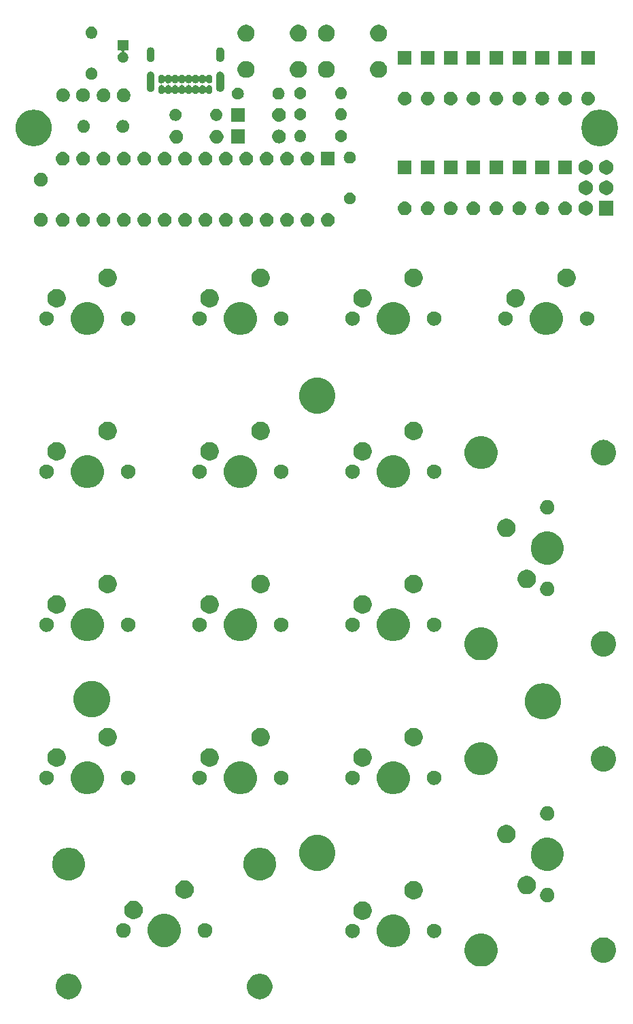
<source format=gbr>
G04 #@! TF.GenerationSoftware,KiCad,Pcbnew,(5.0.0)*
G04 #@! TF.CreationDate,2019-08-26T00:29:33-04:00*
G04 #@! TF.ProjectId,discipad-pcb,64697363697061642D7063622E6B6963,rev?*
G04 #@! TF.SameCoordinates,Original*
G04 #@! TF.FileFunction,Soldermask,Bot*
G04 #@! TF.FilePolarity,Negative*
%FSLAX46Y46*%
G04 Gerber Fmt 4.6, Leading zero omitted, Abs format (unit mm)*
G04 Created by KiCad (PCBNEW (5.0.0)) date 08/26/19 00:29:33*
%MOMM*%
%LPD*%
G01*
G04 APERTURE LIST*
%ADD10C,0.100000*%
G04 APERTURE END LIST*
D10*
G36*
X136871739Y-133756048D02*
X137125702Y-133806564D01*
X137412516Y-133925367D01*
X137670642Y-134097841D01*
X137890159Y-134317358D01*
X138062633Y-134575484D01*
X138181436Y-134862298D01*
X138242000Y-135166778D01*
X138242000Y-135477222D01*
X138181436Y-135781702D01*
X138062633Y-136068516D01*
X137890159Y-136326642D01*
X137670642Y-136546159D01*
X137412516Y-136718633D01*
X137125702Y-136837436D01*
X136871739Y-136887952D01*
X136821223Y-136898000D01*
X136510777Y-136898000D01*
X136460261Y-136887952D01*
X136206298Y-136837436D01*
X135919484Y-136718633D01*
X135661358Y-136546159D01*
X135441841Y-136326642D01*
X135269367Y-136068516D01*
X135150564Y-135781702D01*
X135090000Y-135477222D01*
X135090000Y-135166778D01*
X135150564Y-134862298D01*
X135269367Y-134575484D01*
X135441841Y-134317358D01*
X135661358Y-134097841D01*
X135919484Y-133925367D01*
X136206298Y-133806564D01*
X136460261Y-133756048D01*
X136510777Y-133746000D01*
X136821223Y-133746000D01*
X136871739Y-133756048D01*
X136871739Y-133756048D01*
G37*
G36*
X113071739Y-133756048D02*
X113325702Y-133806564D01*
X113612516Y-133925367D01*
X113870642Y-134097841D01*
X114090159Y-134317358D01*
X114262633Y-134575484D01*
X114381436Y-134862298D01*
X114442000Y-135166778D01*
X114442000Y-135477222D01*
X114381436Y-135781702D01*
X114262633Y-136068516D01*
X114090159Y-136326642D01*
X113870642Y-136546159D01*
X113612516Y-136718633D01*
X113325702Y-136837436D01*
X113071739Y-136887952D01*
X113021223Y-136898000D01*
X112710777Y-136898000D01*
X112660261Y-136887952D01*
X112406298Y-136837436D01*
X112119484Y-136718633D01*
X111861358Y-136546159D01*
X111641841Y-136326642D01*
X111469367Y-136068516D01*
X111350564Y-135781702D01*
X111290000Y-135477222D01*
X111290000Y-135166778D01*
X111350564Y-134862298D01*
X111469367Y-134575484D01*
X111641841Y-134317358D01*
X111861358Y-134097841D01*
X112119484Y-133925367D01*
X112406298Y-133806564D01*
X112660261Y-133756048D01*
X112710777Y-133746000D01*
X113021223Y-133746000D01*
X113071739Y-133756048D01*
X113071739Y-133756048D01*
G37*
G36*
X164824252Y-128799818D02*
X164824254Y-128799819D01*
X164824255Y-128799819D01*
X165197513Y-128954427D01*
X165410668Y-129096853D01*
X165533439Y-129178886D01*
X165819114Y-129464561D01*
X165819116Y-129464564D01*
X166043573Y-129800487D01*
X166198181Y-130173745D01*
X166198182Y-130173748D01*
X166252734Y-130448000D01*
X166277000Y-130569994D01*
X166277000Y-130974006D01*
X166198181Y-131370255D01*
X166043573Y-131743513D01*
X165874761Y-131996157D01*
X165819114Y-132079439D01*
X165533439Y-132365114D01*
X165533436Y-132365116D01*
X165197513Y-132589573D01*
X164824255Y-132744181D01*
X164824254Y-132744181D01*
X164824252Y-132744182D01*
X164428007Y-132823000D01*
X164023993Y-132823000D01*
X163627748Y-132744182D01*
X163627746Y-132744181D01*
X163627745Y-132744181D01*
X163254487Y-132589573D01*
X162918564Y-132365116D01*
X162918561Y-132365114D01*
X162632886Y-132079439D01*
X162577239Y-131996157D01*
X162408427Y-131743513D01*
X162253819Y-131370255D01*
X162175000Y-130974006D01*
X162175000Y-130569994D01*
X162199266Y-130448000D01*
X162253818Y-130173748D01*
X162253819Y-130173745D01*
X162408427Y-129800487D01*
X162632884Y-129464564D01*
X162632886Y-129464561D01*
X162918561Y-129178886D01*
X163041332Y-129096853D01*
X163254487Y-128954427D01*
X163627745Y-128799819D01*
X163627746Y-128799819D01*
X163627748Y-128799818D01*
X164023993Y-128721000D01*
X164428007Y-128721000D01*
X164824252Y-128799818D01*
X164824252Y-128799818D01*
G37*
G36*
X179671739Y-129206048D02*
X179925702Y-129256564D01*
X180212516Y-129375367D01*
X180470642Y-129547841D01*
X180690159Y-129767358D01*
X180862633Y-130025484D01*
X180981436Y-130312298D01*
X181042000Y-130616778D01*
X181042000Y-130927222D01*
X180981436Y-131231702D01*
X180862633Y-131518516D01*
X180690159Y-131776642D01*
X180470642Y-131996159D01*
X180212516Y-132168633D01*
X179925702Y-132287436D01*
X179671739Y-132337952D01*
X179621223Y-132348000D01*
X179310777Y-132348000D01*
X179260261Y-132337952D01*
X179006298Y-132287436D01*
X178719484Y-132168633D01*
X178461358Y-131996159D01*
X178241841Y-131776642D01*
X178069367Y-131518516D01*
X177950564Y-131231702D01*
X177890000Y-130927222D01*
X177890000Y-130616778D01*
X177950564Y-130312298D01*
X178069367Y-130025484D01*
X178241841Y-129767358D01*
X178461358Y-129547841D01*
X178719484Y-129375367D01*
X179006298Y-129256564D01*
X179260261Y-129206048D01*
X179310777Y-129196000D01*
X179621223Y-129196000D01*
X179671739Y-129206048D01*
X179671739Y-129206048D01*
G37*
G36*
X153887252Y-126424818D02*
X153887254Y-126424819D01*
X153887255Y-126424819D01*
X154260513Y-126579427D01*
X154591905Y-126800857D01*
X154596439Y-126803886D01*
X154882114Y-127089561D01*
X154882116Y-127089564D01*
X155106573Y-127425487D01*
X155135780Y-127496000D01*
X155261182Y-127798748D01*
X155340000Y-128194993D01*
X155340000Y-128599007D01*
X155265936Y-128971354D01*
X155261181Y-128995255D01*
X155106573Y-129368513D01*
X154986748Y-129547843D01*
X154882114Y-129704439D01*
X154596439Y-129990114D01*
X154596436Y-129990116D01*
X154260513Y-130214573D01*
X153887255Y-130369181D01*
X153887254Y-130369181D01*
X153887252Y-130369182D01*
X153491007Y-130448000D01*
X153086993Y-130448000D01*
X152690748Y-130369182D01*
X152690746Y-130369181D01*
X152690745Y-130369181D01*
X152317487Y-130214573D01*
X151981564Y-129990116D01*
X151981561Y-129990114D01*
X151695886Y-129704439D01*
X151591252Y-129547843D01*
X151471427Y-129368513D01*
X151316819Y-128995255D01*
X151312065Y-128971354D01*
X151238000Y-128599007D01*
X151238000Y-128194993D01*
X151316818Y-127798748D01*
X151442220Y-127496000D01*
X151471427Y-127425487D01*
X151695884Y-127089564D01*
X151695886Y-127089561D01*
X151981561Y-126803886D01*
X151986095Y-126800857D01*
X152317487Y-126579427D01*
X152690745Y-126424819D01*
X152690746Y-126424819D01*
X152690748Y-126424818D01*
X153086993Y-126346000D01*
X153491007Y-126346000D01*
X153887252Y-126424818D01*
X153887252Y-126424818D01*
G37*
G36*
X125364252Y-126349818D02*
X125364254Y-126349819D01*
X125364255Y-126349819D01*
X125737513Y-126504427D01*
X126068905Y-126725857D01*
X126073439Y-126728886D01*
X126359114Y-127014561D01*
X126359116Y-127014564D01*
X126583573Y-127350487D01*
X126627122Y-127455624D01*
X126738182Y-127723748D01*
X126817000Y-128119993D01*
X126817000Y-128524007D01*
X126742936Y-128896354D01*
X126738181Y-128920255D01*
X126583573Y-129293513D01*
X126533459Y-129368514D01*
X126359114Y-129629439D01*
X126073439Y-129915114D01*
X126073436Y-129915116D01*
X125737513Y-130139573D01*
X125364255Y-130294181D01*
X125364254Y-130294181D01*
X125364252Y-130294182D01*
X124968007Y-130373000D01*
X124563993Y-130373000D01*
X124167748Y-130294182D01*
X124167746Y-130294181D01*
X124167745Y-130294181D01*
X123794487Y-130139573D01*
X123458564Y-129915116D01*
X123458561Y-129915114D01*
X123172886Y-129629439D01*
X122998541Y-129368514D01*
X122948427Y-129293513D01*
X122793819Y-128920255D01*
X122789065Y-128896354D01*
X122715000Y-128524007D01*
X122715000Y-128119993D01*
X122793818Y-127723748D01*
X122904878Y-127455624D01*
X122948427Y-127350487D01*
X123172884Y-127014564D01*
X123172886Y-127014561D01*
X123458561Y-126728886D01*
X123463095Y-126725857D01*
X123794487Y-126504427D01*
X124167745Y-126349819D01*
X124167746Y-126349819D01*
X124167748Y-126349818D01*
X124563993Y-126271000D01*
X124968007Y-126271000D01*
X125364252Y-126349818D01*
X125364252Y-126349818D01*
G37*
G36*
X158631812Y-127530624D02*
X158795784Y-127598544D01*
X158943354Y-127697147D01*
X159068853Y-127822646D01*
X159167456Y-127970216D01*
X159235376Y-128134188D01*
X159270000Y-128308259D01*
X159270000Y-128485741D01*
X159235376Y-128659812D01*
X159167456Y-128823784D01*
X159068853Y-128971354D01*
X158943354Y-129096853D01*
X158795784Y-129195456D01*
X158631812Y-129263376D01*
X158457741Y-129298000D01*
X158280259Y-129298000D01*
X158106188Y-129263376D01*
X157942216Y-129195456D01*
X157794646Y-129096853D01*
X157669147Y-128971354D01*
X157570544Y-128823784D01*
X157502624Y-128659812D01*
X157468000Y-128485741D01*
X157468000Y-128308259D01*
X157502624Y-128134188D01*
X157570544Y-127970216D01*
X157669147Y-127822646D01*
X157794646Y-127697147D01*
X157942216Y-127598544D01*
X158106188Y-127530624D01*
X158280259Y-127496000D01*
X158457741Y-127496000D01*
X158631812Y-127530624D01*
X158631812Y-127530624D01*
G37*
G36*
X148471812Y-127530624D02*
X148635784Y-127598544D01*
X148783354Y-127697147D01*
X148908853Y-127822646D01*
X149007456Y-127970216D01*
X149075376Y-128134188D01*
X149110000Y-128308259D01*
X149110000Y-128485741D01*
X149075376Y-128659812D01*
X149007456Y-128823784D01*
X148908853Y-128971354D01*
X148783354Y-129096853D01*
X148635784Y-129195456D01*
X148471812Y-129263376D01*
X148297741Y-129298000D01*
X148120259Y-129298000D01*
X147946188Y-129263376D01*
X147782216Y-129195456D01*
X147634646Y-129096853D01*
X147509147Y-128971354D01*
X147410544Y-128823784D01*
X147342624Y-128659812D01*
X147308000Y-128485741D01*
X147308000Y-128308259D01*
X147342624Y-128134188D01*
X147410544Y-127970216D01*
X147509147Y-127822646D01*
X147634646Y-127697147D01*
X147782216Y-127598544D01*
X147946188Y-127530624D01*
X148120259Y-127496000D01*
X148297741Y-127496000D01*
X148471812Y-127530624D01*
X148471812Y-127530624D01*
G37*
G36*
X130108812Y-127455624D02*
X130272784Y-127523544D01*
X130420354Y-127622147D01*
X130545853Y-127747646D01*
X130644456Y-127895216D01*
X130712376Y-128059188D01*
X130747000Y-128233259D01*
X130747000Y-128410741D01*
X130712376Y-128584812D01*
X130644456Y-128748784D01*
X130545853Y-128896354D01*
X130420354Y-129021853D01*
X130272784Y-129120456D01*
X130108812Y-129188376D01*
X129934741Y-129223000D01*
X129757259Y-129223000D01*
X129583188Y-129188376D01*
X129419216Y-129120456D01*
X129271646Y-129021853D01*
X129146147Y-128896354D01*
X129047544Y-128748784D01*
X128979624Y-128584812D01*
X128945000Y-128410741D01*
X128945000Y-128233259D01*
X128979624Y-128059188D01*
X129047544Y-127895216D01*
X129146147Y-127747646D01*
X129271646Y-127622147D01*
X129419216Y-127523544D01*
X129583188Y-127455624D01*
X129757259Y-127421000D01*
X129934741Y-127421000D01*
X130108812Y-127455624D01*
X130108812Y-127455624D01*
G37*
G36*
X119948812Y-127455624D02*
X120112784Y-127523544D01*
X120260354Y-127622147D01*
X120385853Y-127747646D01*
X120484456Y-127895216D01*
X120552376Y-128059188D01*
X120587000Y-128233259D01*
X120587000Y-128410741D01*
X120552376Y-128584812D01*
X120484456Y-128748784D01*
X120385853Y-128896354D01*
X120260354Y-129021853D01*
X120112784Y-129120456D01*
X119948812Y-129188376D01*
X119774741Y-129223000D01*
X119597259Y-129223000D01*
X119423188Y-129188376D01*
X119259216Y-129120456D01*
X119111646Y-129021853D01*
X118986147Y-128896354D01*
X118887544Y-128748784D01*
X118819624Y-128584812D01*
X118785000Y-128410741D01*
X118785000Y-128233259D01*
X118819624Y-128059188D01*
X118887544Y-127895216D01*
X118986147Y-127747646D01*
X119111646Y-127622147D01*
X119259216Y-127523544D01*
X119423188Y-127455624D01*
X119597259Y-127421000D01*
X119774741Y-127421000D01*
X119948812Y-127455624D01*
X119948812Y-127455624D01*
G37*
G36*
X149814734Y-124750232D02*
X150024202Y-124836996D01*
X150212723Y-124962962D01*
X150373038Y-125123277D01*
X150499004Y-125311798D01*
X150585768Y-125521266D01*
X150630000Y-125743635D01*
X150630000Y-125970365D01*
X150585768Y-126192734D01*
X150499004Y-126402202D01*
X150373038Y-126590723D01*
X150212723Y-126751038D01*
X150024202Y-126877004D01*
X149814734Y-126963768D01*
X149592365Y-127008000D01*
X149365635Y-127008000D01*
X149143266Y-126963768D01*
X148933798Y-126877004D01*
X148745277Y-126751038D01*
X148584962Y-126590723D01*
X148458996Y-126402202D01*
X148372232Y-126192734D01*
X148328000Y-125970365D01*
X148328000Y-125743635D01*
X148372232Y-125521266D01*
X148458996Y-125311798D01*
X148584962Y-125123277D01*
X148745277Y-124962962D01*
X148933798Y-124836996D01*
X149143266Y-124750232D01*
X149365635Y-124706000D01*
X149592365Y-124706000D01*
X149814734Y-124750232D01*
X149814734Y-124750232D01*
G37*
G36*
X121291734Y-124675232D02*
X121501202Y-124761996D01*
X121689723Y-124887962D01*
X121850038Y-125048277D01*
X121976004Y-125236798D01*
X122062768Y-125446266D01*
X122107000Y-125668635D01*
X122107000Y-125895365D01*
X122062768Y-126117734D01*
X121976004Y-126327202D01*
X121850038Y-126515723D01*
X121689723Y-126676038D01*
X121501202Y-126802004D01*
X121291734Y-126888768D01*
X121069365Y-126933000D01*
X120842635Y-126933000D01*
X120620266Y-126888768D01*
X120410798Y-126802004D01*
X120222277Y-126676038D01*
X120061962Y-126515723D01*
X119935996Y-126327202D01*
X119849232Y-126117734D01*
X119805000Y-125895365D01*
X119805000Y-125668635D01*
X119849232Y-125446266D01*
X119935996Y-125236798D01*
X120061962Y-125048277D01*
X120222277Y-124887962D01*
X120410798Y-124761996D01*
X120620266Y-124675232D01*
X120842635Y-124631000D01*
X121069365Y-124631000D01*
X121291734Y-124675232D01*
X121291734Y-124675232D01*
G37*
G36*
X172728812Y-123085624D02*
X172892784Y-123153544D01*
X173040354Y-123252147D01*
X173165853Y-123377646D01*
X173264456Y-123525216D01*
X173332376Y-123689188D01*
X173367000Y-123863259D01*
X173367000Y-124040741D01*
X173332376Y-124214812D01*
X173264456Y-124378784D01*
X173165853Y-124526354D01*
X173040354Y-124651853D01*
X172892784Y-124750456D01*
X172728812Y-124818376D01*
X172554741Y-124853000D01*
X172377259Y-124853000D01*
X172203188Y-124818376D01*
X172039216Y-124750456D01*
X171891646Y-124651853D01*
X171766147Y-124526354D01*
X171667544Y-124378784D01*
X171599624Y-124214812D01*
X171565000Y-124040741D01*
X171565000Y-123863259D01*
X171599624Y-123689188D01*
X171667544Y-123525216D01*
X171766147Y-123377646D01*
X171891646Y-123252147D01*
X172039216Y-123153544D01*
X172203188Y-123085624D01*
X172377259Y-123051000D01*
X172554741Y-123051000D01*
X172728812Y-123085624D01*
X172728812Y-123085624D01*
G37*
G36*
X156164734Y-122210232D02*
X156374202Y-122296996D01*
X156562723Y-122422962D01*
X156723038Y-122583277D01*
X156849004Y-122771798D01*
X156935768Y-122981266D01*
X156980000Y-123203635D01*
X156980000Y-123430365D01*
X156935768Y-123652734D01*
X156849004Y-123862202D01*
X156723038Y-124050723D01*
X156562723Y-124211038D01*
X156374202Y-124337004D01*
X156164734Y-124423768D01*
X155942365Y-124468000D01*
X155715635Y-124468000D01*
X155493266Y-124423768D01*
X155283798Y-124337004D01*
X155095277Y-124211038D01*
X154934962Y-124050723D01*
X154808996Y-123862202D01*
X154722232Y-123652734D01*
X154678000Y-123430365D01*
X154678000Y-123203635D01*
X154722232Y-122981266D01*
X154808996Y-122771798D01*
X154934962Y-122583277D01*
X155095277Y-122422962D01*
X155283798Y-122296996D01*
X155493266Y-122210232D01*
X155715635Y-122166000D01*
X155942365Y-122166000D01*
X156164734Y-122210232D01*
X156164734Y-122210232D01*
G37*
G36*
X127641734Y-122135232D02*
X127851202Y-122221996D01*
X128039723Y-122347962D01*
X128200038Y-122508277D01*
X128326004Y-122696798D01*
X128412768Y-122906266D01*
X128457000Y-123128635D01*
X128457000Y-123355365D01*
X128412768Y-123577734D01*
X128326004Y-123787202D01*
X128200038Y-123975723D01*
X128039723Y-124136038D01*
X127851202Y-124262004D01*
X127641734Y-124348768D01*
X127419365Y-124393000D01*
X127192635Y-124393000D01*
X126970266Y-124348768D01*
X126760798Y-124262004D01*
X126572277Y-124136038D01*
X126411962Y-123975723D01*
X126285996Y-123787202D01*
X126199232Y-123577734D01*
X126155000Y-123355365D01*
X126155000Y-123128635D01*
X126199232Y-122906266D01*
X126285996Y-122696798D01*
X126411962Y-122508277D01*
X126572277Y-122347962D01*
X126760798Y-122221996D01*
X126970266Y-122135232D01*
X127192635Y-122091000D01*
X127419365Y-122091000D01*
X127641734Y-122135232D01*
X127641734Y-122135232D01*
G37*
G36*
X170261734Y-121575232D02*
X170471202Y-121661996D01*
X170659723Y-121787962D01*
X170820038Y-121948277D01*
X170946004Y-122136798D01*
X171032768Y-122346266D01*
X171077000Y-122568635D01*
X171077000Y-122795365D01*
X171032768Y-123017734D01*
X170946004Y-123227202D01*
X170820038Y-123415723D01*
X170659723Y-123576038D01*
X170471202Y-123702004D01*
X170261734Y-123788768D01*
X170039365Y-123833000D01*
X169812635Y-123833000D01*
X169590266Y-123788768D01*
X169380798Y-123702004D01*
X169192277Y-123576038D01*
X169031962Y-123415723D01*
X168905996Y-123227202D01*
X168819232Y-123017734D01*
X168775000Y-122795365D01*
X168775000Y-122568635D01*
X168819232Y-122346266D01*
X168905996Y-122136798D01*
X169031962Y-121948277D01*
X169192277Y-121787962D01*
X169380798Y-121661996D01*
X169590266Y-121575232D01*
X169812635Y-121531000D01*
X170039365Y-121531000D01*
X170261734Y-121575232D01*
X170261734Y-121575232D01*
G37*
G36*
X137264252Y-118109818D02*
X137264254Y-118109819D01*
X137264255Y-118109819D01*
X137637513Y-118264427D01*
X137937642Y-118464967D01*
X137973439Y-118488886D01*
X138259114Y-118774561D01*
X138259116Y-118774564D01*
X138483573Y-119110487D01*
X138579993Y-119343266D01*
X138638182Y-119483748D01*
X138717000Y-119879993D01*
X138717000Y-120284007D01*
X138680976Y-120465114D01*
X138638181Y-120680255D01*
X138483573Y-121053513D01*
X138483572Y-121053514D01*
X138259114Y-121389439D01*
X137973439Y-121675114D01*
X137973436Y-121675116D01*
X137637513Y-121899573D01*
X137264255Y-122054181D01*
X137264254Y-122054181D01*
X137264252Y-122054182D01*
X136868007Y-122133000D01*
X136463993Y-122133000D01*
X136067748Y-122054182D01*
X136067746Y-122054181D01*
X136067745Y-122054181D01*
X135694487Y-121899573D01*
X135358564Y-121675116D01*
X135358561Y-121675114D01*
X135072886Y-121389439D01*
X134848428Y-121053514D01*
X134848427Y-121053513D01*
X134693819Y-120680255D01*
X134651025Y-120465114D01*
X134615000Y-120284007D01*
X134615000Y-119879993D01*
X134693818Y-119483748D01*
X134752007Y-119343266D01*
X134848427Y-119110487D01*
X135072884Y-118774564D01*
X135072886Y-118774561D01*
X135358561Y-118488886D01*
X135394358Y-118464967D01*
X135694487Y-118264427D01*
X136067745Y-118109819D01*
X136067746Y-118109819D01*
X136067748Y-118109818D01*
X136463993Y-118031000D01*
X136868007Y-118031000D01*
X137264252Y-118109818D01*
X137264252Y-118109818D01*
G37*
G36*
X113464252Y-118109818D02*
X113464254Y-118109819D01*
X113464255Y-118109819D01*
X113837513Y-118264427D01*
X114137642Y-118464967D01*
X114173439Y-118488886D01*
X114459114Y-118774561D01*
X114459116Y-118774564D01*
X114683573Y-119110487D01*
X114779993Y-119343266D01*
X114838182Y-119483748D01*
X114917000Y-119879993D01*
X114917000Y-120284007D01*
X114880976Y-120465114D01*
X114838181Y-120680255D01*
X114683573Y-121053513D01*
X114683572Y-121053514D01*
X114459114Y-121389439D01*
X114173439Y-121675114D01*
X114173436Y-121675116D01*
X113837513Y-121899573D01*
X113464255Y-122054181D01*
X113464254Y-122054181D01*
X113464252Y-122054182D01*
X113068007Y-122133000D01*
X112663993Y-122133000D01*
X112267748Y-122054182D01*
X112267746Y-122054181D01*
X112267745Y-122054181D01*
X111894487Y-121899573D01*
X111558564Y-121675116D01*
X111558561Y-121675114D01*
X111272886Y-121389439D01*
X111048428Y-121053514D01*
X111048427Y-121053513D01*
X110893819Y-120680255D01*
X110851025Y-120465114D01*
X110815000Y-120284007D01*
X110815000Y-119879993D01*
X110893818Y-119483748D01*
X110952007Y-119343266D01*
X111048427Y-119110487D01*
X111272884Y-118774564D01*
X111272886Y-118774561D01*
X111558561Y-118488886D01*
X111594358Y-118464967D01*
X111894487Y-118264427D01*
X112267745Y-118109819D01*
X112267746Y-118109819D01*
X112267748Y-118109818D01*
X112663993Y-118031000D01*
X113068007Y-118031000D01*
X113464252Y-118109818D01*
X113464252Y-118109818D01*
G37*
G36*
X144142004Y-116452927D02*
X144490152Y-116522177D01*
X144899808Y-116691862D01*
X145268488Y-116938207D01*
X145582025Y-117251744D01*
X145828370Y-117620424D01*
X145998055Y-118030080D01*
X146084559Y-118464969D01*
X146084559Y-118908377D01*
X145998055Y-119343266D01*
X145828370Y-119752922D01*
X145582025Y-120121602D01*
X145268488Y-120435139D01*
X144899808Y-120681484D01*
X144490152Y-120851169D01*
X144142004Y-120920419D01*
X144055265Y-120937673D01*
X143611853Y-120937673D01*
X143525114Y-120920419D01*
X143176966Y-120851169D01*
X142767310Y-120681484D01*
X142398630Y-120435139D01*
X142085093Y-120121602D01*
X141838748Y-119752922D01*
X141669063Y-119343266D01*
X141582559Y-118908377D01*
X141582559Y-118464969D01*
X141669063Y-118030080D01*
X141838748Y-117620424D01*
X142085093Y-117251744D01*
X142398630Y-116938207D01*
X142767310Y-116691862D01*
X143176966Y-116522177D01*
X143525114Y-116452927D01*
X143611853Y-116435673D01*
X144055265Y-116435673D01*
X144142004Y-116452927D01*
X144142004Y-116452927D01*
G37*
G36*
X173064252Y-116899818D02*
X173064254Y-116899819D01*
X173064255Y-116899819D01*
X173437513Y-117054427D01*
X173732815Y-117251742D01*
X173773439Y-117278886D01*
X174059114Y-117564561D01*
X174059116Y-117564564D01*
X174283573Y-117900487D01*
X174434321Y-118264427D01*
X174438182Y-118273748D01*
X174517000Y-118669993D01*
X174517000Y-119074007D01*
X174463442Y-119343263D01*
X174438181Y-119470255D01*
X174283573Y-119843513D01*
X174097758Y-120121604D01*
X174059114Y-120179439D01*
X173773439Y-120465114D01*
X173773436Y-120465116D01*
X173437513Y-120689573D01*
X173064255Y-120844181D01*
X173064254Y-120844181D01*
X173064252Y-120844182D01*
X172668007Y-120923000D01*
X172263993Y-120923000D01*
X171867748Y-120844182D01*
X171867746Y-120844181D01*
X171867745Y-120844181D01*
X171494487Y-120689573D01*
X171158564Y-120465116D01*
X171158561Y-120465114D01*
X170872886Y-120179439D01*
X170834242Y-120121604D01*
X170648427Y-119843513D01*
X170493819Y-119470255D01*
X170468559Y-119343263D01*
X170415000Y-119074007D01*
X170415000Y-118669993D01*
X170493818Y-118273748D01*
X170497679Y-118264427D01*
X170648427Y-117900487D01*
X170872884Y-117564564D01*
X170872886Y-117564561D01*
X171158561Y-117278886D01*
X171199185Y-117251742D01*
X171494487Y-117054427D01*
X171867745Y-116899819D01*
X171867746Y-116899819D01*
X171867748Y-116899818D01*
X172263993Y-116821000D01*
X172668007Y-116821000D01*
X173064252Y-116899818D01*
X173064252Y-116899818D01*
G37*
G36*
X167721734Y-115225232D02*
X167931202Y-115311996D01*
X168119723Y-115437962D01*
X168280038Y-115598277D01*
X168406004Y-115786798D01*
X168492768Y-115996266D01*
X168537000Y-116218635D01*
X168537000Y-116445365D01*
X168492768Y-116667734D01*
X168406004Y-116877202D01*
X168280038Y-117065723D01*
X168119723Y-117226038D01*
X167931202Y-117352004D01*
X167721734Y-117438768D01*
X167499365Y-117483000D01*
X167272635Y-117483000D01*
X167050266Y-117438768D01*
X166840798Y-117352004D01*
X166652277Y-117226038D01*
X166491962Y-117065723D01*
X166365996Y-116877202D01*
X166279232Y-116667734D01*
X166235000Y-116445365D01*
X166235000Y-116218635D01*
X166279232Y-115996266D01*
X166365996Y-115786798D01*
X166491962Y-115598277D01*
X166652277Y-115437962D01*
X166840798Y-115311996D01*
X167050266Y-115225232D01*
X167272635Y-115181000D01*
X167499365Y-115181000D01*
X167721734Y-115225232D01*
X167721734Y-115225232D01*
G37*
G36*
X172728812Y-112925624D02*
X172892784Y-112993544D01*
X173040354Y-113092147D01*
X173165853Y-113217646D01*
X173264456Y-113365216D01*
X173332376Y-113529188D01*
X173367000Y-113703259D01*
X173367000Y-113880741D01*
X173332376Y-114054812D01*
X173264456Y-114218784D01*
X173165853Y-114366354D01*
X173040354Y-114491853D01*
X172892784Y-114590456D01*
X172728812Y-114658376D01*
X172554741Y-114693000D01*
X172377259Y-114693000D01*
X172203188Y-114658376D01*
X172039216Y-114590456D01*
X171891646Y-114491853D01*
X171766147Y-114366354D01*
X171667544Y-114218784D01*
X171599624Y-114054812D01*
X171565000Y-113880741D01*
X171565000Y-113703259D01*
X171599624Y-113529188D01*
X171667544Y-113365216D01*
X171766147Y-113217646D01*
X171891646Y-113092147D01*
X172039216Y-112993544D01*
X172203188Y-112925624D01*
X172377259Y-112891000D01*
X172554741Y-112891000D01*
X172728812Y-112925624D01*
X172728812Y-112925624D01*
G37*
G36*
X153887252Y-107374818D02*
X153887254Y-107374819D01*
X153887255Y-107374819D01*
X154260513Y-107529427D01*
X154543501Y-107718514D01*
X154596439Y-107753886D01*
X154882114Y-108039561D01*
X154882116Y-108039564D01*
X155106573Y-108375487D01*
X155219098Y-108647147D01*
X155261182Y-108748748D01*
X155340000Y-109144993D01*
X155340000Y-109549007D01*
X155265936Y-109921354D01*
X155261181Y-109945255D01*
X155106573Y-110318513D01*
X155106572Y-110318514D01*
X154882114Y-110654439D01*
X154596439Y-110940114D01*
X154596436Y-110940116D01*
X154260513Y-111164573D01*
X153887255Y-111319181D01*
X153887254Y-111319181D01*
X153887252Y-111319182D01*
X153491007Y-111398000D01*
X153086993Y-111398000D01*
X152690748Y-111319182D01*
X152690746Y-111319181D01*
X152690745Y-111319181D01*
X152317487Y-111164573D01*
X151981564Y-110940116D01*
X151981561Y-110940114D01*
X151695886Y-110654439D01*
X151471428Y-110318514D01*
X151471427Y-110318513D01*
X151316819Y-109945255D01*
X151312065Y-109921354D01*
X151238000Y-109549007D01*
X151238000Y-109144993D01*
X151316818Y-108748748D01*
X151358902Y-108647147D01*
X151471427Y-108375487D01*
X151695884Y-108039564D01*
X151695886Y-108039561D01*
X151981561Y-107753886D01*
X152034499Y-107718514D01*
X152317487Y-107529427D01*
X152690745Y-107374819D01*
X152690746Y-107374819D01*
X152690748Y-107374818D01*
X153086993Y-107296000D01*
X153491007Y-107296000D01*
X153887252Y-107374818D01*
X153887252Y-107374818D01*
G37*
G36*
X115787252Y-107374818D02*
X115787254Y-107374819D01*
X115787255Y-107374819D01*
X116160513Y-107529427D01*
X116443501Y-107718514D01*
X116496439Y-107753886D01*
X116782114Y-108039561D01*
X116782116Y-108039564D01*
X117006573Y-108375487D01*
X117119098Y-108647147D01*
X117161182Y-108748748D01*
X117240000Y-109144993D01*
X117240000Y-109549007D01*
X117165936Y-109921354D01*
X117161181Y-109945255D01*
X117006573Y-110318513D01*
X117006572Y-110318514D01*
X116782114Y-110654439D01*
X116496439Y-110940114D01*
X116496436Y-110940116D01*
X116160513Y-111164573D01*
X115787255Y-111319181D01*
X115787254Y-111319181D01*
X115787252Y-111319182D01*
X115391007Y-111398000D01*
X114986993Y-111398000D01*
X114590748Y-111319182D01*
X114590746Y-111319181D01*
X114590745Y-111319181D01*
X114217487Y-111164573D01*
X113881564Y-110940116D01*
X113881561Y-110940114D01*
X113595886Y-110654439D01*
X113371428Y-110318514D01*
X113371427Y-110318513D01*
X113216819Y-109945255D01*
X113212065Y-109921354D01*
X113138000Y-109549007D01*
X113138000Y-109144993D01*
X113216818Y-108748748D01*
X113258902Y-108647147D01*
X113371427Y-108375487D01*
X113595884Y-108039564D01*
X113595886Y-108039561D01*
X113881561Y-107753886D01*
X113934499Y-107718514D01*
X114217487Y-107529427D01*
X114590745Y-107374819D01*
X114590746Y-107374819D01*
X114590748Y-107374818D01*
X114986993Y-107296000D01*
X115391007Y-107296000D01*
X115787252Y-107374818D01*
X115787252Y-107374818D01*
G37*
G36*
X134837252Y-107374818D02*
X134837254Y-107374819D01*
X134837255Y-107374819D01*
X135210513Y-107529427D01*
X135493501Y-107718514D01*
X135546439Y-107753886D01*
X135832114Y-108039561D01*
X135832116Y-108039564D01*
X136056573Y-108375487D01*
X136169098Y-108647147D01*
X136211182Y-108748748D01*
X136290000Y-109144993D01*
X136290000Y-109549007D01*
X136215936Y-109921354D01*
X136211181Y-109945255D01*
X136056573Y-110318513D01*
X136056572Y-110318514D01*
X135832114Y-110654439D01*
X135546439Y-110940114D01*
X135546436Y-110940116D01*
X135210513Y-111164573D01*
X134837255Y-111319181D01*
X134837254Y-111319181D01*
X134837252Y-111319182D01*
X134441007Y-111398000D01*
X134036993Y-111398000D01*
X133640748Y-111319182D01*
X133640746Y-111319181D01*
X133640745Y-111319181D01*
X133267487Y-111164573D01*
X132931564Y-110940116D01*
X132931561Y-110940114D01*
X132645886Y-110654439D01*
X132421428Y-110318514D01*
X132421427Y-110318513D01*
X132266819Y-109945255D01*
X132262065Y-109921354D01*
X132188000Y-109549007D01*
X132188000Y-109144993D01*
X132266818Y-108748748D01*
X132308902Y-108647147D01*
X132421427Y-108375487D01*
X132645884Y-108039564D01*
X132645886Y-108039561D01*
X132931561Y-107753886D01*
X132984499Y-107718514D01*
X133267487Y-107529427D01*
X133640745Y-107374819D01*
X133640746Y-107374819D01*
X133640748Y-107374818D01*
X134036993Y-107296000D01*
X134441007Y-107296000D01*
X134837252Y-107374818D01*
X134837252Y-107374818D01*
G37*
G36*
X110371812Y-108480624D02*
X110535784Y-108548544D01*
X110683354Y-108647147D01*
X110808853Y-108772646D01*
X110907456Y-108920216D01*
X110975376Y-109084188D01*
X111010000Y-109258259D01*
X111010000Y-109435741D01*
X110975376Y-109609812D01*
X110907456Y-109773784D01*
X110808853Y-109921354D01*
X110683354Y-110046853D01*
X110535784Y-110145456D01*
X110371812Y-110213376D01*
X110197741Y-110248000D01*
X110020259Y-110248000D01*
X109846188Y-110213376D01*
X109682216Y-110145456D01*
X109534646Y-110046853D01*
X109409147Y-109921354D01*
X109310544Y-109773784D01*
X109242624Y-109609812D01*
X109208000Y-109435741D01*
X109208000Y-109258259D01*
X109242624Y-109084188D01*
X109310544Y-108920216D01*
X109409147Y-108772646D01*
X109534646Y-108647147D01*
X109682216Y-108548544D01*
X109846188Y-108480624D01*
X110020259Y-108446000D01*
X110197741Y-108446000D01*
X110371812Y-108480624D01*
X110371812Y-108480624D01*
G37*
G36*
X148471812Y-108480624D02*
X148635784Y-108548544D01*
X148783354Y-108647147D01*
X148908853Y-108772646D01*
X149007456Y-108920216D01*
X149075376Y-109084188D01*
X149110000Y-109258259D01*
X149110000Y-109435741D01*
X149075376Y-109609812D01*
X149007456Y-109773784D01*
X148908853Y-109921354D01*
X148783354Y-110046853D01*
X148635784Y-110145456D01*
X148471812Y-110213376D01*
X148297741Y-110248000D01*
X148120259Y-110248000D01*
X147946188Y-110213376D01*
X147782216Y-110145456D01*
X147634646Y-110046853D01*
X147509147Y-109921354D01*
X147410544Y-109773784D01*
X147342624Y-109609812D01*
X147308000Y-109435741D01*
X147308000Y-109258259D01*
X147342624Y-109084188D01*
X147410544Y-108920216D01*
X147509147Y-108772646D01*
X147634646Y-108647147D01*
X147782216Y-108548544D01*
X147946188Y-108480624D01*
X148120259Y-108446000D01*
X148297741Y-108446000D01*
X148471812Y-108480624D01*
X148471812Y-108480624D01*
G37*
G36*
X139581812Y-108480624D02*
X139745784Y-108548544D01*
X139893354Y-108647147D01*
X140018853Y-108772646D01*
X140117456Y-108920216D01*
X140185376Y-109084188D01*
X140220000Y-109258259D01*
X140220000Y-109435741D01*
X140185376Y-109609812D01*
X140117456Y-109773784D01*
X140018853Y-109921354D01*
X139893354Y-110046853D01*
X139745784Y-110145456D01*
X139581812Y-110213376D01*
X139407741Y-110248000D01*
X139230259Y-110248000D01*
X139056188Y-110213376D01*
X138892216Y-110145456D01*
X138744646Y-110046853D01*
X138619147Y-109921354D01*
X138520544Y-109773784D01*
X138452624Y-109609812D01*
X138418000Y-109435741D01*
X138418000Y-109258259D01*
X138452624Y-109084188D01*
X138520544Y-108920216D01*
X138619147Y-108772646D01*
X138744646Y-108647147D01*
X138892216Y-108548544D01*
X139056188Y-108480624D01*
X139230259Y-108446000D01*
X139407741Y-108446000D01*
X139581812Y-108480624D01*
X139581812Y-108480624D01*
G37*
G36*
X158631812Y-108480624D02*
X158795784Y-108548544D01*
X158943354Y-108647147D01*
X159068853Y-108772646D01*
X159167456Y-108920216D01*
X159235376Y-109084188D01*
X159270000Y-109258259D01*
X159270000Y-109435741D01*
X159235376Y-109609812D01*
X159167456Y-109773784D01*
X159068853Y-109921354D01*
X158943354Y-110046853D01*
X158795784Y-110145456D01*
X158631812Y-110213376D01*
X158457741Y-110248000D01*
X158280259Y-110248000D01*
X158106188Y-110213376D01*
X157942216Y-110145456D01*
X157794646Y-110046853D01*
X157669147Y-109921354D01*
X157570544Y-109773784D01*
X157502624Y-109609812D01*
X157468000Y-109435741D01*
X157468000Y-109258259D01*
X157502624Y-109084188D01*
X157570544Y-108920216D01*
X157669147Y-108772646D01*
X157794646Y-108647147D01*
X157942216Y-108548544D01*
X158106188Y-108480624D01*
X158280259Y-108446000D01*
X158457741Y-108446000D01*
X158631812Y-108480624D01*
X158631812Y-108480624D01*
G37*
G36*
X129421812Y-108480624D02*
X129585784Y-108548544D01*
X129733354Y-108647147D01*
X129858853Y-108772646D01*
X129957456Y-108920216D01*
X130025376Y-109084188D01*
X130060000Y-109258259D01*
X130060000Y-109435741D01*
X130025376Y-109609812D01*
X129957456Y-109773784D01*
X129858853Y-109921354D01*
X129733354Y-110046853D01*
X129585784Y-110145456D01*
X129421812Y-110213376D01*
X129247741Y-110248000D01*
X129070259Y-110248000D01*
X128896188Y-110213376D01*
X128732216Y-110145456D01*
X128584646Y-110046853D01*
X128459147Y-109921354D01*
X128360544Y-109773784D01*
X128292624Y-109609812D01*
X128258000Y-109435741D01*
X128258000Y-109258259D01*
X128292624Y-109084188D01*
X128360544Y-108920216D01*
X128459147Y-108772646D01*
X128584646Y-108647147D01*
X128732216Y-108548544D01*
X128896188Y-108480624D01*
X129070259Y-108446000D01*
X129247741Y-108446000D01*
X129421812Y-108480624D01*
X129421812Y-108480624D01*
G37*
G36*
X120531812Y-108480624D02*
X120695784Y-108548544D01*
X120843354Y-108647147D01*
X120968853Y-108772646D01*
X121067456Y-108920216D01*
X121135376Y-109084188D01*
X121170000Y-109258259D01*
X121170000Y-109435741D01*
X121135376Y-109609812D01*
X121067456Y-109773784D01*
X120968853Y-109921354D01*
X120843354Y-110046853D01*
X120695784Y-110145456D01*
X120531812Y-110213376D01*
X120357741Y-110248000D01*
X120180259Y-110248000D01*
X120006188Y-110213376D01*
X119842216Y-110145456D01*
X119694646Y-110046853D01*
X119569147Y-109921354D01*
X119470544Y-109773784D01*
X119402624Y-109609812D01*
X119368000Y-109435741D01*
X119368000Y-109258259D01*
X119402624Y-109084188D01*
X119470544Y-108920216D01*
X119569147Y-108772646D01*
X119694646Y-108647147D01*
X119842216Y-108548544D01*
X120006188Y-108480624D01*
X120180259Y-108446000D01*
X120357741Y-108446000D01*
X120531812Y-108480624D01*
X120531812Y-108480624D01*
G37*
G36*
X164824252Y-104999818D02*
X164824254Y-104999819D01*
X164824255Y-104999819D01*
X165197513Y-105154427D01*
X165395928Y-105287004D01*
X165533439Y-105378886D01*
X165819114Y-105664561D01*
X165819116Y-105664564D01*
X166043573Y-106000487D01*
X166151811Y-106261798D01*
X166198182Y-106373748D01*
X166277000Y-106769993D01*
X166277000Y-107174007D01*
X166204056Y-107540723D01*
X166198181Y-107570255D01*
X166043573Y-107943513D01*
X165874761Y-108196157D01*
X165819114Y-108279439D01*
X165533439Y-108565114D01*
X165533436Y-108565116D01*
X165197513Y-108789573D01*
X164824255Y-108944181D01*
X164824254Y-108944181D01*
X164824252Y-108944182D01*
X164428007Y-109023000D01*
X164023993Y-109023000D01*
X163627748Y-108944182D01*
X163627746Y-108944181D01*
X163627745Y-108944181D01*
X163254487Y-108789573D01*
X162918564Y-108565116D01*
X162918561Y-108565114D01*
X162632886Y-108279439D01*
X162577239Y-108196157D01*
X162408427Y-107943513D01*
X162253819Y-107570255D01*
X162247945Y-107540723D01*
X162175000Y-107174007D01*
X162175000Y-106769993D01*
X162253818Y-106373748D01*
X162300189Y-106261798D01*
X162408427Y-106000487D01*
X162632884Y-105664564D01*
X162632886Y-105664561D01*
X162918561Y-105378886D01*
X163056072Y-105287004D01*
X163254487Y-105154427D01*
X163627745Y-104999819D01*
X163627746Y-104999819D01*
X163627748Y-104999818D01*
X164023993Y-104921000D01*
X164428007Y-104921000D01*
X164824252Y-104999818D01*
X164824252Y-104999818D01*
G37*
G36*
X179671739Y-105406048D02*
X179925702Y-105456564D01*
X180212516Y-105575367D01*
X180470642Y-105747841D01*
X180690159Y-105967358D01*
X180862633Y-106225484D01*
X180981436Y-106512298D01*
X181042000Y-106816778D01*
X181042000Y-107127222D01*
X180981436Y-107431702D01*
X180862633Y-107718516D01*
X180690159Y-107976642D01*
X180470642Y-108196159D01*
X180212516Y-108368633D01*
X179925702Y-108487436D01*
X179671739Y-108537952D01*
X179621223Y-108548000D01*
X179310777Y-108548000D01*
X179260261Y-108537952D01*
X179006298Y-108487436D01*
X178719484Y-108368633D01*
X178461358Y-108196159D01*
X178241841Y-107976642D01*
X178069367Y-107718516D01*
X177950564Y-107431702D01*
X177890000Y-107127222D01*
X177890000Y-106816778D01*
X177950564Y-106512298D01*
X178069367Y-106225484D01*
X178241841Y-105967358D01*
X178461358Y-105747841D01*
X178719484Y-105575367D01*
X179006298Y-105456564D01*
X179260261Y-105406048D01*
X179310777Y-105396000D01*
X179621223Y-105396000D01*
X179671739Y-105406048D01*
X179671739Y-105406048D01*
G37*
G36*
X149814734Y-105700232D02*
X150024202Y-105786996D01*
X150212723Y-105912962D01*
X150373038Y-106073277D01*
X150499004Y-106261798D01*
X150585768Y-106471266D01*
X150630000Y-106693635D01*
X150630000Y-106920365D01*
X150585768Y-107142734D01*
X150499004Y-107352202D01*
X150373038Y-107540723D01*
X150212723Y-107701038D01*
X150024202Y-107827004D01*
X149814734Y-107913768D01*
X149592365Y-107958000D01*
X149365635Y-107958000D01*
X149143266Y-107913768D01*
X148933798Y-107827004D01*
X148745277Y-107701038D01*
X148584962Y-107540723D01*
X148458996Y-107352202D01*
X148372232Y-107142734D01*
X148328000Y-106920365D01*
X148328000Y-106693635D01*
X148372232Y-106471266D01*
X148458996Y-106261798D01*
X148584962Y-106073277D01*
X148745277Y-105912962D01*
X148933798Y-105786996D01*
X149143266Y-105700232D01*
X149365635Y-105656000D01*
X149592365Y-105656000D01*
X149814734Y-105700232D01*
X149814734Y-105700232D01*
G37*
G36*
X111714734Y-105700232D02*
X111924202Y-105786996D01*
X112112723Y-105912962D01*
X112273038Y-106073277D01*
X112399004Y-106261798D01*
X112485768Y-106471266D01*
X112530000Y-106693635D01*
X112530000Y-106920365D01*
X112485768Y-107142734D01*
X112399004Y-107352202D01*
X112273038Y-107540723D01*
X112112723Y-107701038D01*
X111924202Y-107827004D01*
X111714734Y-107913768D01*
X111492365Y-107958000D01*
X111265635Y-107958000D01*
X111043266Y-107913768D01*
X110833798Y-107827004D01*
X110645277Y-107701038D01*
X110484962Y-107540723D01*
X110358996Y-107352202D01*
X110272232Y-107142734D01*
X110228000Y-106920365D01*
X110228000Y-106693635D01*
X110272232Y-106471266D01*
X110358996Y-106261798D01*
X110484962Y-106073277D01*
X110645277Y-105912962D01*
X110833798Y-105786996D01*
X111043266Y-105700232D01*
X111265635Y-105656000D01*
X111492365Y-105656000D01*
X111714734Y-105700232D01*
X111714734Y-105700232D01*
G37*
G36*
X130764734Y-105700232D02*
X130974202Y-105786996D01*
X131162723Y-105912962D01*
X131323038Y-106073277D01*
X131449004Y-106261798D01*
X131535768Y-106471266D01*
X131580000Y-106693635D01*
X131580000Y-106920365D01*
X131535768Y-107142734D01*
X131449004Y-107352202D01*
X131323038Y-107540723D01*
X131162723Y-107701038D01*
X130974202Y-107827004D01*
X130764734Y-107913768D01*
X130542365Y-107958000D01*
X130315635Y-107958000D01*
X130093266Y-107913768D01*
X129883798Y-107827004D01*
X129695277Y-107701038D01*
X129534962Y-107540723D01*
X129408996Y-107352202D01*
X129322232Y-107142734D01*
X129278000Y-106920365D01*
X129278000Y-106693635D01*
X129322232Y-106471266D01*
X129408996Y-106261798D01*
X129534962Y-106073277D01*
X129695277Y-105912962D01*
X129883798Y-105786996D01*
X130093266Y-105700232D01*
X130315635Y-105656000D01*
X130542365Y-105656000D01*
X130764734Y-105700232D01*
X130764734Y-105700232D01*
G37*
G36*
X156164734Y-103160232D02*
X156374202Y-103246996D01*
X156562723Y-103372962D01*
X156723038Y-103533277D01*
X156849004Y-103721798D01*
X156935768Y-103931266D01*
X156980000Y-104153635D01*
X156980000Y-104380365D01*
X156935768Y-104602734D01*
X156849004Y-104812202D01*
X156723038Y-105000723D01*
X156562723Y-105161038D01*
X156374202Y-105287004D01*
X156164734Y-105373768D01*
X155942365Y-105418000D01*
X155715635Y-105418000D01*
X155493266Y-105373768D01*
X155283798Y-105287004D01*
X155095277Y-105161038D01*
X154934962Y-105000723D01*
X154808996Y-104812202D01*
X154722232Y-104602734D01*
X154678000Y-104380365D01*
X154678000Y-104153635D01*
X154722232Y-103931266D01*
X154808996Y-103721798D01*
X154934962Y-103533277D01*
X155095277Y-103372962D01*
X155283798Y-103246996D01*
X155493266Y-103160232D01*
X155715635Y-103116000D01*
X155942365Y-103116000D01*
X156164734Y-103160232D01*
X156164734Y-103160232D01*
G37*
G36*
X137114734Y-103160232D02*
X137324202Y-103246996D01*
X137512723Y-103372962D01*
X137673038Y-103533277D01*
X137799004Y-103721798D01*
X137885768Y-103931266D01*
X137930000Y-104153635D01*
X137930000Y-104380365D01*
X137885768Y-104602734D01*
X137799004Y-104812202D01*
X137673038Y-105000723D01*
X137512723Y-105161038D01*
X137324202Y-105287004D01*
X137114734Y-105373768D01*
X136892365Y-105418000D01*
X136665635Y-105418000D01*
X136443266Y-105373768D01*
X136233798Y-105287004D01*
X136045277Y-105161038D01*
X135884962Y-105000723D01*
X135758996Y-104812202D01*
X135672232Y-104602734D01*
X135628000Y-104380365D01*
X135628000Y-104153635D01*
X135672232Y-103931266D01*
X135758996Y-103721798D01*
X135884962Y-103533277D01*
X136045277Y-103372962D01*
X136233798Y-103246996D01*
X136443266Y-103160232D01*
X136665635Y-103116000D01*
X136892365Y-103116000D01*
X137114734Y-103160232D01*
X137114734Y-103160232D01*
G37*
G36*
X118064734Y-103160232D02*
X118274202Y-103246996D01*
X118462723Y-103372962D01*
X118623038Y-103533277D01*
X118749004Y-103721798D01*
X118835768Y-103931266D01*
X118880000Y-104153635D01*
X118880000Y-104380365D01*
X118835768Y-104602734D01*
X118749004Y-104812202D01*
X118623038Y-105000723D01*
X118462723Y-105161038D01*
X118274202Y-105287004D01*
X118064734Y-105373768D01*
X117842365Y-105418000D01*
X117615635Y-105418000D01*
X117393266Y-105373768D01*
X117183798Y-105287004D01*
X116995277Y-105161038D01*
X116834962Y-105000723D01*
X116708996Y-104812202D01*
X116622232Y-104602734D01*
X116578000Y-104380365D01*
X116578000Y-104153635D01*
X116622232Y-103931266D01*
X116708996Y-103721798D01*
X116834962Y-103533277D01*
X116995277Y-103372962D01*
X117183798Y-103246996D01*
X117393266Y-103160232D01*
X117615635Y-103116000D01*
X117842365Y-103116000D01*
X118064734Y-103160232D01*
X118064734Y-103160232D01*
G37*
G36*
X172223020Y-97607940D02*
X172571168Y-97677190D01*
X172980824Y-97846875D01*
X173349504Y-98093220D01*
X173663041Y-98406757D01*
X173909386Y-98775437D01*
X174079071Y-99185093D01*
X174165575Y-99619982D01*
X174165575Y-100063390D01*
X174079071Y-100498279D01*
X173909386Y-100907935D01*
X173663041Y-101276615D01*
X173349504Y-101590152D01*
X172980824Y-101836497D01*
X172571168Y-102006182D01*
X172223020Y-102075432D01*
X172136281Y-102092686D01*
X171692869Y-102092686D01*
X171606130Y-102075432D01*
X171257982Y-102006182D01*
X170848326Y-101836497D01*
X170479646Y-101590152D01*
X170166109Y-101276615D01*
X169919764Y-100907935D01*
X169750079Y-100498279D01*
X169663575Y-100063390D01*
X169663575Y-99619982D01*
X169750079Y-99185093D01*
X169919764Y-98775437D01*
X170166109Y-98406757D01*
X170479646Y-98093220D01*
X170848326Y-97846875D01*
X171257982Y-97677190D01*
X171606130Y-97607940D01*
X171692869Y-97590686D01*
X172136281Y-97590686D01*
X172223020Y-97607940D01*
X172223020Y-97607940D01*
G37*
G36*
X116060988Y-97332939D02*
X116409136Y-97402189D01*
X116818792Y-97571874D01*
X117187472Y-97818219D01*
X117501009Y-98131756D01*
X117747354Y-98500436D01*
X117917039Y-98910092D01*
X118003543Y-99344981D01*
X118003543Y-99788389D01*
X117917039Y-100223278D01*
X117747354Y-100632934D01*
X117501009Y-101001614D01*
X117187472Y-101315151D01*
X116818792Y-101561496D01*
X116409136Y-101731181D01*
X116060988Y-101800431D01*
X115974249Y-101817685D01*
X115530837Y-101817685D01*
X115444098Y-101800431D01*
X115095950Y-101731181D01*
X114686294Y-101561496D01*
X114317614Y-101315151D01*
X114004077Y-101001614D01*
X113757732Y-100632934D01*
X113588047Y-100223278D01*
X113501543Y-99788389D01*
X113501543Y-99344981D01*
X113588047Y-98910092D01*
X113757732Y-98500436D01*
X114004077Y-98131756D01*
X114317614Y-97818219D01*
X114686294Y-97571874D01*
X115095950Y-97402189D01*
X115444098Y-97332939D01*
X115530837Y-97315685D01*
X115974249Y-97315685D01*
X116060988Y-97332939D01*
X116060988Y-97332939D01*
G37*
G36*
X164824252Y-90699818D02*
X164824254Y-90699819D01*
X164824255Y-90699819D01*
X165197513Y-90854427D01*
X165410668Y-90996853D01*
X165533439Y-91078886D01*
X165819114Y-91364561D01*
X165819116Y-91364564D01*
X166043573Y-91700487D01*
X166136769Y-91925484D01*
X166198182Y-92073748D01*
X166225741Y-92212298D01*
X166277000Y-92469994D01*
X166277000Y-92874006D01*
X166198181Y-93270255D01*
X166043573Y-93643513D01*
X165874761Y-93896157D01*
X165819114Y-93979439D01*
X165533439Y-94265114D01*
X165533436Y-94265116D01*
X165197513Y-94489573D01*
X164824255Y-94644181D01*
X164824254Y-94644181D01*
X164824252Y-94644182D01*
X164428007Y-94723000D01*
X164023993Y-94723000D01*
X163627748Y-94644182D01*
X163627746Y-94644181D01*
X163627745Y-94644181D01*
X163254487Y-94489573D01*
X162918564Y-94265116D01*
X162918561Y-94265114D01*
X162632886Y-93979439D01*
X162577239Y-93896157D01*
X162408427Y-93643513D01*
X162253819Y-93270255D01*
X162175000Y-92874006D01*
X162175000Y-92469994D01*
X162226259Y-92212298D01*
X162253818Y-92073748D01*
X162315231Y-91925484D01*
X162408427Y-91700487D01*
X162632884Y-91364564D01*
X162632886Y-91364561D01*
X162918561Y-91078886D01*
X163041332Y-90996853D01*
X163254487Y-90854427D01*
X163627745Y-90699819D01*
X163627746Y-90699819D01*
X163627748Y-90699818D01*
X164023993Y-90621000D01*
X164428007Y-90621000D01*
X164824252Y-90699818D01*
X164824252Y-90699818D01*
G37*
G36*
X179671739Y-91106048D02*
X179925702Y-91156564D01*
X180212516Y-91275367D01*
X180470642Y-91447841D01*
X180690159Y-91667358D01*
X180862633Y-91925484D01*
X180981436Y-92212298D01*
X181042000Y-92516778D01*
X181042000Y-92827222D01*
X180981436Y-93131702D01*
X180862633Y-93418516D01*
X180690159Y-93676642D01*
X180470642Y-93896159D01*
X180212516Y-94068633D01*
X179925702Y-94187436D01*
X179671739Y-94237952D01*
X179621223Y-94248000D01*
X179310777Y-94248000D01*
X179260261Y-94237952D01*
X179006298Y-94187436D01*
X178719484Y-94068633D01*
X178461358Y-93896159D01*
X178241841Y-93676642D01*
X178069367Y-93418516D01*
X177950564Y-93131702D01*
X177890000Y-92827222D01*
X177890000Y-92516778D01*
X177950564Y-92212298D01*
X178069367Y-91925484D01*
X178241841Y-91667358D01*
X178461358Y-91447841D01*
X178719484Y-91275367D01*
X179006298Y-91156564D01*
X179260261Y-91106048D01*
X179310777Y-91096000D01*
X179621223Y-91096000D01*
X179671739Y-91106048D01*
X179671739Y-91106048D01*
G37*
G36*
X134837252Y-88324818D02*
X134837254Y-88324819D01*
X134837255Y-88324819D01*
X135210513Y-88479427D01*
X135541905Y-88700857D01*
X135546439Y-88703886D01*
X135832114Y-88989561D01*
X135832116Y-88989564D01*
X136056573Y-89325487D01*
X136085780Y-89396000D01*
X136211182Y-89698748D01*
X136290000Y-90094993D01*
X136290000Y-90499007D01*
X136215936Y-90871354D01*
X136211181Y-90895255D01*
X136056573Y-91268513D01*
X135936748Y-91447843D01*
X135832114Y-91604439D01*
X135546439Y-91890114D01*
X135546436Y-91890116D01*
X135210513Y-92114573D01*
X134837255Y-92269181D01*
X134837254Y-92269181D01*
X134837252Y-92269182D01*
X134441007Y-92348000D01*
X134036993Y-92348000D01*
X133640748Y-92269182D01*
X133640746Y-92269181D01*
X133640745Y-92269181D01*
X133267487Y-92114573D01*
X132931564Y-91890116D01*
X132931561Y-91890114D01*
X132645886Y-91604439D01*
X132541252Y-91447843D01*
X132421427Y-91268513D01*
X132266819Y-90895255D01*
X132262065Y-90871354D01*
X132188000Y-90499007D01*
X132188000Y-90094993D01*
X132266818Y-89698748D01*
X132392220Y-89396000D01*
X132421427Y-89325487D01*
X132645884Y-88989564D01*
X132645886Y-88989561D01*
X132931561Y-88703886D01*
X132936095Y-88700857D01*
X133267487Y-88479427D01*
X133640745Y-88324819D01*
X133640746Y-88324819D01*
X133640748Y-88324818D01*
X134036993Y-88246000D01*
X134441007Y-88246000D01*
X134837252Y-88324818D01*
X134837252Y-88324818D01*
G37*
G36*
X153887252Y-88324818D02*
X153887254Y-88324819D01*
X153887255Y-88324819D01*
X154260513Y-88479427D01*
X154591905Y-88700857D01*
X154596439Y-88703886D01*
X154882114Y-88989561D01*
X154882116Y-88989564D01*
X155106573Y-89325487D01*
X155135780Y-89396000D01*
X155261182Y-89698748D01*
X155340000Y-90094993D01*
X155340000Y-90499007D01*
X155265936Y-90871354D01*
X155261181Y-90895255D01*
X155106573Y-91268513D01*
X154986748Y-91447843D01*
X154882114Y-91604439D01*
X154596439Y-91890114D01*
X154596436Y-91890116D01*
X154260513Y-92114573D01*
X153887255Y-92269181D01*
X153887254Y-92269181D01*
X153887252Y-92269182D01*
X153491007Y-92348000D01*
X153086993Y-92348000D01*
X152690748Y-92269182D01*
X152690746Y-92269181D01*
X152690745Y-92269181D01*
X152317487Y-92114573D01*
X151981564Y-91890116D01*
X151981561Y-91890114D01*
X151695886Y-91604439D01*
X151591252Y-91447843D01*
X151471427Y-91268513D01*
X151316819Y-90895255D01*
X151312065Y-90871354D01*
X151238000Y-90499007D01*
X151238000Y-90094993D01*
X151316818Y-89698748D01*
X151442220Y-89396000D01*
X151471427Y-89325487D01*
X151695884Y-88989564D01*
X151695886Y-88989561D01*
X151981561Y-88703886D01*
X151986095Y-88700857D01*
X152317487Y-88479427D01*
X152690745Y-88324819D01*
X152690746Y-88324819D01*
X152690748Y-88324818D01*
X153086993Y-88246000D01*
X153491007Y-88246000D01*
X153887252Y-88324818D01*
X153887252Y-88324818D01*
G37*
G36*
X115787252Y-88324818D02*
X115787254Y-88324819D01*
X115787255Y-88324819D01*
X116160513Y-88479427D01*
X116491905Y-88700857D01*
X116496439Y-88703886D01*
X116782114Y-88989561D01*
X116782116Y-88989564D01*
X117006573Y-89325487D01*
X117035780Y-89396000D01*
X117161182Y-89698748D01*
X117240000Y-90094993D01*
X117240000Y-90499007D01*
X117165936Y-90871354D01*
X117161181Y-90895255D01*
X117006573Y-91268513D01*
X116886748Y-91447843D01*
X116782114Y-91604439D01*
X116496439Y-91890114D01*
X116496436Y-91890116D01*
X116160513Y-92114573D01*
X115787255Y-92269181D01*
X115787254Y-92269181D01*
X115787252Y-92269182D01*
X115391007Y-92348000D01*
X114986993Y-92348000D01*
X114590748Y-92269182D01*
X114590746Y-92269181D01*
X114590745Y-92269181D01*
X114217487Y-92114573D01*
X113881564Y-91890116D01*
X113881561Y-91890114D01*
X113595886Y-91604439D01*
X113491252Y-91447843D01*
X113371427Y-91268513D01*
X113216819Y-90895255D01*
X113212065Y-90871354D01*
X113138000Y-90499007D01*
X113138000Y-90094993D01*
X113216818Y-89698748D01*
X113342220Y-89396000D01*
X113371427Y-89325487D01*
X113595884Y-88989564D01*
X113595886Y-88989561D01*
X113881561Y-88703886D01*
X113886095Y-88700857D01*
X114217487Y-88479427D01*
X114590745Y-88324819D01*
X114590746Y-88324819D01*
X114590748Y-88324818D01*
X114986993Y-88246000D01*
X115391007Y-88246000D01*
X115787252Y-88324818D01*
X115787252Y-88324818D01*
G37*
G36*
X120531812Y-89430624D02*
X120695784Y-89498544D01*
X120843354Y-89597147D01*
X120968853Y-89722646D01*
X121067456Y-89870216D01*
X121135376Y-90034188D01*
X121170000Y-90208259D01*
X121170000Y-90385741D01*
X121135376Y-90559812D01*
X121067456Y-90723784D01*
X120968853Y-90871354D01*
X120843354Y-90996853D01*
X120695784Y-91095456D01*
X120531812Y-91163376D01*
X120357741Y-91198000D01*
X120180259Y-91198000D01*
X120006188Y-91163376D01*
X119842216Y-91095456D01*
X119694646Y-90996853D01*
X119569147Y-90871354D01*
X119470544Y-90723784D01*
X119402624Y-90559812D01*
X119368000Y-90385741D01*
X119368000Y-90208259D01*
X119402624Y-90034188D01*
X119470544Y-89870216D01*
X119569147Y-89722646D01*
X119694646Y-89597147D01*
X119842216Y-89498544D01*
X120006188Y-89430624D01*
X120180259Y-89396000D01*
X120357741Y-89396000D01*
X120531812Y-89430624D01*
X120531812Y-89430624D01*
G37*
G36*
X158631812Y-89430624D02*
X158795784Y-89498544D01*
X158943354Y-89597147D01*
X159068853Y-89722646D01*
X159167456Y-89870216D01*
X159235376Y-90034188D01*
X159270000Y-90208259D01*
X159270000Y-90385741D01*
X159235376Y-90559812D01*
X159167456Y-90723784D01*
X159068853Y-90871354D01*
X158943354Y-90996853D01*
X158795784Y-91095456D01*
X158631812Y-91163376D01*
X158457741Y-91198000D01*
X158280259Y-91198000D01*
X158106188Y-91163376D01*
X157942216Y-91095456D01*
X157794646Y-90996853D01*
X157669147Y-90871354D01*
X157570544Y-90723784D01*
X157502624Y-90559812D01*
X157468000Y-90385741D01*
X157468000Y-90208259D01*
X157502624Y-90034188D01*
X157570544Y-89870216D01*
X157669147Y-89722646D01*
X157794646Y-89597147D01*
X157942216Y-89498544D01*
X158106188Y-89430624D01*
X158280259Y-89396000D01*
X158457741Y-89396000D01*
X158631812Y-89430624D01*
X158631812Y-89430624D01*
G37*
G36*
X110371812Y-89430624D02*
X110535784Y-89498544D01*
X110683354Y-89597147D01*
X110808853Y-89722646D01*
X110907456Y-89870216D01*
X110975376Y-90034188D01*
X111010000Y-90208259D01*
X111010000Y-90385741D01*
X110975376Y-90559812D01*
X110907456Y-90723784D01*
X110808853Y-90871354D01*
X110683354Y-90996853D01*
X110535784Y-91095456D01*
X110371812Y-91163376D01*
X110197741Y-91198000D01*
X110020259Y-91198000D01*
X109846188Y-91163376D01*
X109682216Y-91095456D01*
X109534646Y-90996853D01*
X109409147Y-90871354D01*
X109310544Y-90723784D01*
X109242624Y-90559812D01*
X109208000Y-90385741D01*
X109208000Y-90208259D01*
X109242624Y-90034188D01*
X109310544Y-89870216D01*
X109409147Y-89722646D01*
X109534646Y-89597147D01*
X109682216Y-89498544D01*
X109846188Y-89430624D01*
X110020259Y-89396000D01*
X110197741Y-89396000D01*
X110371812Y-89430624D01*
X110371812Y-89430624D01*
G37*
G36*
X129421812Y-89430624D02*
X129585784Y-89498544D01*
X129733354Y-89597147D01*
X129858853Y-89722646D01*
X129957456Y-89870216D01*
X130025376Y-90034188D01*
X130060000Y-90208259D01*
X130060000Y-90385741D01*
X130025376Y-90559812D01*
X129957456Y-90723784D01*
X129858853Y-90871354D01*
X129733354Y-90996853D01*
X129585784Y-91095456D01*
X129421812Y-91163376D01*
X129247741Y-91198000D01*
X129070259Y-91198000D01*
X128896188Y-91163376D01*
X128732216Y-91095456D01*
X128584646Y-90996853D01*
X128459147Y-90871354D01*
X128360544Y-90723784D01*
X128292624Y-90559812D01*
X128258000Y-90385741D01*
X128258000Y-90208259D01*
X128292624Y-90034188D01*
X128360544Y-89870216D01*
X128459147Y-89722646D01*
X128584646Y-89597147D01*
X128732216Y-89498544D01*
X128896188Y-89430624D01*
X129070259Y-89396000D01*
X129247741Y-89396000D01*
X129421812Y-89430624D01*
X129421812Y-89430624D01*
G37*
G36*
X139581812Y-89430624D02*
X139745784Y-89498544D01*
X139893354Y-89597147D01*
X140018853Y-89722646D01*
X140117456Y-89870216D01*
X140185376Y-90034188D01*
X140220000Y-90208259D01*
X140220000Y-90385741D01*
X140185376Y-90559812D01*
X140117456Y-90723784D01*
X140018853Y-90871354D01*
X139893354Y-90996853D01*
X139745784Y-91095456D01*
X139581812Y-91163376D01*
X139407741Y-91198000D01*
X139230259Y-91198000D01*
X139056188Y-91163376D01*
X138892216Y-91095456D01*
X138744646Y-90996853D01*
X138619147Y-90871354D01*
X138520544Y-90723784D01*
X138452624Y-90559812D01*
X138418000Y-90385741D01*
X138418000Y-90208259D01*
X138452624Y-90034188D01*
X138520544Y-89870216D01*
X138619147Y-89722646D01*
X138744646Y-89597147D01*
X138892216Y-89498544D01*
X139056188Y-89430624D01*
X139230259Y-89396000D01*
X139407741Y-89396000D01*
X139581812Y-89430624D01*
X139581812Y-89430624D01*
G37*
G36*
X148471812Y-89430624D02*
X148635784Y-89498544D01*
X148783354Y-89597147D01*
X148908853Y-89722646D01*
X149007456Y-89870216D01*
X149075376Y-90034188D01*
X149110000Y-90208259D01*
X149110000Y-90385741D01*
X149075376Y-90559812D01*
X149007456Y-90723784D01*
X148908853Y-90871354D01*
X148783354Y-90996853D01*
X148635784Y-91095456D01*
X148471812Y-91163376D01*
X148297741Y-91198000D01*
X148120259Y-91198000D01*
X147946188Y-91163376D01*
X147782216Y-91095456D01*
X147634646Y-90996853D01*
X147509147Y-90871354D01*
X147410544Y-90723784D01*
X147342624Y-90559812D01*
X147308000Y-90385741D01*
X147308000Y-90208259D01*
X147342624Y-90034188D01*
X147410544Y-89870216D01*
X147509147Y-89722646D01*
X147634646Y-89597147D01*
X147782216Y-89498544D01*
X147946188Y-89430624D01*
X148120259Y-89396000D01*
X148297741Y-89396000D01*
X148471812Y-89430624D01*
X148471812Y-89430624D01*
G37*
G36*
X111714734Y-86650232D02*
X111924202Y-86736996D01*
X112112723Y-86862962D01*
X112273038Y-87023277D01*
X112399004Y-87211798D01*
X112485768Y-87421266D01*
X112530000Y-87643635D01*
X112530000Y-87870365D01*
X112485768Y-88092734D01*
X112399004Y-88302202D01*
X112273038Y-88490723D01*
X112112723Y-88651038D01*
X111924202Y-88777004D01*
X111714734Y-88863768D01*
X111492365Y-88908000D01*
X111265635Y-88908000D01*
X111043266Y-88863768D01*
X110833798Y-88777004D01*
X110645277Y-88651038D01*
X110484962Y-88490723D01*
X110358996Y-88302202D01*
X110272232Y-88092734D01*
X110228000Y-87870365D01*
X110228000Y-87643635D01*
X110272232Y-87421266D01*
X110358996Y-87211798D01*
X110484962Y-87023277D01*
X110645277Y-86862962D01*
X110833798Y-86736996D01*
X111043266Y-86650232D01*
X111265635Y-86606000D01*
X111492365Y-86606000D01*
X111714734Y-86650232D01*
X111714734Y-86650232D01*
G37*
G36*
X149814734Y-86650232D02*
X150024202Y-86736996D01*
X150212723Y-86862962D01*
X150373038Y-87023277D01*
X150499004Y-87211798D01*
X150585768Y-87421266D01*
X150630000Y-87643635D01*
X150630000Y-87870365D01*
X150585768Y-88092734D01*
X150499004Y-88302202D01*
X150373038Y-88490723D01*
X150212723Y-88651038D01*
X150024202Y-88777004D01*
X149814734Y-88863768D01*
X149592365Y-88908000D01*
X149365635Y-88908000D01*
X149143266Y-88863768D01*
X148933798Y-88777004D01*
X148745277Y-88651038D01*
X148584962Y-88490723D01*
X148458996Y-88302202D01*
X148372232Y-88092734D01*
X148328000Y-87870365D01*
X148328000Y-87643635D01*
X148372232Y-87421266D01*
X148458996Y-87211798D01*
X148584962Y-87023277D01*
X148745277Y-86862962D01*
X148933798Y-86736996D01*
X149143266Y-86650232D01*
X149365635Y-86606000D01*
X149592365Y-86606000D01*
X149814734Y-86650232D01*
X149814734Y-86650232D01*
G37*
G36*
X130764734Y-86650232D02*
X130974202Y-86736996D01*
X131162723Y-86862962D01*
X131323038Y-87023277D01*
X131449004Y-87211798D01*
X131535768Y-87421266D01*
X131580000Y-87643635D01*
X131580000Y-87870365D01*
X131535768Y-88092734D01*
X131449004Y-88302202D01*
X131323038Y-88490723D01*
X131162723Y-88651038D01*
X130974202Y-88777004D01*
X130764734Y-88863768D01*
X130542365Y-88908000D01*
X130315635Y-88908000D01*
X130093266Y-88863768D01*
X129883798Y-88777004D01*
X129695277Y-88651038D01*
X129534962Y-88490723D01*
X129408996Y-88302202D01*
X129322232Y-88092734D01*
X129278000Y-87870365D01*
X129278000Y-87643635D01*
X129322232Y-87421266D01*
X129408996Y-87211798D01*
X129534962Y-87023277D01*
X129695277Y-86862962D01*
X129883798Y-86736996D01*
X130093266Y-86650232D01*
X130315635Y-86606000D01*
X130542365Y-86606000D01*
X130764734Y-86650232D01*
X130764734Y-86650232D01*
G37*
G36*
X172728812Y-84985624D02*
X172892784Y-85053544D01*
X173040354Y-85152147D01*
X173165853Y-85277646D01*
X173264456Y-85425216D01*
X173332376Y-85589188D01*
X173367000Y-85763259D01*
X173367000Y-85940741D01*
X173332376Y-86114812D01*
X173264456Y-86278784D01*
X173165853Y-86426354D01*
X173040354Y-86551853D01*
X172892784Y-86650456D01*
X172728812Y-86718376D01*
X172554741Y-86753000D01*
X172377259Y-86753000D01*
X172203188Y-86718376D01*
X172039216Y-86650456D01*
X171891646Y-86551853D01*
X171766147Y-86426354D01*
X171667544Y-86278784D01*
X171599624Y-86114812D01*
X171565000Y-85940741D01*
X171565000Y-85763259D01*
X171599624Y-85589188D01*
X171667544Y-85425216D01*
X171766147Y-85277646D01*
X171891646Y-85152147D01*
X172039216Y-85053544D01*
X172203188Y-84985624D01*
X172377259Y-84951000D01*
X172554741Y-84951000D01*
X172728812Y-84985624D01*
X172728812Y-84985624D01*
G37*
G36*
X118064734Y-84110232D02*
X118274202Y-84196996D01*
X118462723Y-84322962D01*
X118623038Y-84483277D01*
X118749004Y-84671798D01*
X118835768Y-84881266D01*
X118880000Y-85103635D01*
X118880000Y-85330365D01*
X118835768Y-85552734D01*
X118749004Y-85762202D01*
X118623038Y-85950723D01*
X118462723Y-86111038D01*
X118274202Y-86237004D01*
X118064734Y-86323768D01*
X117842365Y-86368000D01*
X117615635Y-86368000D01*
X117393266Y-86323768D01*
X117183798Y-86237004D01*
X116995277Y-86111038D01*
X116834962Y-85950723D01*
X116708996Y-85762202D01*
X116622232Y-85552734D01*
X116578000Y-85330365D01*
X116578000Y-85103635D01*
X116622232Y-84881266D01*
X116708996Y-84671798D01*
X116834962Y-84483277D01*
X116995277Y-84322962D01*
X117183798Y-84196996D01*
X117393266Y-84110232D01*
X117615635Y-84066000D01*
X117842365Y-84066000D01*
X118064734Y-84110232D01*
X118064734Y-84110232D01*
G37*
G36*
X156164734Y-84110232D02*
X156374202Y-84196996D01*
X156562723Y-84322962D01*
X156723038Y-84483277D01*
X156849004Y-84671798D01*
X156935768Y-84881266D01*
X156980000Y-85103635D01*
X156980000Y-85330365D01*
X156935768Y-85552734D01*
X156849004Y-85762202D01*
X156723038Y-85950723D01*
X156562723Y-86111038D01*
X156374202Y-86237004D01*
X156164734Y-86323768D01*
X155942365Y-86368000D01*
X155715635Y-86368000D01*
X155493266Y-86323768D01*
X155283798Y-86237004D01*
X155095277Y-86111038D01*
X154934962Y-85950723D01*
X154808996Y-85762202D01*
X154722232Y-85552734D01*
X154678000Y-85330365D01*
X154678000Y-85103635D01*
X154722232Y-84881266D01*
X154808996Y-84671798D01*
X154934962Y-84483277D01*
X155095277Y-84322962D01*
X155283798Y-84196996D01*
X155493266Y-84110232D01*
X155715635Y-84066000D01*
X155942365Y-84066000D01*
X156164734Y-84110232D01*
X156164734Y-84110232D01*
G37*
G36*
X137114734Y-84110232D02*
X137324202Y-84196996D01*
X137512723Y-84322962D01*
X137673038Y-84483277D01*
X137799004Y-84671798D01*
X137885768Y-84881266D01*
X137930000Y-85103635D01*
X137930000Y-85330365D01*
X137885768Y-85552734D01*
X137799004Y-85762202D01*
X137673038Y-85950723D01*
X137512723Y-86111038D01*
X137324202Y-86237004D01*
X137114734Y-86323768D01*
X136892365Y-86368000D01*
X136665635Y-86368000D01*
X136443266Y-86323768D01*
X136233798Y-86237004D01*
X136045277Y-86111038D01*
X135884962Y-85950723D01*
X135758996Y-85762202D01*
X135672232Y-85552734D01*
X135628000Y-85330365D01*
X135628000Y-85103635D01*
X135672232Y-84881266D01*
X135758996Y-84671798D01*
X135884962Y-84483277D01*
X136045277Y-84322962D01*
X136233798Y-84196996D01*
X136443266Y-84110232D01*
X136665635Y-84066000D01*
X136892365Y-84066000D01*
X137114734Y-84110232D01*
X137114734Y-84110232D01*
G37*
G36*
X170261734Y-83475232D02*
X170471202Y-83561996D01*
X170659723Y-83687962D01*
X170820038Y-83848277D01*
X170946004Y-84036798D01*
X171032768Y-84246266D01*
X171077000Y-84468635D01*
X171077000Y-84695365D01*
X171032768Y-84917734D01*
X170946004Y-85127202D01*
X170820038Y-85315723D01*
X170659723Y-85476038D01*
X170471202Y-85602004D01*
X170261734Y-85688768D01*
X170039365Y-85733000D01*
X169812635Y-85733000D01*
X169590266Y-85688768D01*
X169380798Y-85602004D01*
X169192277Y-85476038D01*
X169031962Y-85315723D01*
X168905996Y-85127202D01*
X168819232Y-84917734D01*
X168775000Y-84695365D01*
X168775000Y-84468635D01*
X168819232Y-84246266D01*
X168905996Y-84036798D01*
X169031962Y-83848277D01*
X169192277Y-83687962D01*
X169380798Y-83561996D01*
X169590266Y-83475232D01*
X169812635Y-83431000D01*
X170039365Y-83431000D01*
X170261734Y-83475232D01*
X170261734Y-83475232D01*
G37*
G36*
X173064252Y-78799818D02*
X173064254Y-78799819D01*
X173064255Y-78799819D01*
X173437513Y-78954427D01*
X173768905Y-79175857D01*
X173773439Y-79178886D01*
X174059114Y-79464561D01*
X174059116Y-79464564D01*
X174283573Y-79800487D01*
X174438181Y-80173745D01*
X174517000Y-80569994D01*
X174517000Y-80974006D01*
X174438181Y-81370255D01*
X174283573Y-81743513D01*
X174283572Y-81743514D01*
X174059114Y-82079439D01*
X173773439Y-82365114D01*
X173773436Y-82365116D01*
X173437513Y-82589573D01*
X173064255Y-82744181D01*
X173064254Y-82744181D01*
X173064252Y-82744182D01*
X172668007Y-82823000D01*
X172263993Y-82823000D01*
X171867748Y-82744182D01*
X171867746Y-82744181D01*
X171867745Y-82744181D01*
X171494487Y-82589573D01*
X171158564Y-82365116D01*
X171158561Y-82365114D01*
X170872886Y-82079439D01*
X170648428Y-81743514D01*
X170648427Y-81743513D01*
X170493819Y-81370255D01*
X170415000Y-80974006D01*
X170415000Y-80569994D01*
X170493819Y-80173745D01*
X170648427Y-79800487D01*
X170872884Y-79464564D01*
X170872886Y-79464561D01*
X171158561Y-79178886D01*
X171163095Y-79175857D01*
X171494487Y-78954427D01*
X171867745Y-78799819D01*
X171867746Y-78799819D01*
X171867748Y-78799818D01*
X172263993Y-78721000D01*
X172668007Y-78721000D01*
X173064252Y-78799818D01*
X173064252Y-78799818D01*
G37*
G36*
X167721734Y-77125232D02*
X167931202Y-77211996D01*
X168119723Y-77337962D01*
X168280038Y-77498277D01*
X168406004Y-77686798D01*
X168492768Y-77896266D01*
X168537000Y-78118635D01*
X168537000Y-78345365D01*
X168492768Y-78567734D01*
X168406004Y-78777202D01*
X168280038Y-78965723D01*
X168119723Y-79126038D01*
X167931202Y-79252004D01*
X167721734Y-79338768D01*
X167499365Y-79383000D01*
X167272635Y-79383000D01*
X167050266Y-79338768D01*
X166840798Y-79252004D01*
X166652277Y-79126038D01*
X166491962Y-78965723D01*
X166365996Y-78777202D01*
X166279232Y-78567734D01*
X166235000Y-78345365D01*
X166235000Y-78118635D01*
X166279232Y-77896266D01*
X166365996Y-77686798D01*
X166491962Y-77498277D01*
X166652277Y-77337962D01*
X166840798Y-77211996D01*
X167050266Y-77125232D01*
X167272635Y-77081000D01*
X167499365Y-77081000D01*
X167721734Y-77125232D01*
X167721734Y-77125232D01*
G37*
G36*
X172728812Y-74825624D02*
X172892784Y-74893544D01*
X173040354Y-74992147D01*
X173165853Y-75117646D01*
X173264456Y-75265216D01*
X173332376Y-75429188D01*
X173367000Y-75603259D01*
X173367000Y-75780741D01*
X173332376Y-75954812D01*
X173264456Y-76118784D01*
X173165853Y-76266354D01*
X173040354Y-76391853D01*
X172892784Y-76490456D01*
X172728812Y-76558376D01*
X172554741Y-76593000D01*
X172377259Y-76593000D01*
X172203188Y-76558376D01*
X172039216Y-76490456D01*
X171891646Y-76391853D01*
X171766147Y-76266354D01*
X171667544Y-76118784D01*
X171599624Y-75954812D01*
X171565000Y-75780741D01*
X171565000Y-75603259D01*
X171599624Y-75429188D01*
X171667544Y-75265216D01*
X171766147Y-75117646D01*
X171891646Y-74992147D01*
X172039216Y-74893544D01*
X172203188Y-74825624D01*
X172377259Y-74791000D01*
X172554741Y-74791000D01*
X172728812Y-74825624D01*
X172728812Y-74825624D01*
G37*
G36*
X134837252Y-69274818D02*
X134837254Y-69274819D01*
X134837255Y-69274819D01*
X135210513Y-69429427D01*
X135493501Y-69618514D01*
X135546439Y-69653886D01*
X135832114Y-69939561D01*
X135832116Y-69939564D01*
X136056573Y-70275487D01*
X136169098Y-70547147D01*
X136211182Y-70648748D01*
X136290000Y-71044993D01*
X136290000Y-71449007D01*
X136215936Y-71821354D01*
X136211181Y-71845255D01*
X136056573Y-72218513D01*
X136056572Y-72218514D01*
X135832114Y-72554439D01*
X135546439Y-72840114D01*
X135546436Y-72840116D01*
X135210513Y-73064573D01*
X134837255Y-73219181D01*
X134837254Y-73219181D01*
X134837252Y-73219182D01*
X134441007Y-73298000D01*
X134036993Y-73298000D01*
X133640748Y-73219182D01*
X133640746Y-73219181D01*
X133640745Y-73219181D01*
X133267487Y-73064573D01*
X132931564Y-72840116D01*
X132931561Y-72840114D01*
X132645886Y-72554439D01*
X132421428Y-72218514D01*
X132421427Y-72218513D01*
X132266819Y-71845255D01*
X132262065Y-71821354D01*
X132188000Y-71449007D01*
X132188000Y-71044993D01*
X132266818Y-70648748D01*
X132308902Y-70547147D01*
X132421427Y-70275487D01*
X132645884Y-69939564D01*
X132645886Y-69939561D01*
X132931561Y-69653886D01*
X132984499Y-69618514D01*
X133267487Y-69429427D01*
X133640745Y-69274819D01*
X133640746Y-69274819D01*
X133640748Y-69274818D01*
X134036993Y-69196000D01*
X134441007Y-69196000D01*
X134837252Y-69274818D01*
X134837252Y-69274818D01*
G37*
G36*
X115787252Y-69274818D02*
X115787254Y-69274819D01*
X115787255Y-69274819D01*
X116160513Y-69429427D01*
X116443501Y-69618514D01*
X116496439Y-69653886D01*
X116782114Y-69939561D01*
X116782116Y-69939564D01*
X117006573Y-70275487D01*
X117119098Y-70547147D01*
X117161182Y-70648748D01*
X117240000Y-71044993D01*
X117240000Y-71449007D01*
X117165936Y-71821354D01*
X117161181Y-71845255D01*
X117006573Y-72218513D01*
X117006572Y-72218514D01*
X116782114Y-72554439D01*
X116496439Y-72840114D01*
X116496436Y-72840116D01*
X116160513Y-73064573D01*
X115787255Y-73219181D01*
X115787254Y-73219181D01*
X115787252Y-73219182D01*
X115391007Y-73298000D01*
X114986993Y-73298000D01*
X114590748Y-73219182D01*
X114590746Y-73219181D01*
X114590745Y-73219181D01*
X114217487Y-73064573D01*
X113881564Y-72840116D01*
X113881561Y-72840114D01*
X113595886Y-72554439D01*
X113371428Y-72218514D01*
X113371427Y-72218513D01*
X113216819Y-71845255D01*
X113212065Y-71821354D01*
X113138000Y-71449007D01*
X113138000Y-71044993D01*
X113216818Y-70648748D01*
X113258902Y-70547147D01*
X113371427Y-70275487D01*
X113595884Y-69939564D01*
X113595886Y-69939561D01*
X113881561Y-69653886D01*
X113934499Y-69618514D01*
X114217487Y-69429427D01*
X114590745Y-69274819D01*
X114590746Y-69274819D01*
X114590748Y-69274818D01*
X114986993Y-69196000D01*
X115391007Y-69196000D01*
X115787252Y-69274818D01*
X115787252Y-69274818D01*
G37*
G36*
X153887252Y-69274818D02*
X153887254Y-69274819D01*
X153887255Y-69274819D01*
X154260513Y-69429427D01*
X154543501Y-69618514D01*
X154596439Y-69653886D01*
X154882114Y-69939561D01*
X154882116Y-69939564D01*
X155106573Y-70275487D01*
X155219098Y-70547147D01*
X155261182Y-70648748D01*
X155340000Y-71044993D01*
X155340000Y-71449007D01*
X155265936Y-71821354D01*
X155261181Y-71845255D01*
X155106573Y-72218513D01*
X155106572Y-72218514D01*
X154882114Y-72554439D01*
X154596439Y-72840114D01*
X154596436Y-72840116D01*
X154260513Y-73064573D01*
X153887255Y-73219181D01*
X153887254Y-73219181D01*
X153887252Y-73219182D01*
X153491007Y-73298000D01*
X153086993Y-73298000D01*
X152690748Y-73219182D01*
X152690746Y-73219181D01*
X152690745Y-73219181D01*
X152317487Y-73064573D01*
X151981564Y-72840116D01*
X151981561Y-72840114D01*
X151695886Y-72554439D01*
X151471428Y-72218514D01*
X151471427Y-72218513D01*
X151316819Y-71845255D01*
X151312065Y-71821354D01*
X151238000Y-71449007D01*
X151238000Y-71044993D01*
X151316818Y-70648748D01*
X151358902Y-70547147D01*
X151471427Y-70275487D01*
X151695884Y-69939564D01*
X151695886Y-69939561D01*
X151981561Y-69653886D01*
X152034499Y-69618514D01*
X152317487Y-69429427D01*
X152690745Y-69274819D01*
X152690746Y-69274819D01*
X152690748Y-69274818D01*
X153086993Y-69196000D01*
X153491007Y-69196000D01*
X153887252Y-69274818D01*
X153887252Y-69274818D01*
G37*
G36*
X148471812Y-70380624D02*
X148635784Y-70448544D01*
X148783354Y-70547147D01*
X148908853Y-70672646D01*
X149007456Y-70820216D01*
X149075376Y-70984188D01*
X149110000Y-71158259D01*
X149110000Y-71335741D01*
X149075376Y-71509812D01*
X149007456Y-71673784D01*
X148908853Y-71821354D01*
X148783354Y-71946853D01*
X148635784Y-72045456D01*
X148471812Y-72113376D01*
X148297741Y-72148000D01*
X148120259Y-72148000D01*
X147946188Y-72113376D01*
X147782216Y-72045456D01*
X147634646Y-71946853D01*
X147509147Y-71821354D01*
X147410544Y-71673784D01*
X147342624Y-71509812D01*
X147308000Y-71335741D01*
X147308000Y-71158259D01*
X147342624Y-70984188D01*
X147410544Y-70820216D01*
X147509147Y-70672646D01*
X147634646Y-70547147D01*
X147782216Y-70448544D01*
X147946188Y-70380624D01*
X148120259Y-70346000D01*
X148297741Y-70346000D01*
X148471812Y-70380624D01*
X148471812Y-70380624D01*
G37*
G36*
X158631812Y-70380624D02*
X158795784Y-70448544D01*
X158943354Y-70547147D01*
X159068853Y-70672646D01*
X159167456Y-70820216D01*
X159235376Y-70984188D01*
X159270000Y-71158259D01*
X159270000Y-71335741D01*
X159235376Y-71509812D01*
X159167456Y-71673784D01*
X159068853Y-71821354D01*
X158943354Y-71946853D01*
X158795784Y-72045456D01*
X158631812Y-72113376D01*
X158457741Y-72148000D01*
X158280259Y-72148000D01*
X158106188Y-72113376D01*
X157942216Y-72045456D01*
X157794646Y-71946853D01*
X157669147Y-71821354D01*
X157570544Y-71673784D01*
X157502624Y-71509812D01*
X157468000Y-71335741D01*
X157468000Y-71158259D01*
X157502624Y-70984188D01*
X157570544Y-70820216D01*
X157669147Y-70672646D01*
X157794646Y-70547147D01*
X157942216Y-70448544D01*
X158106188Y-70380624D01*
X158280259Y-70346000D01*
X158457741Y-70346000D01*
X158631812Y-70380624D01*
X158631812Y-70380624D01*
G37*
G36*
X139581812Y-70380624D02*
X139745784Y-70448544D01*
X139893354Y-70547147D01*
X140018853Y-70672646D01*
X140117456Y-70820216D01*
X140185376Y-70984188D01*
X140220000Y-71158259D01*
X140220000Y-71335741D01*
X140185376Y-71509812D01*
X140117456Y-71673784D01*
X140018853Y-71821354D01*
X139893354Y-71946853D01*
X139745784Y-72045456D01*
X139581812Y-72113376D01*
X139407741Y-72148000D01*
X139230259Y-72148000D01*
X139056188Y-72113376D01*
X138892216Y-72045456D01*
X138744646Y-71946853D01*
X138619147Y-71821354D01*
X138520544Y-71673784D01*
X138452624Y-71509812D01*
X138418000Y-71335741D01*
X138418000Y-71158259D01*
X138452624Y-70984188D01*
X138520544Y-70820216D01*
X138619147Y-70672646D01*
X138744646Y-70547147D01*
X138892216Y-70448544D01*
X139056188Y-70380624D01*
X139230259Y-70346000D01*
X139407741Y-70346000D01*
X139581812Y-70380624D01*
X139581812Y-70380624D01*
G37*
G36*
X129421812Y-70380624D02*
X129585784Y-70448544D01*
X129733354Y-70547147D01*
X129858853Y-70672646D01*
X129957456Y-70820216D01*
X130025376Y-70984188D01*
X130060000Y-71158259D01*
X130060000Y-71335741D01*
X130025376Y-71509812D01*
X129957456Y-71673784D01*
X129858853Y-71821354D01*
X129733354Y-71946853D01*
X129585784Y-72045456D01*
X129421812Y-72113376D01*
X129247741Y-72148000D01*
X129070259Y-72148000D01*
X128896188Y-72113376D01*
X128732216Y-72045456D01*
X128584646Y-71946853D01*
X128459147Y-71821354D01*
X128360544Y-71673784D01*
X128292624Y-71509812D01*
X128258000Y-71335741D01*
X128258000Y-71158259D01*
X128292624Y-70984188D01*
X128360544Y-70820216D01*
X128459147Y-70672646D01*
X128584646Y-70547147D01*
X128732216Y-70448544D01*
X128896188Y-70380624D01*
X129070259Y-70346000D01*
X129247741Y-70346000D01*
X129421812Y-70380624D01*
X129421812Y-70380624D01*
G37*
G36*
X120531812Y-70380624D02*
X120695784Y-70448544D01*
X120843354Y-70547147D01*
X120968853Y-70672646D01*
X121067456Y-70820216D01*
X121135376Y-70984188D01*
X121170000Y-71158259D01*
X121170000Y-71335741D01*
X121135376Y-71509812D01*
X121067456Y-71673784D01*
X120968853Y-71821354D01*
X120843354Y-71946853D01*
X120695784Y-72045456D01*
X120531812Y-72113376D01*
X120357741Y-72148000D01*
X120180259Y-72148000D01*
X120006188Y-72113376D01*
X119842216Y-72045456D01*
X119694646Y-71946853D01*
X119569147Y-71821354D01*
X119470544Y-71673784D01*
X119402624Y-71509812D01*
X119368000Y-71335741D01*
X119368000Y-71158259D01*
X119402624Y-70984188D01*
X119470544Y-70820216D01*
X119569147Y-70672646D01*
X119694646Y-70547147D01*
X119842216Y-70448544D01*
X120006188Y-70380624D01*
X120180259Y-70346000D01*
X120357741Y-70346000D01*
X120531812Y-70380624D01*
X120531812Y-70380624D01*
G37*
G36*
X110371812Y-70380624D02*
X110535784Y-70448544D01*
X110683354Y-70547147D01*
X110808853Y-70672646D01*
X110907456Y-70820216D01*
X110975376Y-70984188D01*
X111010000Y-71158259D01*
X111010000Y-71335741D01*
X110975376Y-71509812D01*
X110907456Y-71673784D01*
X110808853Y-71821354D01*
X110683354Y-71946853D01*
X110535784Y-72045456D01*
X110371812Y-72113376D01*
X110197741Y-72148000D01*
X110020259Y-72148000D01*
X109846188Y-72113376D01*
X109682216Y-72045456D01*
X109534646Y-71946853D01*
X109409147Y-71821354D01*
X109310544Y-71673784D01*
X109242624Y-71509812D01*
X109208000Y-71335741D01*
X109208000Y-71158259D01*
X109242624Y-70984188D01*
X109310544Y-70820216D01*
X109409147Y-70672646D01*
X109534646Y-70547147D01*
X109682216Y-70448544D01*
X109846188Y-70380624D01*
X110020259Y-70346000D01*
X110197741Y-70346000D01*
X110371812Y-70380624D01*
X110371812Y-70380624D01*
G37*
G36*
X164824252Y-66899818D02*
X164824254Y-66899819D01*
X164824255Y-66899819D01*
X165197513Y-67054427D01*
X165395928Y-67187004D01*
X165533439Y-67278886D01*
X165819114Y-67564561D01*
X165819116Y-67564564D01*
X166043573Y-67900487D01*
X166151811Y-68161798D01*
X166198182Y-68273748D01*
X166277000Y-68669993D01*
X166277000Y-69074007D01*
X166204056Y-69440723D01*
X166198181Y-69470255D01*
X166043573Y-69843513D01*
X165874761Y-70096157D01*
X165819114Y-70179439D01*
X165533439Y-70465114D01*
X165533436Y-70465116D01*
X165197513Y-70689573D01*
X164824255Y-70844181D01*
X164824254Y-70844181D01*
X164824252Y-70844182D01*
X164428007Y-70923000D01*
X164023993Y-70923000D01*
X163627748Y-70844182D01*
X163627746Y-70844181D01*
X163627745Y-70844181D01*
X163254487Y-70689573D01*
X162918564Y-70465116D01*
X162918561Y-70465114D01*
X162632886Y-70179439D01*
X162577239Y-70096157D01*
X162408427Y-69843513D01*
X162253819Y-69470255D01*
X162247945Y-69440723D01*
X162175000Y-69074007D01*
X162175000Y-68669993D01*
X162253818Y-68273748D01*
X162300189Y-68161798D01*
X162408427Y-67900487D01*
X162632884Y-67564564D01*
X162632886Y-67564561D01*
X162918561Y-67278886D01*
X163056072Y-67187004D01*
X163254487Y-67054427D01*
X163627745Y-66899819D01*
X163627746Y-66899819D01*
X163627748Y-66899818D01*
X164023993Y-66821000D01*
X164428007Y-66821000D01*
X164824252Y-66899818D01*
X164824252Y-66899818D01*
G37*
G36*
X179671739Y-67306048D02*
X179925702Y-67356564D01*
X180212516Y-67475367D01*
X180470642Y-67647841D01*
X180690159Y-67867358D01*
X180862633Y-68125484D01*
X180981436Y-68412298D01*
X181042000Y-68716778D01*
X181042000Y-69027222D01*
X180981436Y-69331702D01*
X180862633Y-69618516D01*
X180690159Y-69876642D01*
X180470642Y-70096159D01*
X180212516Y-70268633D01*
X179925702Y-70387436D01*
X179671739Y-70437952D01*
X179621223Y-70448000D01*
X179310777Y-70448000D01*
X179260261Y-70437952D01*
X179006298Y-70387436D01*
X178719484Y-70268633D01*
X178461358Y-70096159D01*
X178241841Y-69876642D01*
X178069367Y-69618516D01*
X177950564Y-69331702D01*
X177890000Y-69027222D01*
X177890000Y-68716778D01*
X177950564Y-68412298D01*
X178069367Y-68125484D01*
X178241841Y-67867358D01*
X178461358Y-67647841D01*
X178719484Y-67475367D01*
X179006298Y-67356564D01*
X179260261Y-67306048D01*
X179310777Y-67296000D01*
X179621223Y-67296000D01*
X179671739Y-67306048D01*
X179671739Y-67306048D01*
G37*
G36*
X111714734Y-67600232D02*
X111924202Y-67686996D01*
X112112723Y-67812962D01*
X112273038Y-67973277D01*
X112399004Y-68161798D01*
X112485768Y-68371266D01*
X112530000Y-68593635D01*
X112530000Y-68820365D01*
X112485768Y-69042734D01*
X112399004Y-69252202D01*
X112273038Y-69440723D01*
X112112723Y-69601038D01*
X111924202Y-69727004D01*
X111714734Y-69813768D01*
X111492365Y-69858000D01*
X111265635Y-69858000D01*
X111043266Y-69813768D01*
X110833798Y-69727004D01*
X110645277Y-69601038D01*
X110484962Y-69440723D01*
X110358996Y-69252202D01*
X110272232Y-69042734D01*
X110228000Y-68820365D01*
X110228000Y-68593635D01*
X110272232Y-68371266D01*
X110358996Y-68161798D01*
X110484962Y-67973277D01*
X110645277Y-67812962D01*
X110833798Y-67686996D01*
X111043266Y-67600232D01*
X111265635Y-67556000D01*
X111492365Y-67556000D01*
X111714734Y-67600232D01*
X111714734Y-67600232D01*
G37*
G36*
X130764734Y-67600232D02*
X130974202Y-67686996D01*
X131162723Y-67812962D01*
X131323038Y-67973277D01*
X131449004Y-68161798D01*
X131535768Y-68371266D01*
X131580000Y-68593635D01*
X131580000Y-68820365D01*
X131535768Y-69042734D01*
X131449004Y-69252202D01*
X131323038Y-69440723D01*
X131162723Y-69601038D01*
X130974202Y-69727004D01*
X130764734Y-69813768D01*
X130542365Y-69858000D01*
X130315635Y-69858000D01*
X130093266Y-69813768D01*
X129883798Y-69727004D01*
X129695277Y-69601038D01*
X129534962Y-69440723D01*
X129408996Y-69252202D01*
X129322232Y-69042734D01*
X129278000Y-68820365D01*
X129278000Y-68593635D01*
X129322232Y-68371266D01*
X129408996Y-68161798D01*
X129534962Y-67973277D01*
X129695277Y-67812962D01*
X129883798Y-67686996D01*
X130093266Y-67600232D01*
X130315635Y-67556000D01*
X130542365Y-67556000D01*
X130764734Y-67600232D01*
X130764734Y-67600232D01*
G37*
G36*
X149814734Y-67600232D02*
X150024202Y-67686996D01*
X150212723Y-67812962D01*
X150373038Y-67973277D01*
X150499004Y-68161798D01*
X150585768Y-68371266D01*
X150630000Y-68593635D01*
X150630000Y-68820365D01*
X150585768Y-69042734D01*
X150499004Y-69252202D01*
X150373038Y-69440723D01*
X150212723Y-69601038D01*
X150024202Y-69727004D01*
X149814734Y-69813768D01*
X149592365Y-69858000D01*
X149365635Y-69858000D01*
X149143266Y-69813768D01*
X148933798Y-69727004D01*
X148745277Y-69601038D01*
X148584962Y-69440723D01*
X148458996Y-69252202D01*
X148372232Y-69042734D01*
X148328000Y-68820365D01*
X148328000Y-68593635D01*
X148372232Y-68371266D01*
X148458996Y-68161798D01*
X148584962Y-67973277D01*
X148745277Y-67812962D01*
X148933798Y-67686996D01*
X149143266Y-67600232D01*
X149365635Y-67556000D01*
X149592365Y-67556000D01*
X149814734Y-67600232D01*
X149814734Y-67600232D01*
G37*
G36*
X156164734Y-65060232D02*
X156374202Y-65146996D01*
X156562723Y-65272962D01*
X156723038Y-65433277D01*
X156849004Y-65621798D01*
X156935768Y-65831266D01*
X156980000Y-66053635D01*
X156980000Y-66280365D01*
X156935768Y-66502734D01*
X156849004Y-66712202D01*
X156723038Y-66900723D01*
X156562723Y-67061038D01*
X156374202Y-67187004D01*
X156164734Y-67273768D01*
X155942365Y-67318000D01*
X155715635Y-67318000D01*
X155493266Y-67273768D01*
X155283798Y-67187004D01*
X155095277Y-67061038D01*
X154934962Y-66900723D01*
X154808996Y-66712202D01*
X154722232Y-66502734D01*
X154678000Y-66280365D01*
X154678000Y-66053635D01*
X154722232Y-65831266D01*
X154808996Y-65621798D01*
X154934962Y-65433277D01*
X155095277Y-65272962D01*
X155283798Y-65146996D01*
X155493266Y-65060232D01*
X155715635Y-65016000D01*
X155942365Y-65016000D01*
X156164734Y-65060232D01*
X156164734Y-65060232D01*
G37*
G36*
X118064734Y-65060232D02*
X118274202Y-65146996D01*
X118462723Y-65272962D01*
X118623038Y-65433277D01*
X118749004Y-65621798D01*
X118835768Y-65831266D01*
X118880000Y-66053635D01*
X118880000Y-66280365D01*
X118835768Y-66502734D01*
X118749004Y-66712202D01*
X118623038Y-66900723D01*
X118462723Y-67061038D01*
X118274202Y-67187004D01*
X118064734Y-67273768D01*
X117842365Y-67318000D01*
X117615635Y-67318000D01*
X117393266Y-67273768D01*
X117183798Y-67187004D01*
X116995277Y-67061038D01*
X116834962Y-66900723D01*
X116708996Y-66712202D01*
X116622232Y-66502734D01*
X116578000Y-66280365D01*
X116578000Y-66053635D01*
X116622232Y-65831266D01*
X116708996Y-65621798D01*
X116834962Y-65433277D01*
X116995277Y-65272962D01*
X117183798Y-65146996D01*
X117393266Y-65060232D01*
X117615635Y-65016000D01*
X117842365Y-65016000D01*
X118064734Y-65060232D01*
X118064734Y-65060232D01*
G37*
G36*
X137114734Y-65060232D02*
X137324202Y-65146996D01*
X137512723Y-65272962D01*
X137673038Y-65433277D01*
X137799004Y-65621798D01*
X137885768Y-65831266D01*
X137930000Y-66053635D01*
X137930000Y-66280365D01*
X137885768Y-66502734D01*
X137799004Y-66712202D01*
X137673038Y-66900723D01*
X137512723Y-67061038D01*
X137324202Y-67187004D01*
X137114734Y-67273768D01*
X136892365Y-67318000D01*
X136665635Y-67318000D01*
X136443266Y-67273768D01*
X136233798Y-67187004D01*
X136045277Y-67061038D01*
X135884962Y-66900723D01*
X135758996Y-66712202D01*
X135672232Y-66502734D01*
X135628000Y-66280365D01*
X135628000Y-66053635D01*
X135672232Y-65831266D01*
X135758996Y-65621798D01*
X135884962Y-65433277D01*
X136045277Y-65272962D01*
X136233798Y-65146996D01*
X136443266Y-65060232D01*
X136665635Y-65016000D01*
X136892365Y-65016000D01*
X137114734Y-65060232D01*
X137114734Y-65060232D01*
G37*
G36*
X144142004Y-59550515D02*
X144490152Y-59619765D01*
X144899808Y-59789450D01*
X145268488Y-60035795D01*
X145582025Y-60349332D01*
X145828370Y-60718012D01*
X145998055Y-61127668D01*
X146084559Y-61562557D01*
X146084559Y-62005965D01*
X145998055Y-62440854D01*
X145828370Y-62850510D01*
X145582025Y-63219190D01*
X145268488Y-63532727D01*
X144899808Y-63779072D01*
X144490152Y-63948757D01*
X144142004Y-64018007D01*
X144055265Y-64035261D01*
X143611853Y-64035261D01*
X143525114Y-64018007D01*
X143176966Y-63948757D01*
X142767310Y-63779072D01*
X142398630Y-63532727D01*
X142085093Y-63219190D01*
X141838748Y-62850510D01*
X141669063Y-62440854D01*
X141582559Y-62005965D01*
X141582559Y-61562557D01*
X141669063Y-61127668D01*
X141838748Y-60718012D01*
X142085093Y-60349332D01*
X142398630Y-60035795D01*
X142767310Y-59789450D01*
X143176966Y-59619765D01*
X143525114Y-59550515D01*
X143611853Y-59533261D01*
X144055265Y-59533261D01*
X144142004Y-59550515D01*
X144142004Y-59550515D01*
G37*
G36*
X153887252Y-50224818D02*
X153887254Y-50224819D01*
X153887255Y-50224819D01*
X154260513Y-50379427D01*
X154591905Y-50600857D01*
X154596439Y-50603886D01*
X154882114Y-50889561D01*
X154882116Y-50889564D01*
X155106573Y-51225487D01*
X155135780Y-51296000D01*
X155261182Y-51598748D01*
X155340000Y-51994993D01*
X155340000Y-52399007D01*
X155265936Y-52771354D01*
X155261181Y-52795255D01*
X155106573Y-53168513D01*
X155106572Y-53168514D01*
X154882114Y-53504439D01*
X154596439Y-53790114D01*
X154596436Y-53790116D01*
X154260513Y-54014573D01*
X153887255Y-54169181D01*
X153887254Y-54169181D01*
X153887252Y-54169182D01*
X153491007Y-54248000D01*
X153086993Y-54248000D01*
X152690748Y-54169182D01*
X152690746Y-54169181D01*
X152690745Y-54169181D01*
X152317487Y-54014573D01*
X151981564Y-53790116D01*
X151981561Y-53790114D01*
X151695886Y-53504439D01*
X151471428Y-53168514D01*
X151471427Y-53168513D01*
X151316819Y-52795255D01*
X151312065Y-52771354D01*
X151238000Y-52399007D01*
X151238000Y-51994993D01*
X151316818Y-51598748D01*
X151442220Y-51296000D01*
X151471427Y-51225487D01*
X151695884Y-50889564D01*
X151695886Y-50889561D01*
X151981561Y-50603886D01*
X151986095Y-50600857D01*
X152317487Y-50379427D01*
X152690745Y-50224819D01*
X152690746Y-50224819D01*
X152690748Y-50224818D01*
X153086993Y-50146000D01*
X153491007Y-50146000D01*
X153887252Y-50224818D01*
X153887252Y-50224818D01*
G37*
G36*
X134837252Y-50224818D02*
X134837254Y-50224819D01*
X134837255Y-50224819D01*
X135210513Y-50379427D01*
X135541905Y-50600857D01*
X135546439Y-50603886D01*
X135832114Y-50889561D01*
X135832116Y-50889564D01*
X136056573Y-51225487D01*
X136085780Y-51296000D01*
X136211182Y-51598748D01*
X136290000Y-51994993D01*
X136290000Y-52399007D01*
X136215936Y-52771354D01*
X136211181Y-52795255D01*
X136056573Y-53168513D01*
X136056572Y-53168514D01*
X135832114Y-53504439D01*
X135546439Y-53790114D01*
X135546436Y-53790116D01*
X135210513Y-54014573D01*
X134837255Y-54169181D01*
X134837254Y-54169181D01*
X134837252Y-54169182D01*
X134441007Y-54248000D01*
X134036993Y-54248000D01*
X133640748Y-54169182D01*
X133640746Y-54169181D01*
X133640745Y-54169181D01*
X133267487Y-54014573D01*
X132931564Y-53790116D01*
X132931561Y-53790114D01*
X132645886Y-53504439D01*
X132421428Y-53168514D01*
X132421427Y-53168513D01*
X132266819Y-52795255D01*
X132262065Y-52771354D01*
X132188000Y-52399007D01*
X132188000Y-51994993D01*
X132266818Y-51598748D01*
X132392220Y-51296000D01*
X132421427Y-51225487D01*
X132645884Y-50889564D01*
X132645886Y-50889561D01*
X132931561Y-50603886D01*
X132936095Y-50600857D01*
X133267487Y-50379427D01*
X133640745Y-50224819D01*
X133640746Y-50224819D01*
X133640748Y-50224818D01*
X134036993Y-50146000D01*
X134441007Y-50146000D01*
X134837252Y-50224818D01*
X134837252Y-50224818D01*
G37*
G36*
X115787252Y-50224818D02*
X115787254Y-50224819D01*
X115787255Y-50224819D01*
X116160513Y-50379427D01*
X116491905Y-50600857D01*
X116496439Y-50603886D01*
X116782114Y-50889561D01*
X116782116Y-50889564D01*
X117006573Y-51225487D01*
X117035780Y-51296000D01*
X117161182Y-51598748D01*
X117240000Y-51994993D01*
X117240000Y-52399007D01*
X117165936Y-52771354D01*
X117161181Y-52795255D01*
X117006573Y-53168513D01*
X117006572Y-53168514D01*
X116782114Y-53504439D01*
X116496439Y-53790114D01*
X116496436Y-53790116D01*
X116160513Y-54014573D01*
X115787255Y-54169181D01*
X115787254Y-54169181D01*
X115787252Y-54169182D01*
X115391007Y-54248000D01*
X114986993Y-54248000D01*
X114590748Y-54169182D01*
X114590746Y-54169181D01*
X114590745Y-54169181D01*
X114217487Y-54014573D01*
X113881564Y-53790116D01*
X113881561Y-53790114D01*
X113595886Y-53504439D01*
X113371428Y-53168514D01*
X113371427Y-53168513D01*
X113216819Y-52795255D01*
X113212065Y-52771354D01*
X113138000Y-52399007D01*
X113138000Y-51994993D01*
X113216818Y-51598748D01*
X113342220Y-51296000D01*
X113371427Y-51225487D01*
X113595884Y-50889564D01*
X113595886Y-50889561D01*
X113881561Y-50603886D01*
X113886095Y-50600857D01*
X114217487Y-50379427D01*
X114590745Y-50224819D01*
X114590746Y-50224819D01*
X114590748Y-50224818D01*
X114986993Y-50146000D01*
X115391007Y-50146000D01*
X115787252Y-50224818D01*
X115787252Y-50224818D01*
G37*
G36*
X172937252Y-50224818D02*
X172937254Y-50224819D01*
X172937255Y-50224819D01*
X173310513Y-50379427D01*
X173641905Y-50600857D01*
X173646439Y-50603886D01*
X173932114Y-50889561D01*
X173932116Y-50889564D01*
X174156573Y-51225487D01*
X174185780Y-51296000D01*
X174311182Y-51598748D01*
X174390000Y-51994993D01*
X174390000Y-52399007D01*
X174315936Y-52771354D01*
X174311181Y-52795255D01*
X174156573Y-53168513D01*
X174156572Y-53168514D01*
X173932114Y-53504439D01*
X173646439Y-53790114D01*
X173646436Y-53790116D01*
X173310513Y-54014573D01*
X172937255Y-54169181D01*
X172937254Y-54169181D01*
X172937252Y-54169182D01*
X172541007Y-54248000D01*
X172136993Y-54248000D01*
X171740748Y-54169182D01*
X171740746Y-54169181D01*
X171740745Y-54169181D01*
X171367487Y-54014573D01*
X171031564Y-53790116D01*
X171031561Y-53790114D01*
X170745886Y-53504439D01*
X170521428Y-53168514D01*
X170521427Y-53168513D01*
X170366819Y-52795255D01*
X170362065Y-52771354D01*
X170288000Y-52399007D01*
X170288000Y-51994993D01*
X170366818Y-51598748D01*
X170492220Y-51296000D01*
X170521427Y-51225487D01*
X170745884Y-50889564D01*
X170745886Y-50889561D01*
X171031561Y-50603886D01*
X171036095Y-50600857D01*
X171367487Y-50379427D01*
X171740745Y-50224819D01*
X171740746Y-50224819D01*
X171740748Y-50224818D01*
X172136993Y-50146000D01*
X172541007Y-50146000D01*
X172937252Y-50224818D01*
X172937252Y-50224818D01*
G37*
G36*
X110371812Y-51330624D02*
X110535784Y-51398544D01*
X110683354Y-51497147D01*
X110808853Y-51622646D01*
X110907456Y-51770216D01*
X110975376Y-51934188D01*
X111010000Y-52108259D01*
X111010000Y-52285741D01*
X110975376Y-52459812D01*
X110907456Y-52623784D01*
X110808853Y-52771354D01*
X110683354Y-52896853D01*
X110535784Y-52995456D01*
X110371812Y-53063376D01*
X110197741Y-53098000D01*
X110020259Y-53098000D01*
X109846188Y-53063376D01*
X109682216Y-52995456D01*
X109534646Y-52896853D01*
X109409147Y-52771354D01*
X109310544Y-52623784D01*
X109242624Y-52459812D01*
X109208000Y-52285741D01*
X109208000Y-52108259D01*
X109242624Y-51934188D01*
X109310544Y-51770216D01*
X109409147Y-51622646D01*
X109534646Y-51497147D01*
X109682216Y-51398544D01*
X109846188Y-51330624D01*
X110020259Y-51296000D01*
X110197741Y-51296000D01*
X110371812Y-51330624D01*
X110371812Y-51330624D01*
G37*
G36*
X120531812Y-51330624D02*
X120695784Y-51398544D01*
X120843354Y-51497147D01*
X120968853Y-51622646D01*
X121067456Y-51770216D01*
X121135376Y-51934188D01*
X121170000Y-52108259D01*
X121170000Y-52285741D01*
X121135376Y-52459812D01*
X121067456Y-52623784D01*
X120968853Y-52771354D01*
X120843354Y-52896853D01*
X120695784Y-52995456D01*
X120531812Y-53063376D01*
X120357741Y-53098000D01*
X120180259Y-53098000D01*
X120006188Y-53063376D01*
X119842216Y-52995456D01*
X119694646Y-52896853D01*
X119569147Y-52771354D01*
X119470544Y-52623784D01*
X119402624Y-52459812D01*
X119368000Y-52285741D01*
X119368000Y-52108259D01*
X119402624Y-51934188D01*
X119470544Y-51770216D01*
X119569147Y-51622646D01*
X119694646Y-51497147D01*
X119842216Y-51398544D01*
X120006188Y-51330624D01*
X120180259Y-51296000D01*
X120357741Y-51296000D01*
X120531812Y-51330624D01*
X120531812Y-51330624D01*
G37*
G36*
X139581812Y-51330624D02*
X139745784Y-51398544D01*
X139893354Y-51497147D01*
X140018853Y-51622646D01*
X140117456Y-51770216D01*
X140185376Y-51934188D01*
X140220000Y-52108259D01*
X140220000Y-52285741D01*
X140185376Y-52459812D01*
X140117456Y-52623784D01*
X140018853Y-52771354D01*
X139893354Y-52896853D01*
X139745784Y-52995456D01*
X139581812Y-53063376D01*
X139407741Y-53098000D01*
X139230259Y-53098000D01*
X139056188Y-53063376D01*
X138892216Y-52995456D01*
X138744646Y-52896853D01*
X138619147Y-52771354D01*
X138520544Y-52623784D01*
X138452624Y-52459812D01*
X138418000Y-52285741D01*
X138418000Y-52108259D01*
X138452624Y-51934188D01*
X138520544Y-51770216D01*
X138619147Y-51622646D01*
X138744646Y-51497147D01*
X138892216Y-51398544D01*
X139056188Y-51330624D01*
X139230259Y-51296000D01*
X139407741Y-51296000D01*
X139581812Y-51330624D01*
X139581812Y-51330624D01*
G37*
G36*
X158631812Y-51330624D02*
X158795784Y-51398544D01*
X158943354Y-51497147D01*
X159068853Y-51622646D01*
X159167456Y-51770216D01*
X159235376Y-51934188D01*
X159270000Y-52108259D01*
X159270000Y-52285741D01*
X159235376Y-52459812D01*
X159167456Y-52623784D01*
X159068853Y-52771354D01*
X158943354Y-52896853D01*
X158795784Y-52995456D01*
X158631812Y-53063376D01*
X158457741Y-53098000D01*
X158280259Y-53098000D01*
X158106188Y-53063376D01*
X157942216Y-52995456D01*
X157794646Y-52896853D01*
X157669147Y-52771354D01*
X157570544Y-52623784D01*
X157502624Y-52459812D01*
X157468000Y-52285741D01*
X157468000Y-52108259D01*
X157502624Y-51934188D01*
X157570544Y-51770216D01*
X157669147Y-51622646D01*
X157794646Y-51497147D01*
X157942216Y-51398544D01*
X158106188Y-51330624D01*
X158280259Y-51296000D01*
X158457741Y-51296000D01*
X158631812Y-51330624D01*
X158631812Y-51330624D01*
G37*
G36*
X177681812Y-51330624D02*
X177845784Y-51398544D01*
X177993354Y-51497147D01*
X178118853Y-51622646D01*
X178217456Y-51770216D01*
X178285376Y-51934188D01*
X178320000Y-52108259D01*
X178320000Y-52285741D01*
X178285376Y-52459812D01*
X178217456Y-52623784D01*
X178118853Y-52771354D01*
X177993354Y-52896853D01*
X177845784Y-52995456D01*
X177681812Y-53063376D01*
X177507741Y-53098000D01*
X177330259Y-53098000D01*
X177156188Y-53063376D01*
X176992216Y-52995456D01*
X176844646Y-52896853D01*
X176719147Y-52771354D01*
X176620544Y-52623784D01*
X176552624Y-52459812D01*
X176518000Y-52285741D01*
X176518000Y-52108259D01*
X176552624Y-51934188D01*
X176620544Y-51770216D01*
X176719147Y-51622646D01*
X176844646Y-51497147D01*
X176992216Y-51398544D01*
X177156188Y-51330624D01*
X177330259Y-51296000D01*
X177507741Y-51296000D01*
X177681812Y-51330624D01*
X177681812Y-51330624D01*
G37*
G36*
X148471812Y-51330624D02*
X148635784Y-51398544D01*
X148783354Y-51497147D01*
X148908853Y-51622646D01*
X149007456Y-51770216D01*
X149075376Y-51934188D01*
X149110000Y-52108259D01*
X149110000Y-52285741D01*
X149075376Y-52459812D01*
X149007456Y-52623784D01*
X148908853Y-52771354D01*
X148783354Y-52896853D01*
X148635784Y-52995456D01*
X148471812Y-53063376D01*
X148297741Y-53098000D01*
X148120259Y-53098000D01*
X147946188Y-53063376D01*
X147782216Y-52995456D01*
X147634646Y-52896853D01*
X147509147Y-52771354D01*
X147410544Y-52623784D01*
X147342624Y-52459812D01*
X147308000Y-52285741D01*
X147308000Y-52108259D01*
X147342624Y-51934188D01*
X147410544Y-51770216D01*
X147509147Y-51622646D01*
X147634646Y-51497147D01*
X147782216Y-51398544D01*
X147946188Y-51330624D01*
X148120259Y-51296000D01*
X148297741Y-51296000D01*
X148471812Y-51330624D01*
X148471812Y-51330624D01*
G37*
G36*
X129421812Y-51330624D02*
X129585784Y-51398544D01*
X129733354Y-51497147D01*
X129858853Y-51622646D01*
X129957456Y-51770216D01*
X130025376Y-51934188D01*
X130060000Y-52108259D01*
X130060000Y-52285741D01*
X130025376Y-52459812D01*
X129957456Y-52623784D01*
X129858853Y-52771354D01*
X129733354Y-52896853D01*
X129585784Y-52995456D01*
X129421812Y-53063376D01*
X129247741Y-53098000D01*
X129070259Y-53098000D01*
X128896188Y-53063376D01*
X128732216Y-52995456D01*
X128584646Y-52896853D01*
X128459147Y-52771354D01*
X128360544Y-52623784D01*
X128292624Y-52459812D01*
X128258000Y-52285741D01*
X128258000Y-52108259D01*
X128292624Y-51934188D01*
X128360544Y-51770216D01*
X128459147Y-51622646D01*
X128584646Y-51497147D01*
X128732216Y-51398544D01*
X128896188Y-51330624D01*
X129070259Y-51296000D01*
X129247741Y-51296000D01*
X129421812Y-51330624D01*
X129421812Y-51330624D01*
G37*
G36*
X167521812Y-51330624D02*
X167685784Y-51398544D01*
X167833354Y-51497147D01*
X167958853Y-51622646D01*
X168057456Y-51770216D01*
X168125376Y-51934188D01*
X168160000Y-52108259D01*
X168160000Y-52285741D01*
X168125376Y-52459812D01*
X168057456Y-52623784D01*
X167958853Y-52771354D01*
X167833354Y-52896853D01*
X167685784Y-52995456D01*
X167521812Y-53063376D01*
X167347741Y-53098000D01*
X167170259Y-53098000D01*
X166996188Y-53063376D01*
X166832216Y-52995456D01*
X166684646Y-52896853D01*
X166559147Y-52771354D01*
X166460544Y-52623784D01*
X166392624Y-52459812D01*
X166358000Y-52285741D01*
X166358000Y-52108259D01*
X166392624Y-51934188D01*
X166460544Y-51770216D01*
X166559147Y-51622646D01*
X166684646Y-51497147D01*
X166832216Y-51398544D01*
X166996188Y-51330624D01*
X167170259Y-51296000D01*
X167347741Y-51296000D01*
X167521812Y-51330624D01*
X167521812Y-51330624D01*
G37*
G36*
X149814734Y-48550232D02*
X150024202Y-48636996D01*
X150212723Y-48762962D01*
X150373038Y-48923277D01*
X150499004Y-49111798D01*
X150585768Y-49321266D01*
X150630000Y-49543635D01*
X150630000Y-49770365D01*
X150585768Y-49992734D01*
X150499004Y-50202202D01*
X150373038Y-50390723D01*
X150212723Y-50551038D01*
X150024202Y-50677004D01*
X149814734Y-50763768D01*
X149592365Y-50808000D01*
X149365635Y-50808000D01*
X149143266Y-50763768D01*
X148933798Y-50677004D01*
X148745277Y-50551038D01*
X148584962Y-50390723D01*
X148458996Y-50202202D01*
X148372232Y-49992734D01*
X148328000Y-49770365D01*
X148328000Y-49543635D01*
X148372232Y-49321266D01*
X148458996Y-49111798D01*
X148584962Y-48923277D01*
X148745277Y-48762962D01*
X148933798Y-48636996D01*
X149143266Y-48550232D01*
X149365635Y-48506000D01*
X149592365Y-48506000D01*
X149814734Y-48550232D01*
X149814734Y-48550232D01*
G37*
G36*
X168864734Y-48550232D02*
X169074202Y-48636996D01*
X169262723Y-48762962D01*
X169423038Y-48923277D01*
X169549004Y-49111798D01*
X169635768Y-49321266D01*
X169680000Y-49543635D01*
X169680000Y-49770365D01*
X169635768Y-49992734D01*
X169549004Y-50202202D01*
X169423038Y-50390723D01*
X169262723Y-50551038D01*
X169074202Y-50677004D01*
X168864734Y-50763768D01*
X168642365Y-50808000D01*
X168415635Y-50808000D01*
X168193266Y-50763768D01*
X167983798Y-50677004D01*
X167795277Y-50551038D01*
X167634962Y-50390723D01*
X167508996Y-50202202D01*
X167422232Y-49992734D01*
X167378000Y-49770365D01*
X167378000Y-49543635D01*
X167422232Y-49321266D01*
X167508996Y-49111798D01*
X167634962Y-48923277D01*
X167795277Y-48762962D01*
X167983798Y-48636996D01*
X168193266Y-48550232D01*
X168415635Y-48506000D01*
X168642365Y-48506000D01*
X168864734Y-48550232D01*
X168864734Y-48550232D01*
G37*
G36*
X130764734Y-48550232D02*
X130974202Y-48636996D01*
X131162723Y-48762962D01*
X131323038Y-48923277D01*
X131449004Y-49111798D01*
X131535768Y-49321266D01*
X131580000Y-49543635D01*
X131580000Y-49770365D01*
X131535768Y-49992734D01*
X131449004Y-50202202D01*
X131323038Y-50390723D01*
X131162723Y-50551038D01*
X130974202Y-50677004D01*
X130764734Y-50763768D01*
X130542365Y-50808000D01*
X130315635Y-50808000D01*
X130093266Y-50763768D01*
X129883798Y-50677004D01*
X129695277Y-50551038D01*
X129534962Y-50390723D01*
X129408996Y-50202202D01*
X129322232Y-49992734D01*
X129278000Y-49770365D01*
X129278000Y-49543635D01*
X129322232Y-49321266D01*
X129408996Y-49111798D01*
X129534962Y-48923277D01*
X129695277Y-48762962D01*
X129883798Y-48636996D01*
X130093266Y-48550232D01*
X130315635Y-48506000D01*
X130542365Y-48506000D01*
X130764734Y-48550232D01*
X130764734Y-48550232D01*
G37*
G36*
X111714734Y-48550232D02*
X111924202Y-48636996D01*
X112112723Y-48762962D01*
X112273038Y-48923277D01*
X112399004Y-49111798D01*
X112485768Y-49321266D01*
X112530000Y-49543635D01*
X112530000Y-49770365D01*
X112485768Y-49992734D01*
X112399004Y-50202202D01*
X112273038Y-50390723D01*
X112112723Y-50551038D01*
X111924202Y-50677004D01*
X111714734Y-50763768D01*
X111492365Y-50808000D01*
X111265635Y-50808000D01*
X111043266Y-50763768D01*
X110833798Y-50677004D01*
X110645277Y-50551038D01*
X110484962Y-50390723D01*
X110358996Y-50202202D01*
X110272232Y-49992734D01*
X110228000Y-49770365D01*
X110228000Y-49543635D01*
X110272232Y-49321266D01*
X110358996Y-49111798D01*
X110484962Y-48923277D01*
X110645277Y-48762962D01*
X110833798Y-48636996D01*
X111043266Y-48550232D01*
X111265635Y-48506000D01*
X111492365Y-48506000D01*
X111714734Y-48550232D01*
X111714734Y-48550232D01*
G37*
G36*
X156164734Y-46010232D02*
X156374202Y-46096996D01*
X156562723Y-46222962D01*
X156723038Y-46383277D01*
X156849004Y-46571798D01*
X156935768Y-46781266D01*
X156980000Y-47003635D01*
X156980000Y-47230365D01*
X156935768Y-47452734D01*
X156849004Y-47662202D01*
X156723038Y-47850723D01*
X156562723Y-48011038D01*
X156374202Y-48137004D01*
X156164734Y-48223768D01*
X155942365Y-48268000D01*
X155715635Y-48268000D01*
X155493266Y-48223768D01*
X155283798Y-48137004D01*
X155095277Y-48011038D01*
X154934962Y-47850723D01*
X154808996Y-47662202D01*
X154722232Y-47452734D01*
X154678000Y-47230365D01*
X154678000Y-47003635D01*
X154722232Y-46781266D01*
X154808996Y-46571798D01*
X154934962Y-46383277D01*
X155095277Y-46222962D01*
X155283798Y-46096996D01*
X155493266Y-46010232D01*
X155715635Y-45966000D01*
X155942365Y-45966000D01*
X156164734Y-46010232D01*
X156164734Y-46010232D01*
G37*
G36*
X175214734Y-46010232D02*
X175424202Y-46096996D01*
X175612723Y-46222962D01*
X175773038Y-46383277D01*
X175899004Y-46571798D01*
X175985768Y-46781266D01*
X176030000Y-47003635D01*
X176030000Y-47230365D01*
X175985768Y-47452734D01*
X175899004Y-47662202D01*
X175773038Y-47850723D01*
X175612723Y-48011038D01*
X175424202Y-48137004D01*
X175214734Y-48223768D01*
X174992365Y-48268000D01*
X174765635Y-48268000D01*
X174543266Y-48223768D01*
X174333798Y-48137004D01*
X174145277Y-48011038D01*
X173984962Y-47850723D01*
X173858996Y-47662202D01*
X173772232Y-47452734D01*
X173728000Y-47230365D01*
X173728000Y-47003635D01*
X173772232Y-46781266D01*
X173858996Y-46571798D01*
X173984962Y-46383277D01*
X174145277Y-46222962D01*
X174333798Y-46096996D01*
X174543266Y-46010232D01*
X174765635Y-45966000D01*
X174992365Y-45966000D01*
X175214734Y-46010232D01*
X175214734Y-46010232D01*
G37*
G36*
X137114734Y-46010232D02*
X137324202Y-46096996D01*
X137512723Y-46222962D01*
X137673038Y-46383277D01*
X137799004Y-46571798D01*
X137885768Y-46781266D01*
X137930000Y-47003635D01*
X137930000Y-47230365D01*
X137885768Y-47452734D01*
X137799004Y-47662202D01*
X137673038Y-47850723D01*
X137512723Y-48011038D01*
X137324202Y-48137004D01*
X137114734Y-48223768D01*
X136892365Y-48268000D01*
X136665635Y-48268000D01*
X136443266Y-48223768D01*
X136233798Y-48137004D01*
X136045277Y-48011038D01*
X135884962Y-47850723D01*
X135758996Y-47662202D01*
X135672232Y-47452734D01*
X135628000Y-47230365D01*
X135628000Y-47003635D01*
X135672232Y-46781266D01*
X135758996Y-46571798D01*
X135884962Y-46383277D01*
X136045277Y-46222962D01*
X136233798Y-46096996D01*
X136443266Y-46010232D01*
X136665635Y-45966000D01*
X136892365Y-45966000D01*
X137114734Y-46010232D01*
X137114734Y-46010232D01*
G37*
G36*
X118064734Y-46010232D02*
X118274202Y-46096996D01*
X118462723Y-46222962D01*
X118623038Y-46383277D01*
X118749004Y-46571798D01*
X118835768Y-46781266D01*
X118880000Y-47003635D01*
X118880000Y-47230365D01*
X118835768Y-47452734D01*
X118749004Y-47662202D01*
X118623038Y-47850723D01*
X118462723Y-48011038D01*
X118274202Y-48137004D01*
X118064734Y-48223768D01*
X117842365Y-48268000D01*
X117615635Y-48268000D01*
X117393266Y-48223768D01*
X117183798Y-48137004D01*
X116995277Y-48011038D01*
X116834962Y-47850723D01*
X116708996Y-47662202D01*
X116622232Y-47452734D01*
X116578000Y-47230365D01*
X116578000Y-47003635D01*
X116622232Y-46781266D01*
X116708996Y-46571798D01*
X116834962Y-46383277D01*
X116995277Y-46222962D01*
X117183798Y-46096996D01*
X117393266Y-46010232D01*
X117615635Y-45966000D01*
X117842365Y-45966000D01*
X118064734Y-46010232D01*
X118064734Y-46010232D01*
G37*
G36*
X135170228Y-39082620D02*
X135170231Y-39082621D01*
X135170232Y-39082621D01*
X135330646Y-39131282D01*
X135330648Y-39131283D01*
X135330651Y-39131284D01*
X135478485Y-39210302D01*
X135608066Y-39316648D01*
X135714412Y-39446229D01*
X135793430Y-39594063D01*
X135842094Y-39754486D01*
X135858524Y-39921307D01*
X135842094Y-40088128D01*
X135793430Y-40248551D01*
X135714412Y-40396385D01*
X135608066Y-40525966D01*
X135478485Y-40632312D01*
X135330651Y-40711330D01*
X135330648Y-40711331D01*
X135330646Y-40711332D01*
X135170232Y-40759993D01*
X135170231Y-40759993D01*
X135170228Y-40759994D01*
X135045211Y-40772307D01*
X134961603Y-40772307D01*
X134836586Y-40759994D01*
X134836583Y-40759993D01*
X134836582Y-40759993D01*
X134676168Y-40711332D01*
X134676166Y-40711331D01*
X134676163Y-40711330D01*
X134528329Y-40632312D01*
X134398748Y-40525966D01*
X134292402Y-40396385D01*
X134213384Y-40248551D01*
X134164720Y-40088128D01*
X134148290Y-39921307D01*
X134164720Y-39754486D01*
X134213384Y-39594063D01*
X134292402Y-39446229D01*
X134398748Y-39316648D01*
X134528329Y-39210302D01*
X134676163Y-39131284D01*
X134676166Y-39131283D01*
X134676168Y-39131282D01*
X134836582Y-39082621D01*
X134836583Y-39082621D01*
X134836586Y-39082620D01*
X134961603Y-39070307D01*
X135045211Y-39070307D01*
X135170228Y-39082620D01*
X135170228Y-39082620D01*
G37*
G36*
X142790228Y-39082620D02*
X142790231Y-39082621D01*
X142790232Y-39082621D01*
X142950646Y-39131282D01*
X142950648Y-39131283D01*
X142950651Y-39131284D01*
X143098485Y-39210302D01*
X143228066Y-39316648D01*
X143334412Y-39446229D01*
X143413430Y-39594063D01*
X143462094Y-39754486D01*
X143478524Y-39921307D01*
X143462094Y-40088128D01*
X143413430Y-40248551D01*
X143334412Y-40396385D01*
X143228066Y-40525966D01*
X143098485Y-40632312D01*
X142950651Y-40711330D01*
X142950648Y-40711331D01*
X142950646Y-40711332D01*
X142790232Y-40759993D01*
X142790231Y-40759993D01*
X142790228Y-40759994D01*
X142665211Y-40772307D01*
X142581603Y-40772307D01*
X142456586Y-40759994D01*
X142456583Y-40759993D01*
X142456582Y-40759993D01*
X142296168Y-40711332D01*
X142296166Y-40711331D01*
X142296163Y-40711330D01*
X142148329Y-40632312D01*
X142018748Y-40525966D01*
X141912402Y-40396385D01*
X141833384Y-40248551D01*
X141784720Y-40088128D01*
X141768290Y-39921307D01*
X141784720Y-39754486D01*
X141833384Y-39594063D01*
X141912402Y-39446229D01*
X142018748Y-39316648D01*
X142148329Y-39210302D01*
X142296163Y-39131284D01*
X142296166Y-39131283D01*
X142296168Y-39131282D01*
X142456582Y-39082621D01*
X142456583Y-39082621D01*
X142456586Y-39082620D01*
X142581603Y-39070307D01*
X142665211Y-39070307D01*
X142790228Y-39082620D01*
X142790228Y-39082620D01*
G37*
G36*
X112310228Y-39082620D02*
X112310231Y-39082621D01*
X112310232Y-39082621D01*
X112470646Y-39131282D01*
X112470648Y-39131283D01*
X112470651Y-39131284D01*
X112618485Y-39210302D01*
X112748066Y-39316648D01*
X112854412Y-39446229D01*
X112933430Y-39594063D01*
X112982094Y-39754486D01*
X112998524Y-39921307D01*
X112982094Y-40088128D01*
X112933430Y-40248551D01*
X112854412Y-40396385D01*
X112748066Y-40525966D01*
X112618485Y-40632312D01*
X112470651Y-40711330D01*
X112470648Y-40711331D01*
X112470646Y-40711332D01*
X112310232Y-40759993D01*
X112310231Y-40759993D01*
X112310228Y-40759994D01*
X112185211Y-40772307D01*
X112101603Y-40772307D01*
X111976586Y-40759994D01*
X111976583Y-40759993D01*
X111976582Y-40759993D01*
X111816168Y-40711332D01*
X111816166Y-40711331D01*
X111816163Y-40711330D01*
X111668329Y-40632312D01*
X111538748Y-40525966D01*
X111432402Y-40396385D01*
X111353384Y-40248551D01*
X111304720Y-40088128D01*
X111288290Y-39921307D01*
X111304720Y-39754486D01*
X111353384Y-39594063D01*
X111432402Y-39446229D01*
X111538748Y-39316648D01*
X111668329Y-39210302D01*
X111816163Y-39131284D01*
X111816166Y-39131283D01*
X111816168Y-39131282D01*
X111976582Y-39082621D01*
X111976583Y-39082621D01*
X111976586Y-39082620D01*
X112101603Y-39070307D01*
X112185211Y-39070307D01*
X112310228Y-39082620D01*
X112310228Y-39082620D01*
G37*
G36*
X114850228Y-39082620D02*
X114850231Y-39082621D01*
X114850232Y-39082621D01*
X115010646Y-39131282D01*
X115010648Y-39131283D01*
X115010651Y-39131284D01*
X115158485Y-39210302D01*
X115288066Y-39316648D01*
X115394412Y-39446229D01*
X115473430Y-39594063D01*
X115522094Y-39754486D01*
X115538524Y-39921307D01*
X115522094Y-40088128D01*
X115473430Y-40248551D01*
X115394412Y-40396385D01*
X115288066Y-40525966D01*
X115158485Y-40632312D01*
X115010651Y-40711330D01*
X115010648Y-40711331D01*
X115010646Y-40711332D01*
X114850232Y-40759993D01*
X114850231Y-40759993D01*
X114850228Y-40759994D01*
X114725211Y-40772307D01*
X114641603Y-40772307D01*
X114516586Y-40759994D01*
X114516583Y-40759993D01*
X114516582Y-40759993D01*
X114356168Y-40711332D01*
X114356166Y-40711331D01*
X114356163Y-40711330D01*
X114208329Y-40632312D01*
X114078748Y-40525966D01*
X113972402Y-40396385D01*
X113893384Y-40248551D01*
X113844720Y-40088128D01*
X113828290Y-39921307D01*
X113844720Y-39754486D01*
X113893384Y-39594063D01*
X113972402Y-39446229D01*
X114078748Y-39316648D01*
X114208329Y-39210302D01*
X114356163Y-39131284D01*
X114356166Y-39131283D01*
X114356168Y-39131282D01*
X114516582Y-39082621D01*
X114516583Y-39082621D01*
X114516586Y-39082620D01*
X114641603Y-39070307D01*
X114725211Y-39070307D01*
X114850228Y-39082620D01*
X114850228Y-39082620D01*
G37*
G36*
X117390228Y-39082620D02*
X117390231Y-39082621D01*
X117390232Y-39082621D01*
X117550646Y-39131282D01*
X117550648Y-39131283D01*
X117550651Y-39131284D01*
X117698485Y-39210302D01*
X117828066Y-39316648D01*
X117934412Y-39446229D01*
X118013430Y-39594063D01*
X118062094Y-39754486D01*
X118078524Y-39921307D01*
X118062094Y-40088128D01*
X118013430Y-40248551D01*
X117934412Y-40396385D01*
X117828066Y-40525966D01*
X117698485Y-40632312D01*
X117550651Y-40711330D01*
X117550648Y-40711331D01*
X117550646Y-40711332D01*
X117390232Y-40759993D01*
X117390231Y-40759993D01*
X117390228Y-40759994D01*
X117265211Y-40772307D01*
X117181603Y-40772307D01*
X117056586Y-40759994D01*
X117056583Y-40759993D01*
X117056582Y-40759993D01*
X116896168Y-40711332D01*
X116896166Y-40711331D01*
X116896163Y-40711330D01*
X116748329Y-40632312D01*
X116618748Y-40525966D01*
X116512402Y-40396385D01*
X116433384Y-40248551D01*
X116384720Y-40088128D01*
X116368290Y-39921307D01*
X116384720Y-39754486D01*
X116433384Y-39594063D01*
X116512402Y-39446229D01*
X116618748Y-39316648D01*
X116748329Y-39210302D01*
X116896163Y-39131284D01*
X116896166Y-39131283D01*
X116896168Y-39131282D01*
X117056582Y-39082621D01*
X117056583Y-39082621D01*
X117056586Y-39082620D01*
X117181603Y-39070307D01*
X117265211Y-39070307D01*
X117390228Y-39082620D01*
X117390228Y-39082620D01*
G37*
G36*
X119930228Y-39082620D02*
X119930231Y-39082621D01*
X119930232Y-39082621D01*
X120090646Y-39131282D01*
X120090648Y-39131283D01*
X120090651Y-39131284D01*
X120238485Y-39210302D01*
X120368066Y-39316648D01*
X120474412Y-39446229D01*
X120553430Y-39594063D01*
X120602094Y-39754486D01*
X120618524Y-39921307D01*
X120602094Y-40088128D01*
X120553430Y-40248551D01*
X120474412Y-40396385D01*
X120368066Y-40525966D01*
X120238485Y-40632312D01*
X120090651Y-40711330D01*
X120090648Y-40711331D01*
X120090646Y-40711332D01*
X119930232Y-40759993D01*
X119930231Y-40759993D01*
X119930228Y-40759994D01*
X119805211Y-40772307D01*
X119721603Y-40772307D01*
X119596586Y-40759994D01*
X119596583Y-40759993D01*
X119596582Y-40759993D01*
X119436168Y-40711332D01*
X119436166Y-40711331D01*
X119436163Y-40711330D01*
X119288329Y-40632312D01*
X119158748Y-40525966D01*
X119052402Y-40396385D01*
X118973384Y-40248551D01*
X118924720Y-40088128D01*
X118908290Y-39921307D01*
X118924720Y-39754486D01*
X118973384Y-39594063D01*
X119052402Y-39446229D01*
X119158748Y-39316648D01*
X119288329Y-39210302D01*
X119436163Y-39131284D01*
X119436166Y-39131283D01*
X119436168Y-39131282D01*
X119596582Y-39082621D01*
X119596583Y-39082621D01*
X119596586Y-39082620D01*
X119721603Y-39070307D01*
X119805211Y-39070307D01*
X119930228Y-39082620D01*
X119930228Y-39082620D01*
G37*
G36*
X122470228Y-39082620D02*
X122470231Y-39082621D01*
X122470232Y-39082621D01*
X122630646Y-39131282D01*
X122630648Y-39131283D01*
X122630651Y-39131284D01*
X122778485Y-39210302D01*
X122908066Y-39316648D01*
X123014412Y-39446229D01*
X123093430Y-39594063D01*
X123142094Y-39754486D01*
X123158524Y-39921307D01*
X123142094Y-40088128D01*
X123093430Y-40248551D01*
X123014412Y-40396385D01*
X122908066Y-40525966D01*
X122778485Y-40632312D01*
X122630651Y-40711330D01*
X122630648Y-40711331D01*
X122630646Y-40711332D01*
X122470232Y-40759993D01*
X122470231Y-40759993D01*
X122470228Y-40759994D01*
X122345211Y-40772307D01*
X122261603Y-40772307D01*
X122136586Y-40759994D01*
X122136583Y-40759993D01*
X122136582Y-40759993D01*
X121976168Y-40711332D01*
X121976166Y-40711331D01*
X121976163Y-40711330D01*
X121828329Y-40632312D01*
X121698748Y-40525966D01*
X121592402Y-40396385D01*
X121513384Y-40248551D01*
X121464720Y-40088128D01*
X121448290Y-39921307D01*
X121464720Y-39754486D01*
X121513384Y-39594063D01*
X121592402Y-39446229D01*
X121698748Y-39316648D01*
X121828329Y-39210302D01*
X121976163Y-39131284D01*
X121976166Y-39131283D01*
X121976168Y-39131282D01*
X122136582Y-39082621D01*
X122136583Y-39082621D01*
X122136586Y-39082620D01*
X122261603Y-39070307D01*
X122345211Y-39070307D01*
X122470228Y-39082620D01*
X122470228Y-39082620D01*
G37*
G36*
X125010228Y-39082620D02*
X125010231Y-39082621D01*
X125010232Y-39082621D01*
X125170646Y-39131282D01*
X125170648Y-39131283D01*
X125170651Y-39131284D01*
X125318485Y-39210302D01*
X125448066Y-39316648D01*
X125554412Y-39446229D01*
X125633430Y-39594063D01*
X125682094Y-39754486D01*
X125698524Y-39921307D01*
X125682094Y-40088128D01*
X125633430Y-40248551D01*
X125554412Y-40396385D01*
X125448066Y-40525966D01*
X125318485Y-40632312D01*
X125170651Y-40711330D01*
X125170648Y-40711331D01*
X125170646Y-40711332D01*
X125010232Y-40759993D01*
X125010231Y-40759993D01*
X125010228Y-40759994D01*
X124885211Y-40772307D01*
X124801603Y-40772307D01*
X124676586Y-40759994D01*
X124676583Y-40759993D01*
X124676582Y-40759993D01*
X124516168Y-40711332D01*
X124516166Y-40711331D01*
X124516163Y-40711330D01*
X124368329Y-40632312D01*
X124238748Y-40525966D01*
X124132402Y-40396385D01*
X124053384Y-40248551D01*
X124004720Y-40088128D01*
X123988290Y-39921307D01*
X124004720Y-39754486D01*
X124053384Y-39594063D01*
X124132402Y-39446229D01*
X124238748Y-39316648D01*
X124368329Y-39210302D01*
X124516163Y-39131284D01*
X124516166Y-39131283D01*
X124516168Y-39131282D01*
X124676582Y-39082621D01*
X124676583Y-39082621D01*
X124676586Y-39082620D01*
X124801603Y-39070307D01*
X124885211Y-39070307D01*
X125010228Y-39082620D01*
X125010228Y-39082620D01*
G37*
G36*
X130090228Y-39082620D02*
X130090231Y-39082621D01*
X130090232Y-39082621D01*
X130250646Y-39131282D01*
X130250648Y-39131283D01*
X130250651Y-39131284D01*
X130398485Y-39210302D01*
X130528066Y-39316648D01*
X130634412Y-39446229D01*
X130713430Y-39594063D01*
X130762094Y-39754486D01*
X130778524Y-39921307D01*
X130762094Y-40088128D01*
X130713430Y-40248551D01*
X130634412Y-40396385D01*
X130528066Y-40525966D01*
X130398485Y-40632312D01*
X130250651Y-40711330D01*
X130250648Y-40711331D01*
X130250646Y-40711332D01*
X130090232Y-40759993D01*
X130090231Y-40759993D01*
X130090228Y-40759994D01*
X129965211Y-40772307D01*
X129881603Y-40772307D01*
X129756586Y-40759994D01*
X129756583Y-40759993D01*
X129756582Y-40759993D01*
X129596168Y-40711332D01*
X129596166Y-40711331D01*
X129596163Y-40711330D01*
X129448329Y-40632312D01*
X129318748Y-40525966D01*
X129212402Y-40396385D01*
X129133384Y-40248551D01*
X129084720Y-40088128D01*
X129068290Y-39921307D01*
X129084720Y-39754486D01*
X129133384Y-39594063D01*
X129212402Y-39446229D01*
X129318748Y-39316648D01*
X129448329Y-39210302D01*
X129596163Y-39131284D01*
X129596166Y-39131283D01*
X129596168Y-39131282D01*
X129756582Y-39082621D01*
X129756583Y-39082621D01*
X129756586Y-39082620D01*
X129881603Y-39070307D01*
X129965211Y-39070307D01*
X130090228Y-39082620D01*
X130090228Y-39082620D01*
G37*
G36*
X132630228Y-39082620D02*
X132630231Y-39082621D01*
X132630232Y-39082621D01*
X132790646Y-39131282D01*
X132790648Y-39131283D01*
X132790651Y-39131284D01*
X132938485Y-39210302D01*
X133068066Y-39316648D01*
X133174412Y-39446229D01*
X133253430Y-39594063D01*
X133302094Y-39754486D01*
X133318524Y-39921307D01*
X133302094Y-40088128D01*
X133253430Y-40248551D01*
X133174412Y-40396385D01*
X133068066Y-40525966D01*
X132938485Y-40632312D01*
X132790651Y-40711330D01*
X132790648Y-40711331D01*
X132790646Y-40711332D01*
X132630232Y-40759993D01*
X132630231Y-40759993D01*
X132630228Y-40759994D01*
X132505211Y-40772307D01*
X132421603Y-40772307D01*
X132296586Y-40759994D01*
X132296583Y-40759993D01*
X132296582Y-40759993D01*
X132136168Y-40711332D01*
X132136166Y-40711331D01*
X132136163Y-40711330D01*
X131988329Y-40632312D01*
X131858748Y-40525966D01*
X131752402Y-40396385D01*
X131673384Y-40248551D01*
X131624720Y-40088128D01*
X131608290Y-39921307D01*
X131624720Y-39754486D01*
X131673384Y-39594063D01*
X131752402Y-39446229D01*
X131858748Y-39316648D01*
X131988329Y-39210302D01*
X132136163Y-39131284D01*
X132136166Y-39131283D01*
X132136168Y-39131282D01*
X132296582Y-39082621D01*
X132296583Y-39082621D01*
X132296586Y-39082620D01*
X132421603Y-39070307D01*
X132505211Y-39070307D01*
X132630228Y-39082620D01*
X132630228Y-39082620D01*
G37*
G36*
X137710228Y-39082620D02*
X137710231Y-39082621D01*
X137710232Y-39082621D01*
X137870646Y-39131282D01*
X137870648Y-39131283D01*
X137870651Y-39131284D01*
X138018485Y-39210302D01*
X138148066Y-39316648D01*
X138254412Y-39446229D01*
X138333430Y-39594063D01*
X138382094Y-39754486D01*
X138398524Y-39921307D01*
X138382094Y-40088128D01*
X138333430Y-40248551D01*
X138254412Y-40396385D01*
X138148066Y-40525966D01*
X138018485Y-40632312D01*
X137870651Y-40711330D01*
X137870648Y-40711331D01*
X137870646Y-40711332D01*
X137710232Y-40759993D01*
X137710231Y-40759993D01*
X137710228Y-40759994D01*
X137585211Y-40772307D01*
X137501603Y-40772307D01*
X137376586Y-40759994D01*
X137376583Y-40759993D01*
X137376582Y-40759993D01*
X137216168Y-40711332D01*
X137216166Y-40711331D01*
X137216163Y-40711330D01*
X137068329Y-40632312D01*
X136938748Y-40525966D01*
X136832402Y-40396385D01*
X136753384Y-40248551D01*
X136704720Y-40088128D01*
X136688290Y-39921307D01*
X136704720Y-39754486D01*
X136753384Y-39594063D01*
X136832402Y-39446229D01*
X136938748Y-39316648D01*
X137068329Y-39210302D01*
X137216163Y-39131284D01*
X137216166Y-39131283D01*
X137216168Y-39131282D01*
X137376582Y-39082621D01*
X137376583Y-39082621D01*
X137376586Y-39082620D01*
X137501603Y-39070307D01*
X137585211Y-39070307D01*
X137710228Y-39082620D01*
X137710228Y-39082620D01*
G37*
G36*
X140250228Y-39082620D02*
X140250231Y-39082621D01*
X140250232Y-39082621D01*
X140410646Y-39131282D01*
X140410648Y-39131283D01*
X140410651Y-39131284D01*
X140558485Y-39210302D01*
X140688066Y-39316648D01*
X140794412Y-39446229D01*
X140873430Y-39594063D01*
X140922094Y-39754486D01*
X140938524Y-39921307D01*
X140922094Y-40088128D01*
X140873430Y-40248551D01*
X140794412Y-40396385D01*
X140688066Y-40525966D01*
X140558485Y-40632312D01*
X140410651Y-40711330D01*
X140410648Y-40711331D01*
X140410646Y-40711332D01*
X140250232Y-40759993D01*
X140250231Y-40759993D01*
X140250228Y-40759994D01*
X140125211Y-40772307D01*
X140041603Y-40772307D01*
X139916586Y-40759994D01*
X139916583Y-40759993D01*
X139916582Y-40759993D01*
X139756168Y-40711332D01*
X139756166Y-40711331D01*
X139756163Y-40711330D01*
X139608329Y-40632312D01*
X139478748Y-40525966D01*
X139372402Y-40396385D01*
X139293384Y-40248551D01*
X139244720Y-40088128D01*
X139228290Y-39921307D01*
X139244720Y-39754486D01*
X139293384Y-39594063D01*
X139372402Y-39446229D01*
X139478748Y-39316648D01*
X139608329Y-39210302D01*
X139756163Y-39131284D01*
X139756166Y-39131283D01*
X139756168Y-39131282D01*
X139916582Y-39082621D01*
X139916583Y-39082621D01*
X139916586Y-39082620D01*
X140041603Y-39070307D01*
X140125211Y-39070307D01*
X140250228Y-39082620D01*
X140250228Y-39082620D01*
G37*
G36*
X145330228Y-39082620D02*
X145330231Y-39082621D01*
X145330232Y-39082621D01*
X145490646Y-39131282D01*
X145490648Y-39131283D01*
X145490651Y-39131284D01*
X145638485Y-39210302D01*
X145768066Y-39316648D01*
X145874412Y-39446229D01*
X145953430Y-39594063D01*
X146002094Y-39754486D01*
X146018524Y-39921307D01*
X146002094Y-40088128D01*
X145953430Y-40248551D01*
X145874412Y-40396385D01*
X145768066Y-40525966D01*
X145638485Y-40632312D01*
X145490651Y-40711330D01*
X145490648Y-40711331D01*
X145490646Y-40711332D01*
X145330232Y-40759993D01*
X145330231Y-40759993D01*
X145330228Y-40759994D01*
X145205211Y-40772307D01*
X145121603Y-40772307D01*
X144996586Y-40759994D01*
X144996583Y-40759993D01*
X144996582Y-40759993D01*
X144836168Y-40711332D01*
X144836166Y-40711331D01*
X144836163Y-40711330D01*
X144688329Y-40632312D01*
X144558748Y-40525966D01*
X144452402Y-40396385D01*
X144373384Y-40248551D01*
X144324720Y-40088128D01*
X144308290Y-39921307D01*
X144324720Y-39754486D01*
X144373384Y-39594063D01*
X144452402Y-39446229D01*
X144558748Y-39316648D01*
X144688329Y-39210302D01*
X144836163Y-39131284D01*
X144836166Y-39131283D01*
X144836168Y-39131282D01*
X144996582Y-39082621D01*
X144996583Y-39082621D01*
X144996586Y-39082620D01*
X145121603Y-39070307D01*
X145205211Y-39070307D01*
X145330228Y-39082620D01*
X145330228Y-39082620D01*
G37*
G36*
X127550228Y-39082620D02*
X127550231Y-39082621D01*
X127550232Y-39082621D01*
X127710646Y-39131282D01*
X127710648Y-39131283D01*
X127710651Y-39131284D01*
X127858485Y-39210302D01*
X127988066Y-39316648D01*
X128094412Y-39446229D01*
X128173430Y-39594063D01*
X128222094Y-39754486D01*
X128238524Y-39921307D01*
X128222094Y-40088128D01*
X128173430Y-40248551D01*
X128094412Y-40396385D01*
X127988066Y-40525966D01*
X127858485Y-40632312D01*
X127710651Y-40711330D01*
X127710648Y-40711331D01*
X127710646Y-40711332D01*
X127550232Y-40759993D01*
X127550231Y-40759993D01*
X127550228Y-40759994D01*
X127425211Y-40772307D01*
X127341603Y-40772307D01*
X127216586Y-40759994D01*
X127216583Y-40759993D01*
X127216582Y-40759993D01*
X127056168Y-40711332D01*
X127056166Y-40711331D01*
X127056163Y-40711330D01*
X126908329Y-40632312D01*
X126778748Y-40525966D01*
X126672402Y-40396385D01*
X126593384Y-40248551D01*
X126544720Y-40088128D01*
X126528290Y-39921307D01*
X126544720Y-39754486D01*
X126593384Y-39594063D01*
X126672402Y-39446229D01*
X126778748Y-39316648D01*
X126908329Y-39210302D01*
X127056163Y-39131284D01*
X127056166Y-39131283D01*
X127056168Y-39131282D01*
X127216582Y-39082621D01*
X127216583Y-39082621D01*
X127216586Y-39082620D01*
X127341603Y-39070307D01*
X127425211Y-39070307D01*
X127550228Y-39082620D01*
X127550228Y-39082620D01*
G37*
G36*
X109663221Y-39090212D02*
X109818093Y-39154362D01*
X109957474Y-39247494D01*
X110076008Y-39366028D01*
X110169140Y-39505409D01*
X110233290Y-39660281D01*
X110265993Y-39824693D01*
X110265993Y-39992325D01*
X110233290Y-40156737D01*
X110169140Y-40311609D01*
X110076008Y-40450990D01*
X109957474Y-40569524D01*
X109818093Y-40662656D01*
X109663221Y-40726806D01*
X109498809Y-40759509D01*
X109331177Y-40759509D01*
X109166765Y-40726806D01*
X109011893Y-40662656D01*
X108872512Y-40569524D01*
X108753978Y-40450990D01*
X108660846Y-40311609D01*
X108596696Y-40156737D01*
X108563993Y-39992325D01*
X108563993Y-39824693D01*
X108596696Y-39660281D01*
X108660846Y-39505409D01*
X108753978Y-39366028D01*
X108872512Y-39247494D01*
X109011893Y-39154362D01*
X109166765Y-39090212D01*
X109331177Y-39057509D01*
X109498809Y-39057509D01*
X109663221Y-39090212D01*
X109663221Y-39090212D01*
G37*
G36*
X177542403Y-37597017D02*
X177706375Y-37664937D01*
X177853945Y-37763540D01*
X177979444Y-37889039D01*
X178078047Y-38036609D01*
X178145967Y-38200581D01*
X178180591Y-38374652D01*
X178180591Y-38552134D01*
X178145967Y-38726205D01*
X178078047Y-38890177D01*
X177979444Y-39037747D01*
X177853945Y-39163246D01*
X177706375Y-39261849D01*
X177542403Y-39329769D01*
X177368332Y-39364393D01*
X177190850Y-39364393D01*
X177016779Y-39329769D01*
X176852807Y-39261849D01*
X176705237Y-39163246D01*
X176579738Y-39037747D01*
X176481135Y-38890177D01*
X176413215Y-38726205D01*
X176378591Y-38552134D01*
X176378591Y-38374652D01*
X176413215Y-38200581D01*
X176481135Y-38036609D01*
X176579738Y-37889039D01*
X176705237Y-37763540D01*
X176852807Y-37664937D01*
X177016779Y-37597017D01*
X177190850Y-37562393D01*
X177368332Y-37562393D01*
X177542403Y-37597017D01*
X177542403Y-37597017D01*
G37*
G36*
X180720591Y-39364393D02*
X178918591Y-39364393D01*
X178918591Y-37562393D01*
X180720591Y-37562393D01*
X180720591Y-39364393D01*
X180720591Y-39364393D01*
G37*
G36*
X174863431Y-37650056D02*
X174863434Y-37650057D01*
X174863435Y-37650057D01*
X175023849Y-37698718D01*
X175023851Y-37698719D01*
X175023854Y-37698720D01*
X175171688Y-37777738D01*
X175301269Y-37884084D01*
X175407615Y-38013665D01*
X175486633Y-38161499D01*
X175486634Y-38161502D01*
X175486635Y-38161504D01*
X175535296Y-38321918D01*
X175535297Y-38321922D01*
X175551727Y-38488743D01*
X175535297Y-38655564D01*
X175535296Y-38655567D01*
X175535296Y-38655568D01*
X175513869Y-38726205D01*
X175486633Y-38815987D01*
X175407615Y-38963821D01*
X175301269Y-39093402D01*
X175171688Y-39199748D01*
X175023854Y-39278766D01*
X175023851Y-39278767D01*
X175023849Y-39278768D01*
X174863435Y-39327429D01*
X174863434Y-39327429D01*
X174863431Y-39327430D01*
X174738414Y-39339743D01*
X174654806Y-39339743D01*
X174529789Y-39327430D01*
X174529786Y-39327429D01*
X174529785Y-39327429D01*
X174369371Y-39278768D01*
X174369369Y-39278767D01*
X174369366Y-39278766D01*
X174221532Y-39199748D01*
X174091951Y-39093402D01*
X173985605Y-38963821D01*
X173906587Y-38815987D01*
X173879352Y-38726205D01*
X173857924Y-38655568D01*
X173857924Y-38655567D01*
X173857923Y-38655564D01*
X173841493Y-38488743D01*
X173857923Y-38321922D01*
X173857924Y-38321918D01*
X173906585Y-38161504D01*
X173906586Y-38161502D01*
X173906587Y-38161499D01*
X173985605Y-38013665D01*
X174091951Y-37884084D01*
X174221532Y-37777738D01*
X174369366Y-37698720D01*
X174369369Y-37698719D01*
X174369371Y-37698718D01*
X174529785Y-37650057D01*
X174529786Y-37650057D01*
X174529789Y-37650056D01*
X174654806Y-37637743D01*
X174738414Y-37637743D01*
X174863431Y-37650056D01*
X174863431Y-37650056D01*
G37*
G36*
X172009118Y-37650056D02*
X172009121Y-37650057D01*
X172009122Y-37650057D01*
X172169536Y-37698718D01*
X172169538Y-37698719D01*
X172169541Y-37698720D01*
X172317375Y-37777738D01*
X172446956Y-37884084D01*
X172553302Y-38013665D01*
X172632320Y-38161499D01*
X172632321Y-38161502D01*
X172632322Y-38161504D01*
X172680983Y-38321918D01*
X172680984Y-38321922D01*
X172697414Y-38488743D01*
X172680984Y-38655564D01*
X172680983Y-38655567D01*
X172680983Y-38655568D01*
X172659556Y-38726205D01*
X172632320Y-38815987D01*
X172553302Y-38963821D01*
X172446956Y-39093402D01*
X172317375Y-39199748D01*
X172169541Y-39278766D01*
X172169538Y-39278767D01*
X172169536Y-39278768D01*
X172009122Y-39327429D01*
X172009121Y-39327429D01*
X172009118Y-39327430D01*
X171884101Y-39339743D01*
X171800493Y-39339743D01*
X171675476Y-39327430D01*
X171675473Y-39327429D01*
X171675472Y-39327429D01*
X171515058Y-39278768D01*
X171515056Y-39278767D01*
X171515053Y-39278766D01*
X171367219Y-39199748D01*
X171237638Y-39093402D01*
X171131292Y-38963821D01*
X171052274Y-38815987D01*
X171025039Y-38726205D01*
X171003611Y-38655568D01*
X171003611Y-38655567D01*
X171003610Y-38655564D01*
X170987180Y-38488743D01*
X171003610Y-38321922D01*
X171003611Y-38321918D01*
X171052272Y-38161504D01*
X171052273Y-38161502D01*
X171052274Y-38161499D01*
X171131292Y-38013665D01*
X171237638Y-37884084D01*
X171367219Y-37777738D01*
X171515053Y-37698720D01*
X171515056Y-37698719D01*
X171515058Y-37698718D01*
X171675472Y-37650057D01*
X171675473Y-37650057D01*
X171675476Y-37650056D01*
X171800493Y-37637743D01*
X171884101Y-37637743D01*
X172009118Y-37650056D01*
X172009118Y-37650056D01*
G37*
G36*
X169154812Y-37650056D02*
X169154815Y-37650057D01*
X169154816Y-37650057D01*
X169315230Y-37698718D01*
X169315232Y-37698719D01*
X169315235Y-37698720D01*
X169463069Y-37777738D01*
X169592650Y-37884084D01*
X169698996Y-38013665D01*
X169778014Y-38161499D01*
X169778015Y-38161502D01*
X169778016Y-38161504D01*
X169826677Y-38321918D01*
X169826678Y-38321922D01*
X169843108Y-38488743D01*
X169826678Y-38655564D01*
X169826677Y-38655567D01*
X169826677Y-38655568D01*
X169805250Y-38726205D01*
X169778014Y-38815987D01*
X169698996Y-38963821D01*
X169592650Y-39093402D01*
X169463069Y-39199748D01*
X169315235Y-39278766D01*
X169315232Y-39278767D01*
X169315230Y-39278768D01*
X169154816Y-39327429D01*
X169154815Y-39327429D01*
X169154812Y-39327430D01*
X169029795Y-39339743D01*
X168946187Y-39339743D01*
X168821170Y-39327430D01*
X168821167Y-39327429D01*
X168821166Y-39327429D01*
X168660752Y-39278768D01*
X168660750Y-39278767D01*
X168660747Y-39278766D01*
X168512913Y-39199748D01*
X168383332Y-39093402D01*
X168276986Y-38963821D01*
X168197968Y-38815987D01*
X168170733Y-38726205D01*
X168149305Y-38655568D01*
X168149305Y-38655567D01*
X168149304Y-38655564D01*
X168132874Y-38488743D01*
X168149304Y-38321922D01*
X168149305Y-38321918D01*
X168197966Y-38161504D01*
X168197967Y-38161502D01*
X168197968Y-38161499D01*
X168276986Y-38013665D01*
X168383332Y-37884084D01*
X168512913Y-37777738D01*
X168660747Y-37698720D01*
X168660750Y-37698719D01*
X168660752Y-37698718D01*
X168821166Y-37650057D01*
X168821167Y-37650057D01*
X168821170Y-37650056D01*
X168946187Y-37637743D01*
X169029795Y-37637743D01*
X169154812Y-37650056D01*
X169154812Y-37650056D01*
G37*
G36*
X163446200Y-37650056D02*
X163446203Y-37650057D01*
X163446204Y-37650057D01*
X163606618Y-37698718D01*
X163606620Y-37698719D01*
X163606623Y-37698720D01*
X163754457Y-37777738D01*
X163884038Y-37884084D01*
X163990384Y-38013665D01*
X164069402Y-38161499D01*
X164069403Y-38161502D01*
X164069404Y-38161504D01*
X164118065Y-38321918D01*
X164118066Y-38321922D01*
X164134496Y-38488743D01*
X164118066Y-38655564D01*
X164118065Y-38655567D01*
X164118065Y-38655568D01*
X164096638Y-38726205D01*
X164069402Y-38815987D01*
X163990384Y-38963821D01*
X163884038Y-39093402D01*
X163754457Y-39199748D01*
X163606623Y-39278766D01*
X163606620Y-39278767D01*
X163606618Y-39278768D01*
X163446204Y-39327429D01*
X163446203Y-39327429D01*
X163446200Y-39327430D01*
X163321183Y-39339743D01*
X163237575Y-39339743D01*
X163112558Y-39327430D01*
X163112555Y-39327429D01*
X163112554Y-39327429D01*
X162952140Y-39278768D01*
X162952138Y-39278767D01*
X162952135Y-39278766D01*
X162804301Y-39199748D01*
X162674720Y-39093402D01*
X162568374Y-38963821D01*
X162489356Y-38815987D01*
X162462121Y-38726205D01*
X162440693Y-38655568D01*
X162440693Y-38655567D01*
X162440692Y-38655564D01*
X162424262Y-38488743D01*
X162440692Y-38321922D01*
X162440693Y-38321918D01*
X162489354Y-38161504D01*
X162489355Y-38161502D01*
X162489356Y-38161499D01*
X162568374Y-38013665D01*
X162674720Y-37884084D01*
X162804301Y-37777738D01*
X162952135Y-37698720D01*
X162952138Y-37698719D01*
X162952140Y-37698718D01*
X163112554Y-37650057D01*
X163112555Y-37650057D01*
X163112558Y-37650056D01*
X163237575Y-37637743D01*
X163321183Y-37637743D01*
X163446200Y-37650056D01*
X163446200Y-37650056D01*
G37*
G36*
X160591894Y-37650056D02*
X160591897Y-37650057D01*
X160591898Y-37650057D01*
X160752312Y-37698718D01*
X160752314Y-37698719D01*
X160752317Y-37698720D01*
X160900151Y-37777738D01*
X161029732Y-37884084D01*
X161136078Y-38013665D01*
X161215096Y-38161499D01*
X161215097Y-38161502D01*
X161215098Y-38161504D01*
X161263759Y-38321918D01*
X161263760Y-38321922D01*
X161280190Y-38488743D01*
X161263760Y-38655564D01*
X161263759Y-38655567D01*
X161263759Y-38655568D01*
X161242332Y-38726205D01*
X161215096Y-38815987D01*
X161136078Y-38963821D01*
X161029732Y-39093402D01*
X160900151Y-39199748D01*
X160752317Y-39278766D01*
X160752314Y-39278767D01*
X160752312Y-39278768D01*
X160591898Y-39327429D01*
X160591897Y-39327429D01*
X160591894Y-39327430D01*
X160466877Y-39339743D01*
X160383269Y-39339743D01*
X160258252Y-39327430D01*
X160258249Y-39327429D01*
X160258248Y-39327429D01*
X160097834Y-39278768D01*
X160097832Y-39278767D01*
X160097829Y-39278766D01*
X159949995Y-39199748D01*
X159820414Y-39093402D01*
X159714068Y-38963821D01*
X159635050Y-38815987D01*
X159607815Y-38726205D01*
X159586387Y-38655568D01*
X159586387Y-38655567D01*
X159586386Y-38655564D01*
X159569956Y-38488743D01*
X159586386Y-38321922D01*
X159586387Y-38321918D01*
X159635048Y-38161504D01*
X159635049Y-38161502D01*
X159635050Y-38161499D01*
X159714068Y-38013665D01*
X159820414Y-37884084D01*
X159949995Y-37777738D01*
X160097829Y-37698720D01*
X160097832Y-37698719D01*
X160097834Y-37698718D01*
X160258248Y-37650057D01*
X160258249Y-37650057D01*
X160258252Y-37650056D01*
X160383269Y-37637743D01*
X160466877Y-37637743D01*
X160591894Y-37650056D01*
X160591894Y-37650056D01*
G37*
G36*
X166300506Y-37650056D02*
X166300509Y-37650057D01*
X166300510Y-37650057D01*
X166460924Y-37698718D01*
X166460926Y-37698719D01*
X166460929Y-37698720D01*
X166608763Y-37777738D01*
X166738344Y-37884084D01*
X166844690Y-38013665D01*
X166923708Y-38161499D01*
X166923709Y-38161502D01*
X166923710Y-38161504D01*
X166972371Y-38321918D01*
X166972372Y-38321922D01*
X166988802Y-38488743D01*
X166972372Y-38655564D01*
X166972371Y-38655567D01*
X166972371Y-38655568D01*
X166950944Y-38726205D01*
X166923708Y-38815987D01*
X166844690Y-38963821D01*
X166738344Y-39093402D01*
X166608763Y-39199748D01*
X166460929Y-39278766D01*
X166460926Y-39278767D01*
X166460924Y-39278768D01*
X166300510Y-39327429D01*
X166300509Y-39327429D01*
X166300506Y-39327430D01*
X166175489Y-39339743D01*
X166091881Y-39339743D01*
X165966864Y-39327430D01*
X165966861Y-39327429D01*
X165966860Y-39327429D01*
X165806446Y-39278768D01*
X165806444Y-39278767D01*
X165806441Y-39278766D01*
X165658607Y-39199748D01*
X165529026Y-39093402D01*
X165422680Y-38963821D01*
X165343662Y-38815987D01*
X165316427Y-38726205D01*
X165294999Y-38655568D01*
X165294999Y-38655567D01*
X165294998Y-38655564D01*
X165278568Y-38488743D01*
X165294998Y-38321922D01*
X165294999Y-38321918D01*
X165343660Y-38161504D01*
X165343661Y-38161502D01*
X165343662Y-38161499D01*
X165422680Y-38013665D01*
X165529026Y-37884084D01*
X165658607Y-37777738D01*
X165806441Y-37698720D01*
X165806444Y-37698719D01*
X165806446Y-37698718D01*
X165966860Y-37650057D01*
X165966861Y-37650057D01*
X165966864Y-37650056D01*
X166091881Y-37637743D01*
X166175489Y-37637743D01*
X166300506Y-37650056D01*
X166300506Y-37650056D01*
G37*
G36*
X157737588Y-37650056D02*
X157737591Y-37650057D01*
X157737592Y-37650057D01*
X157898006Y-37698718D01*
X157898008Y-37698719D01*
X157898011Y-37698720D01*
X158045845Y-37777738D01*
X158175426Y-37884084D01*
X158281772Y-38013665D01*
X158360790Y-38161499D01*
X158360791Y-38161502D01*
X158360792Y-38161504D01*
X158409453Y-38321918D01*
X158409454Y-38321922D01*
X158425884Y-38488743D01*
X158409454Y-38655564D01*
X158409453Y-38655567D01*
X158409453Y-38655568D01*
X158388026Y-38726205D01*
X158360790Y-38815987D01*
X158281772Y-38963821D01*
X158175426Y-39093402D01*
X158045845Y-39199748D01*
X157898011Y-39278766D01*
X157898008Y-39278767D01*
X157898006Y-39278768D01*
X157737592Y-39327429D01*
X157737591Y-39327429D01*
X157737588Y-39327430D01*
X157612571Y-39339743D01*
X157528963Y-39339743D01*
X157403946Y-39327430D01*
X157403943Y-39327429D01*
X157403942Y-39327429D01*
X157243528Y-39278768D01*
X157243526Y-39278767D01*
X157243523Y-39278766D01*
X157095689Y-39199748D01*
X156966108Y-39093402D01*
X156859762Y-38963821D01*
X156780744Y-38815987D01*
X156753509Y-38726205D01*
X156732081Y-38655568D01*
X156732081Y-38655567D01*
X156732080Y-38655564D01*
X156715650Y-38488743D01*
X156732080Y-38321922D01*
X156732081Y-38321918D01*
X156780742Y-38161504D01*
X156780743Y-38161502D01*
X156780744Y-38161499D01*
X156859762Y-38013665D01*
X156966108Y-37884084D01*
X157095689Y-37777738D01*
X157243523Y-37698720D01*
X157243526Y-37698719D01*
X157243528Y-37698718D01*
X157403942Y-37650057D01*
X157403943Y-37650057D01*
X157403946Y-37650056D01*
X157528963Y-37637743D01*
X157612571Y-37637743D01*
X157737588Y-37650056D01*
X157737588Y-37650056D01*
G37*
G36*
X154883282Y-37650056D02*
X154883285Y-37650057D01*
X154883286Y-37650057D01*
X155043700Y-37698718D01*
X155043702Y-37698719D01*
X155043705Y-37698720D01*
X155191539Y-37777738D01*
X155321120Y-37884084D01*
X155427466Y-38013665D01*
X155506484Y-38161499D01*
X155506485Y-38161502D01*
X155506486Y-38161504D01*
X155555147Y-38321918D01*
X155555148Y-38321922D01*
X155571578Y-38488743D01*
X155555148Y-38655564D01*
X155555147Y-38655567D01*
X155555147Y-38655568D01*
X155533720Y-38726205D01*
X155506484Y-38815987D01*
X155427466Y-38963821D01*
X155321120Y-39093402D01*
X155191539Y-39199748D01*
X155043705Y-39278766D01*
X155043702Y-39278767D01*
X155043700Y-39278768D01*
X154883286Y-39327429D01*
X154883285Y-39327429D01*
X154883282Y-39327430D01*
X154758265Y-39339743D01*
X154674657Y-39339743D01*
X154549640Y-39327430D01*
X154549637Y-39327429D01*
X154549636Y-39327429D01*
X154389222Y-39278768D01*
X154389220Y-39278767D01*
X154389217Y-39278766D01*
X154241383Y-39199748D01*
X154111802Y-39093402D01*
X154005456Y-38963821D01*
X153926438Y-38815987D01*
X153899203Y-38726205D01*
X153877775Y-38655568D01*
X153877775Y-38655567D01*
X153877774Y-38655564D01*
X153861344Y-38488743D01*
X153877774Y-38321922D01*
X153877775Y-38321918D01*
X153926436Y-38161504D01*
X153926437Y-38161502D01*
X153926438Y-38161499D01*
X154005456Y-38013665D01*
X154111802Y-37884084D01*
X154241383Y-37777738D01*
X154389217Y-37698720D01*
X154389220Y-37698719D01*
X154389222Y-37698718D01*
X154549636Y-37650057D01*
X154549637Y-37650057D01*
X154549640Y-37650056D01*
X154674657Y-37637743D01*
X154758265Y-37637743D01*
X154883282Y-37650056D01*
X154883282Y-37650056D01*
G37*
G36*
X148007601Y-36496287D02*
X148094656Y-36513603D01*
X148231329Y-36570215D01*
X148231330Y-36570216D01*
X148354335Y-36652405D01*
X148458935Y-36757005D01*
X148458937Y-36757008D01*
X148541125Y-36880011D01*
X148597737Y-37016684D01*
X148626597Y-37161776D01*
X148626597Y-37309710D01*
X148597737Y-37454802D01*
X148541125Y-37591475D01*
X148501982Y-37650056D01*
X148458935Y-37714481D01*
X148354335Y-37819081D01*
X148354332Y-37819083D01*
X148231329Y-37901271D01*
X148094656Y-37957883D01*
X148007601Y-37975199D01*
X147949566Y-37986743D01*
X147801628Y-37986743D01*
X147743593Y-37975199D01*
X147656538Y-37957883D01*
X147519865Y-37901271D01*
X147396862Y-37819083D01*
X147396859Y-37819081D01*
X147292259Y-37714481D01*
X147249212Y-37650056D01*
X147210069Y-37591475D01*
X147153457Y-37454802D01*
X147124597Y-37309710D01*
X147124597Y-37161776D01*
X147153457Y-37016684D01*
X147210069Y-36880011D01*
X147292257Y-36757008D01*
X147292259Y-36757005D01*
X147396859Y-36652405D01*
X147519864Y-36570216D01*
X147519865Y-36570215D01*
X147656538Y-36513603D01*
X147743593Y-36496287D01*
X147801628Y-36484743D01*
X147949566Y-36484743D01*
X148007601Y-36496287D01*
X148007601Y-36496287D01*
G37*
G36*
X177542403Y-35057017D02*
X177706375Y-35124937D01*
X177853945Y-35223540D01*
X177979444Y-35349039D01*
X178078047Y-35496609D01*
X178145967Y-35660581D01*
X178180591Y-35834652D01*
X178180591Y-36012134D01*
X178145967Y-36186205D01*
X178078047Y-36350177D01*
X177979444Y-36497747D01*
X177853945Y-36623246D01*
X177706375Y-36721849D01*
X177542403Y-36789769D01*
X177368332Y-36824393D01*
X177190850Y-36824393D01*
X177016779Y-36789769D01*
X176852807Y-36721849D01*
X176705237Y-36623246D01*
X176579738Y-36497747D01*
X176481135Y-36350177D01*
X176413215Y-36186205D01*
X176378591Y-36012134D01*
X176378591Y-35834652D01*
X176413215Y-35660581D01*
X176481135Y-35496609D01*
X176579738Y-35349039D01*
X176705237Y-35223540D01*
X176852807Y-35124937D01*
X177016779Y-35057017D01*
X177190850Y-35022393D01*
X177368332Y-35022393D01*
X177542403Y-35057017D01*
X177542403Y-35057017D01*
G37*
G36*
X180082403Y-35057017D02*
X180246375Y-35124937D01*
X180393945Y-35223540D01*
X180519444Y-35349039D01*
X180618047Y-35496609D01*
X180685967Y-35660581D01*
X180720591Y-35834652D01*
X180720591Y-36012134D01*
X180685967Y-36186205D01*
X180618047Y-36350177D01*
X180519444Y-36497747D01*
X180393945Y-36623246D01*
X180246375Y-36721849D01*
X180082403Y-36789769D01*
X179908332Y-36824393D01*
X179730850Y-36824393D01*
X179556779Y-36789769D01*
X179392807Y-36721849D01*
X179245237Y-36623246D01*
X179119738Y-36497747D01*
X179021135Y-36350177D01*
X178953215Y-36186205D01*
X178918591Y-36012134D01*
X178918591Y-35834652D01*
X178953215Y-35660581D01*
X179021135Y-35496609D01*
X179119738Y-35349039D01*
X179245237Y-35223540D01*
X179392807Y-35124937D01*
X179556779Y-35057017D01*
X179730850Y-35022393D01*
X179908332Y-35022393D01*
X180082403Y-35057017D01*
X180082403Y-35057017D01*
G37*
G36*
X109663221Y-34090212D02*
X109818093Y-34154362D01*
X109957474Y-34247494D01*
X110076008Y-34366028D01*
X110169140Y-34505409D01*
X110233290Y-34660281D01*
X110265993Y-34824693D01*
X110265993Y-34992325D01*
X110233290Y-35156737D01*
X110169140Y-35311609D01*
X110076008Y-35450990D01*
X109957474Y-35569524D01*
X109818093Y-35662656D01*
X109663221Y-35726806D01*
X109498809Y-35759509D01*
X109331177Y-35759509D01*
X109166765Y-35726806D01*
X109011893Y-35662656D01*
X108872512Y-35569524D01*
X108753978Y-35450990D01*
X108660846Y-35311609D01*
X108596696Y-35156737D01*
X108563993Y-34992325D01*
X108563993Y-34824693D01*
X108596696Y-34660281D01*
X108660846Y-34505409D01*
X108753978Y-34366028D01*
X108872512Y-34247494D01*
X109011893Y-34154362D01*
X109166765Y-34090212D01*
X109331177Y-34057509D01*
X109498809Y-34057509D01*
X109663221Y-34090212D01*
X109663221Y-34090212D01*
G37*
G36*
X177542403Y-32517017D02*
X177706375Y-32584937D01*
X177853945Y-32683540D01*
X177979444Y-32809039D01*
X178078047Y-32956609D01*
X178145967Y-33120581D01*
X178180591Y-33294652D01*
X178180591Y-33472134D01*
X178145967Y-33646205D01*
X178078047Y-33810177D01*
X177979444Y-33957747D01*
X177853945Y-34083246D01*
X177706375Y-34181849D01*
X177542403Y-34249769D01*
X177368332Y-34284393D01*
X177190850Y-34284393D01*
X177016779Y-34249769D01*
X176852807Y-34181849D01*
X176705237Y-34083246D01*
X176579738Y-33957747D01*
X176481135Y-33810177D01*
X176413215Y-33646205D01*
X176378591Y-33472134D01*
X176378591Y-33294652D01*
X176413215Y-33120581D01*
X176481135Y-32956609D01*
X176579738Y-32809039D01*
X176705237Y-32683540D01*
X176852807Y-32584937D01*
X177016779Y-32517017D01*
X177190850Y-32482393D01*
X177368332Y-32482393D01*
X177542403Y-32517017D01*
X177542403Y-32517017D01*
G37*
G36*
X180082403Y-32517017D02*
X180246375Y-32584937D01*
X180393945Y-32683540D01*
X180519444Y-32809039D01*
X180618047Y-32956609D01*
X180685967Y-33120581D01*
X180720591Y-33294652D01*
X180720591Y-33472134D01*
X180685967Y-33646205D01*
X180618047Y-33810177D01*
X180519444Y-33957747D01*
X180393945Y-34083246D01*
X180246375Y-34181849D01*
X180082403Y-34249769D01*
X179908332Y-34284393D01*
X179730850Y-34284393D01*
X179556779Y-34249769D01*
X179392807Y-34181849D01*
X179245237Y-34083246D01*
X179119738Y-33957747D01*
X179021135Y-33810177D01*
X178953215Y-33646205D01*
X178918591Y-33472134D01*
X178918591Y-33294652D01*
X178953215Y-33120581D01*
X179021135Y-32956609D01*
X179119738Y-32809039D01*
X179245237Y-32683540D01*
X179392807Y-32584937D01*
X179556779Y-32517017D01*
X179730850Y-32482393D01*
X179908332Y-32482393D01*
X180082403Y-32517017D01*
X180082403Y-32517017D01*
G37*
G36*
X164130379Y-34259743D02*
X162428379Y-34259743D01*
X162428379Y-32557743D01*
X164130379Y-32557743D01*
X164130379Y-34259743D01*
X164130379Y-34259743D01*
G37*
G36*
X166984685Y-34259743D02*
X165282685Y-34259743D01*
X165282685Y-32557743D01*
X166984685Y-32557743D01*
X166984685Y-34259743D01*
X166984685Y-34259743D01*
G37*
G36*
X169838991Y-34259743D02*
X168136991Y-34259743D01*
X168136991Y-32557743D01*
X169838991Y-32557743D01*
X169838991Y-34259743D01*
X169838991Y-34259743D01*
G37*
G36*
X172693297Y-34259743D02*
X170991297Y-34259743D01*
X170991297Y-32557743D01*
X172693297Y-32557743D01*
X172693297Y-34259743D01*
X172693297Y-34259743D01*
G37*
G36*
X161276073Y-34259743D02*
X159574073Y-34259743D01*
X159574073Y-32557743D01*
X161276073Y-32557743D01*
X161276073Y-34259743D01*
X161276073Y-34259743D01*
G37*
G36*
X158421767Y-34259743D02*
X156719767Y-34259743D01*
X156719767Y-32557743D01*
X158421767Y-32557743D01*
X158421767Y-34259743D01*
X158421767Y-34259743D01*
G37*
G36*
X175547610Y-34259743D02*
X173845610Y-34259743D01*
X173845610Y-32557743D01*
X175547610Y-32557743D01*
X175547610Y-34259743D01*
X175547610Y-34259743D01*
G37*
G36*
X155567461Y-34259743D02*
X153865461Y-34259743D01*
X153865461Y-32557743D01*
X155567461Y-32557743D01*
X155567461Y-34259743D01*
X155567461Y-34259743D01*
G37*
G36*
X140250228Y-31462620D02*
X140250231Y-31462621D01*
X140250232Y-31462621D01*
X140410646Y-31511282D01*
X140410648Y-31511283D01*
X140410651Y-31511284D01*
X140558485Y-31590302D01*
X140688066Y-31696648D01*
X140794412Y-31826229D01*
X140873430Y-31974063D01*
X140873431Y-31974066D01*
X140873432Y-31974068D01*
X140922093Y-32134482D01*
X140922094Y-32134486D01*
X140938524Y-32301307D01*
X140922094Y-32468128D01*
X140922093Y-32468131D01*
X140922093Y-32468132D01*
X140886661Y-32584937D01*
X140873430Y-32628551D01*
X140794412Y-32776385D01*
X140688066Y-32905966D01*
X140558485Y-33012312D01*
X140410651Y-33091330D01*
X140410648Y-33091331D01*
X140410646Y-33091332D01*
X140250232Y-33139993D01*
X140250231Y-33139993D01*
X140250228Y-33139994D01*
X140125211Y-33152307D01*
X140041603Y-33152307D01*
X139916586Y-33139994D01*
X139916583Y-33139993D01*
X139916582Y-33139993D01*
X139756168Y-33091332D01*
X139756166Y-33091331D01*
X139756163Y-33091330D01*
X139608329Y-33012312D01*
X139478748Y-32905966D01*
X139372402Y-32776385D01*
X139293384Y-32628551D01*
X139280154Y-32584937D01*
X139244721Y-32468132D01*
X139244721Y-32468131D01*
X139244720Y-32468128D01*
X139228290Y-32301307D01*
X139244720Y-32134486D01*
X139244721Y-32134482D01*
X139293382Y-31974068D01*
X139293383Y-31974066D01*
X139293384Y-31974063D01*
X139372402Y-31826229D01*
X139478748Y-31696648D01*
X139608329Y-31590302D01*
X139756163Y-31511284D01*
X139756166Y-31511283D01*
X139756168Y-31511282D01*
X139916582Y-31462621D01*
X139916583Y-31462621D01*
X139916586Y-31462620D01*
X140041603Y-31450307D01*
X140125211Y-31450307D01*
X140250228Y-31462620D01*
X140250228Y-31462620D01*
G37*
G36*
X130090228Y-31462620D02*
X130090231Y-31462621D01*
X130090232Y-31462621D01*
X130250646Y-31511282D01*
X130250648Y-31511283D01*
X130250651Y-31511284D01*
X130398485Y-31590302D01*
X130528066Y-31696648D01*
X130634412Y-31826229D01*
X130713430Y-31974063D01*
X130713431Y-31974066D01*
X130713432Y-31974068D01*
X130762093Y-32134482D01*
X130762094Y-32134486D01*
X130778524Y-32301307D01*
X130762094Y-32468128D01*
X130762093Y-32468131D01*
X130762093Y-32468132D01*
X130726661Y-32584937D01*
X130713430Y-32628551D01*
X130634412Y-32776385D01*
X130528066Y-32905966D01*
X130398485Y-33012312D01*
X130250651Y-33091330D01*
X130250648Y-33091331D01*
X130250646Y-33091332D01*
X130090232Y-33139993D01*
X130090231Y-33139993D01*
X130090228Y-33139994D01*
X129965211Y-33152307D01*
X129881603Y-33152307D01*
X129756586Y-33139994D01*
X129756583Y-33139993D01*
X129756582Y-33139993D01*
X129596168Y-33091332D01*
X129596166Y-33091331D01*
X129596163Y-33091330D01*
X129448329Y-33012312D01*
X129318748Y-32905966D01*
X129212402Y-32776385D01*
X129133384Y-32628551D01*
X129120154Y-32584937D01*
X129084721Y-32468132D01*
X129084721Y-32468131D01*
X129084720Y-32468128D01*
X129068290Y-32301307D01*
X129084720Y-32134486D01*
X129084721Y-32134482D01*
X129133382Y-31974068D01*
X129133383Y-31974066D01*
X129133384Y-31974063D01*
X129212402Y-31826229D01*
X129318748Y-31696648D01*
X129448329Y-31590302D01*
X129596163Y-31511284D01*
X129596166Y-31511283D01*
X129596168Y-31511282D01*
X129756582Y-31462621D01*
X129756583Y-31462621D01*
X129756586Y-31462620D01*
X129881603Y-31450307D01*
X129965211Y-31450307D01*
X130090228Y-31462620D01*
X130090228Y-31462620D01*
G37*
G36*
X135170228Y-31462620D02*
X135170231Y-31462621D01*
X135170232Y-31462621D01*
X135330646Y-31511282D01*
X135330648Y-31511283D01*
X135330651Y-31511284D01*
X135478485Y-31590302D01*
X135608066Y-31696648D01*
X135714412Y-31826229D01*
X135793430Y-31974063D01*
X135793431Y-31974066D01*
X135793432Y-31974068D01*
X135842093Y-32134482D01*
X135842094Y-32134486D01*
X135858524Y-32301307D01*
X135842094Y-32468128D01*
X135842093Y-32468131D01*
X135842093Y-32468132D01*
X135806661Y-32584937D01*
X135793430Y-32628551D01*
X135714412Y-32776385D01*
X135608066Y-32905966D01*
X135478485Y-33012312D01*
X135330651Y-33091330D01*
X135330648Y-33091331D01*
X135330646Y-33091332D01*
X135170232Y-33139993D01*
X135170231Y-33139993D01*
X135170228Y-33139994D01*
X135045211Y-33152307D01*
X134961603Y-33152307D01*
X134836586Y-33139994D01*
X134836583Y-33139993D01*
X134836582Y-33139993D01*
X134676168Y-33091332D01*
X134676166Y-33091331D01*
X134676163Y-33091330D01*
X134528329Y-33012312D01*
X134398748Y-32905966D01*
X134292402Y-32776385D01*
X134213384Y-32628551D01*
X134200154Y-32584937D01*
X134164721Y-32468132D01*
X134164721Y-32468131D01*
X134164720Y-32468128D01*
X134148290Y-32301307D01*
X134164720Y-32134486D01*
X134164721Y-32134482D01*
X134213382Y-31974068D01*
X134213383Y-31974066D01*
X134213384Y-31974063D01*
X134292402Y-31826229D01*
X134398748Y-31696648D01*
X134528329Y-31590302D01*
X134676163Y-31511284D01*
X134676166Y-31511283D01*
X134676168Y-31511282D01*
X134836582Y-31462621D01*
X134836583Y-31462621D01*
X134836586Y-31462620D01*
X134961603Y-31450307D01*
X135045211Y-31450307D01*
X135170228Y-31462620D01*
X135170228Y-31462620D01*
G37*
G36*
X137710228Y-31462620D02*
X137710231Y-31462621D01*
X137710232Y-31462621D01*
X137870646Y-31511282D01*
X137870648Y-31511283D01*
X137870651Y-31511284D01*
X138018485Y-31590302D01*
X138148066Y-31696648D01*
X138254412Y-31826229D01*
X138333430Y-31974063D01*
X138333431Y-31974066D01*
X138333432Y-31974068D01*
X138382093Y-32134482D01*
X138382094Y-32134486D01*
X138398524Y-32301307D01*
X138382094Y-32468128D01*
X138382093Y-32468131D01*
X138382093Y-32468132D01*
X138346661Y-32584937D01*
X138333430Y-32628551D01*
X138254412Y-32776385D01*
X138148066Y-32905966D01*
X138018485Y-33012312D01*
X137870651Y-33091330D01*
X137870648Y-33091331D01*
X137870646Y-33091332D01*
X137710232Y-33139993D01*
X137710231Y-33139993D01*
X137710228Y-33139994D01*
X137585211Y-33152307D01*
X137501603Y-33152307D01*
X137376586Y-33139994D01*
X137376583Y-33139993D01*
X137376582Y-33139993D01*
X137216168Y-33091332D01*
X137216166Y-33091331D01*
X137216163Y-33091330D01*
X137068329Y-33012312D01*
X136938748Y-32905966D01*
X136832402Y-32776385D01*
X136753384Y-32628551D01*
X136740154Y-32584937D01*
X136704721Y-32468132D01*
X136704721Y-32468131D01*
X136704720Y-32468128D01*
X136688290Y-32301307D01*
X136704720Y-32134486D01*
X136704721Y-32134482D01*
X136753382Y-31974068D01*
X136753383Y-31974066D01*
X136753384Y-31974063D01*
X136832402Y-31826229D01*
X136938748Y-31696648D01*
X137068329Y-31590302D01*
X137216163Y-31511284D01*
X137216166Y-31511283D01*
X137216168Y-31511282D01*
X137376582Y-31462621D01*
X137376583Y-31462621D01*
X137376586Y-31462620D01*
X137501603Y-31450307D01*
X137585211Y-31450307D01*
X137710228Y-31462620D01*
X137710228Y-31462620D01*
G37*
G36*
X142790228Y-31462620D02*
X142790231Y-31462621D01*
X142790232Y-31462621D01*
X142950646Y-31511282D01*
X142950648Y-31511283D01*
X142950651Y-31511284D01*
X143098485Y-31590302D01*
X143228066Y-31696648D01*
X143334412Y-31826229D01*
X143413430Y-31974063D01*
X143413431Y-31974066D01*
X143413432Y-31974068D01*
X143462093Y-32134482D01*
X143462094Y-32134486D01*
X143478524Y-32301307D01*
X143462094Y-32468128D01*
X143462093Y-32468131D01*
X143462093Y-32468132D01*
X143426661Y-32584937D01*
X143413430Y-32628551D01*
X143334412Y-32776385D01*
X143228066Y-32905966D01*
X143098485Y-33012312D01*
X142950651Y-33091330D01*
X142950648Y-33091331D01*
X142950646Y-33091332D01*
X142790232Y-33139993D01*
X142790231Y-33139993D01*
X142790228Y-33139994D01*
X142665211Y-33152307D01*
X142581603Y-33152307D01*
X142456586Y-33139994D01*
X142456583Y-33139993D01*
X142456582Y-33139993D01*
X142296168Y-33091332D01*
X142296166Y-33091331D01*
X142296163Y-33091330D01*
X142148329Y-33012312D01*
X142018748Y-32905966D01*
X141912402Y-32776385D01*
X141833384Y-32628551D01*
X141820154Y-32584937D01*
X141784721Y-32468132D01*
X141784721Y-32468131D01*
X141784720Y-32468128D01*
X141768290Y-32301307D01*
X141784720Y-32134486D01*
X141784721Y-32134482D01*
X141833382Y-31974068D01*
X141833383Y-31974066D01*
X141833384Y-31974063D01*
X141912402Y-31826229D01*
X142018748Y-31696648D01*
X142148329Y-31590302D01*
X142296163Y-31511284D01*
X142296166Y-31511283D01*
X142296168Y-31511282D01*
X142456582Y-31462621D01*
X142456583Y-31462621D01*
X142456586Y-31462620D01*
X142581603Y-31450307D01*
X142665211Y-31450307D01*
X142790228Y-31462620D01*
X142790228Y-31462620D01*
G37*
G36*
X146014407Y-33152307D02*
X144312407Y-33152307D01*
X144312407Y-31450307D01*
X146014407Y-31450307D01*
X146014407Y-33152307D01*
X146014407Y-33152307D01*
G37*
G36*
X127550228Y-31462620D02*
X127550231Y-31462621D01*
X127550232Y-31462621D01*
X127710646Y-31511282D01*
X127710648Y-31511283D01*
X127710651Y-31511284D01*
X127858485Y-31590302D01*
X127988066Y-31696648D01*
X128094412Y-31826229D01*
X128173430Y-31974063D01*
X128173431Y-31974066D01*
X128173432Y-31974068D01*
X128222093Y-32134482D01*
X128222094Y-32134486D01*
X128238524Y-32301307D01*
X128222094Y-32468128D01*
X128222093Y-32468131D01*
X128222093Y-32468132D01*
X128186661Y-32584937D01*
X128173430Y-32628551D01*
X128094412Y-32776385D01*
X127988066Y-32905966D01*
X127858485Y-33012312D01*
X127710651Y-33091330D01*
X127710648Y-33091331D01*
X127710646Y-33091332D01*
X127550232Y-33139993D01*
X127550231Y-33139993D01*
X127550228Y-33139994D01*
X127425211Y-33152307D01*
X127341603Y-33152307D01*
X127216586Y-33139994D01*
X127216583Y-33139993D01*
X127216582Y-33139993D01*
X127056168Y-33091332D01*
X127056166Y-33091331D01*
X127056163Y-33091330D01*
X126908329Y-33012312D01*
X126778748Y-32905966D01*
X126672402Y-32776385D01*
X126593384Y-32628551D01*
X126580154Y-32584937D01*
X126544721Y-32468132D01*
X126544721Y-32468131D01*
X126544720Y-32468128D01*
X126528290Y-32301307D01*
X126544720Y-32134486D01*
X126544721Y-32134482D01*
X126593382Y-31974068D01*
X126593383Y-31974066D01*
X126593384Y-31974063D01*
X126672402Y-31826229D01*
X126778748Y-31696648D01*
X126908329Y-31590302D01*
X127056163Y-31511284D01*
X127056166Y-31511283D01*
X127056168Y-31511282D01*
X127216582Y-31462621D01*
X127216583Y-31462621D01*
X127216586Y-31462620D01*
X127341603Y-31450307D01*
X127425211Y-31450307D01*
X127550228Y-31462620D01*
X127550228Y-31462620D01*
G37*
G36*
X125010228Y-31462620D02*
X125010231Y-31462621D01*
X125010232Y-31462621D01*
X125170646Y-31511282D01*
X125170648Y-31511283D01*
X125170651Y-31511284D01*
X125318485Y-31590302D01*
X125448066Y-31696648D01*
X125554412Y-31826229D01*
X125633430Y-31974063D01*
X125633431Y-31974066D01*
X125633432Y-31974068D01*
X125682093Y-32134482D01*
X125682094Y-32134486D01*
X125698524Y-32301307D01*
X125682094Y-32468128D01*
X125682093Y-32468131D01*
X125682093Y-32468132D01*
X125646661Y-32584937D01*
X125633430Y-32628551D01*
X125554412Y-32776385D01*
X125448066Y-32905966D01*
X125318485Y-33012312D01*
X125170651Y-33091330D01*
X125170648Y-33091331D01*
X125170646Y-33091332D01*
X125010232Y-33139993D01*
X125010231Y-33139993D01*
X125010228Y-33139994D01*
X124885211Y-33152307D01*
X124801603Y-33152307D01*
X124676586Y-33139994D01*
X124676583Y-33139993D01*
X124676582Y-33139993D01*
X124516168Y-33091332D01*
X124516166Y-33091331D01*
X124516163Y-33091330D01*
X124368329Y-33012312D01*
X124238748Y-32905966D01*
X124132402Y-32776385D01*
X124053384Y-32628551D01*
X124040154Y-32584937D01*
X124004721Y-32468132D01*
X124004721Y-32468131D01*
X124004720Y-32468128D01*
X123988290Y-32301307D01*
X124004720Y-32134486D01*
X124004721Y-32134482D01*
X124053382Y-31974068D01*
X124053383Y-31974066D01*
X124053384Y-31974063D01*
X124132402Y-31826229D01*
X124238748Y-31696648D01*
X124368329Y-31590302D01*
X124516163Y-31511284D01*
X124516166Y-31511283D01*
X124516168Y-31511282D01*
X124676582Y-31462621D01*
X124676583Y-31462621D01*
X124676586Y-31462620D01*
X124801603Y-31450307D01*
X124885211Y-31450307D01*
X125010228Y-31462620D01*
X125010228Y-31462620D01*
G37*
G36*
X122470228Y-31462620D02*
X122470231Y-31462621D01*
X122470232Y-31462621D01*
X122630646Y-31511282D01*
X122630648Y-31511283D01*
X122630651Y-31511284D01*
X122778485Y-31590302D01*
X122908066Y-31696648D01*
X123014412Y-31826229D01*
X123093430Y-31974063D01*
X123093431Y-31974066D01*
X123093432Y-31974068D01*
X123142093Y-32134482D01*
X123142094Y-32134486D01*
X123158524Y-32301307D01*
X123142094Y-32468128D01*
X123142093Y-32468131D01*
X123142093Y-32468132D01*
X123106661Y-32584937D01*
X123093430Y-32628551D01*
X123014412Y-32776385D01*
X122908066Y-32905966D01*
X122778485Y-33012312D01*
X122630651Y-33091330D01*
X122630648Y-33091331D01*
X122630646Y-33091332D01*
X122470232Y-33139993D01*
X122470231Y-33139993D01*
X122470228Y-33139994D01*
X122345211Y-33152307D01*
X122261603Y-33152307D01*
X122136586Y-33139994D01*
X122136583Y-33139993D01*
X122136582Y-33139993D01*
X121976168Y-33091332D01*
X121976166Y-33091331D01*
X121976163Y-33091330D01*
X121828329Y-33012312D01*
X121698748Y-32905966D01*
X121592402Y-32776385D01*
X121513384Y-32628551D01*
X121500154Y-32584937D01*
X121464721Y-32468132D01*
X121464721Y-32468131D01*
X121464720Y-32468128D01*
X121448290Y-32301307D01*
X121464720Y-32134486D01*
X121464721Y-32134482D01*
X121513382Y-31974068D01*
X121513383Y-31974066D01*
X121513384Y-31974063D01*
X121592402Y-31826229D01*
X121698748Y-31696648D01*
X121828329Y-31590302D01*
X121976163Y-31511284D01*
X121976166Y-31511283D01*
X121976168Y-31511282D01*
X122136582Y-31462621D01*
X122136583Y-31462621D01*
X122136586Y-31462620D01*
X122261603Y-31450307D01*
X122345211Y-31450307D01*
X122470228Y-31462620D01*
X122470228Y-31462620D01*
G37*
G36*
X119930228Y-31462620D02*
X119930231Y-31462621D01*
X119930232Y-31462621D01*
X120090646Y-31511282D01*
X120090648Y-31511283D01*
X120090651Y-31511284D01*
X120238485Y-31590302D01*
X120368066Y-31696648D01*
X120474412Y-31826229D01*
X120553430Y-31974063D01*
X120553431Y-31974066D01*
X120553432Y-31974068D01*
X120602093Y-32134482D01*
X120602094Y-32134486D01*
X120618524Y-32301307D01*
X120602094Y-32468128D01*
X120602093Y-32468131D01*
X120602093Y-32468132D01*
X120566661Y-32584937D01*
X120553430Y-32628551D01*
X120474412Y-32776385D01*
X120368066Y-32905966D01*
X120238485Y-33012312D01*
X120090651Y-33091330D01*
X120090648Y-33091331D01*
X120090646Y-33091332D01*
X119930232Y-33139993D01*
X119930231Y-33139993D01*
X119930228Y-33139994D01*
X119805211Y-33152307D01*
X119721603Y-33152307D01*
X119596586Y-33139994D01*
X119596583Y-33139993D01*
X119596582Y-33139993D01*
X119436168Y-33091332D01*
X119436166Y-33091331D01*
X119436163Y-33091330D01*
X119288329Y-33012312D01*
X119158748Y-32905966D01*
X119052402Y-32776385D01*
X118973384Y-32628551D01*
X118960154Y-32584937D01*
X118924721Y-32468132D01*
X118924721Y-32468131D01*
X118924720Y-32468128D01*
X118908290Y-32301307D01*
X118924720Y-32134486D01*
X118924721Y-32134482D01*
X118973382Y-31974068D01*
X118973383Y-31974066D01*
X118973384Y-31974063D01*
X119052402Y-31826229D01*
X119158748Y-31696648D01*
X119288329Y-31590302D01*
X119436163Y-31511284D01*
X119436166Y-31511283D01*
X119436168Y-31511282D01*
X119596582Y-31462621D01*
X119596583Y-31462621D01*
X119596586Y-31462620D01*
X119721603Y-31450307D01*
X119805211Y-31450307D01*
X119930228Y-31462620D01*
X119930228Y-31462620D01*
G37*
G36*
X132630228Y-31462620D02*
X132630231Y-31462621D01*
X132630232Y-31462621D01*
X132790646Y-31511282D01*
X132790648Y-31511283D01*
X132790651Y-31511284D01*
X132938485Y-31590302D01*
X133068066Y-31696648D01*
X133174412Y-31826229D01*
X133253430Y-31974063D01*
X133253431Y-31974066D01*
X133253432Y-31974068D01*
X133302093Y-32134482D01*
X133302094Y-32134486D01*
X133318524Y-32301307D01*
X133302094Y-32468128D01*
X133302093Y-32468131D01*
X133302093Y-32468132D01*
X133266661Y-32584937D01*
X133253430Y-32628551D01*
X133174412Y-32776385D01*
X133068066Y-32905966D01*
X132938485Y-33012312D01*
X132790651Y-33091330D01*
X132790648Y-33091331D01*
X132790646Y-33091332D01*
X132630232Y-33139993D01*
X132630231Y-33139993D01*
X132630228Y-33139994D01*
X132505211Y-33152307D01*
X132421603Y-33152307D01*
X132296586Y-33139994D01*
X132296583Y-33139993D01*
X132296582Y-33139993D01*
X132136168Y-33091332D01*
X132136166Y-33091331D01*
X132136163Y-33091330D01*
X131988329Y-33012312D01*
X131858748Y-32905966D01*
X131752402Y-32776385D01*
X131673384Y-32628551D01*
X131660154Y-32584937D01*
X131624721Y-32468132D01*
X131624721Y-32468131D01*
X131624720Y-32468128D01*
X131608290Y-32301307D01*
X131624720Y-32134486D01*
X131624721Y-32134482D01*
X131673382Y-31974068D01*
X131673383Y-31974066D01*
X131673384Y-31974063D01*
X131752402Y-31826229D01*
X131858748Y-31696648D01*
X131988329Y-31590302D01*
X132136163Y-31511284D01*
X132136166Y-31511283D01*
X132136168Y-31511282D01*
X132296582Y-31462621D01*
X132296583Y-31462621D01*
X132296586Y-31462620D01*
X132421603Y-31450307D01*
X132505211Y-31450307D01*
X132630228Y-31462620D01*
X132630228Y-31462620D01*
G37*
G36*
X114850228Y-31462620D02*
X114850231Y-31462621D01*
X114850232Y-31462621D01*
X115010646Y-31511282D01*
X115010648Y-31511283D01*
X115010651Y-31511284D01*
X115158485Y-31590302D01*
X115288066Y-31696648D01*
X115394412Y-31826229D01*
X115473430Y-31974063D01*
X115473431Y-31974066D01*
X115473432Y-31974068D01*
X115522093Y-32134482D01*
X115522094Y-32134486D01*
X115538524Y-32301307D01*
X115522094Y-32468128D01*
X115522093Y-32468131D01*
X115522093Y-32468132D01*
X115486661Y-32584937D01*
X115473430Y-32628551D01*
X115394412Y-32776385D01*
X115288066Y-32905966D01*
X115158485Y-33012312D01*
X115010651Y-33091330D01*
X115010648Y-33091331D01*
X115010646Y-33091332D01*
X114850232Y-33139993D01*
X114850231Y-33139993D01*
X114850228Y-33139994D01*
X114725211Y-33152307D01*
X114641603Y-33152307D01*
X114516586Y-33139994D01*
X114516583Y-33139993D01*
X114516582Y-33139993D01*
X114356168Y-33091332D01*
X114356166Y-33091331D01*
X114356163Y-33091330D01*
X114208329Y-33012312D01*
X114078748Y-32905966D01*
X113972402Y-32776385D01*
X113893384Y-32628551D01*
X113880154Y-32584937D01*
X113844721Y-32468132D01*
X113844721Y-32468131D01*
X113844720Y-32468128D01*
X113828290Y-32301307D01*
X113844720Y-32134486D01*
X113844721Y-32134482D01*
X113893382Y-31974068D01*
X113893383Y-31974066D01*
X113893384Y-31974063D01*
X113972402Y-31826229D01*
X114078748Y-31696648D01*
X114208329Y-31590302D01*
X114356163Y-31511284D01*
X114356166Y-31511283D01*
X114356168Y-31511282D01*
X114516582Y-31462621D01*
X114516583Y-31462621D01*
X114516586Y-31462620D01*
X114641603Y-31450307D01*
X114725211Y-31450307D01*
X114850228Y-31462620D01*
X114850228Y-31462620D01*
G37*
G36*
X112310228Y-31462620D02*
X112310231Y-31462621D01*
X112310232Y-31462621D01*
X112470646Y-31511282D01*
X112470648Y-31511283D01*
X112470651Y-31511284D01*
X112618485Y-31590302D01*
X112748066Y-31696648D01*
X112854412Y-31826229D01*
X112933430Y-31974063D01*
X112933431Y-31974066D01*
X112933432Y-31974068D01*
X112982093Y-32134482D01*
X112982094Y-32134486D01*
X112998524Y-32301307D01*
X112982094Y-32468128D01*
X112982093Y-32468131D01*
X112982093Y-32468132D01*
X112946661Y-32584937D01*
X112933430Y-32628551D01*
X112854412Y-32776385D01*
X112748066Y-32905966D01*
X112618485Y-33012312D01*
X112470651Y-33091330D01*
X112470648Y-33091331D01*
X112470646Y-33091332D01*
X112310232Y-33139993D01*
X112310231Y-33139993D01*
X112310228Y-33139994D01*
X112185211Y-33152307D01*
X112101603Y-33152307D01*
X111976586Y-33139994D01*
X111976583Y-33139993D01*
X111976582Y-33139993D01*
X111816168Y-33091332D01*
X111816166Y-33091331D01*
X111816163Y-33091330D01*
X111668329Y-33012312D01*
X111538748Y-32905966D01*
X111432402Y-32776385D01*
X111353384Y-32628551D01*
X111340154Y-32584937D01*
X111304721Y-32468132D01*
X111304721Y-32468131D01*
X111304720Y-32468128D01*
X111288290Y-32301307D01*
X111304720Y-32134486D01*
X111304721Y-32134482D01*
X111353382Y-31974068D01*
X111353383Y-31974066D01*
X111353384Y-31974063D01*
X111432402Y-31826229D01*
X111538748Y-31696648D01*
X111668329Y-31590302D01*
X111816163Y-31511284D01*
X111816166Y-31511283D01*
X111816168Y-31511282D01*
X111976582Y-31462621D01*
X111976583Y-31462621D01*
X111976586Y-31462620D01*
X112101603Y-31450307D01*
X112185211Y-31450307D01*
X112310228Y-31462620D01*
X112310228Y-31462620D01*
G37*
G36*
X117390228Y-31462620D02*
X117390231Y-31462621D01*
X117390232Y-31462621D01*
X117550646Y-31511282D01*
X117550648Y-31511283D01*
X117550651Y-31511284D01*
X117698485Y-31590302D01*
X117828066Y-31696648D01*
X117934412Y-31826229D01*
X118013430Y-31974063D01*
X118013431Y-31974066D01*
X118013432Y-31974068D01*
X118062093Y-32134482D01*
X118062094Y-32134486D01*
X118078524Y-32301307D01*
X118062094Y-32468128D01*
X118062093Y-32468131D01*
X118062093Y-32468132D01*
X118026661Y-32584937D01*
X118013430Y-32628551D01*
X117934412Y-32776385D01*
X117828066Y-32905966D01*
X117698485Y-33012312D01*
X117550651Y-33091330D01*
X117550648Y-33091331D01*
X117550646Y-33091332D01*
X117390232Y-33139993D01*
X117390231Y-33139993D01*
X117390228Y-33139994D01*
X117265211Y-33152307D01*
X117181603Y-33152307D01*
X117056586Y-33139994D01*
X117056583Y-33139993D01*
X117056582Y-33139993D01*
X116896168Y-33091332D01*
X116896166Y-33091331D01*
X116896163Y-33091330D01*
X116748329Y-33012312D01*
X116618748Y-32905966D01*
X116512402Y-32776385D01*
X116433384Y-32628551D01*
X116420154Y-32584937D01*
X116384721Y-32468132D01*
X116384721Y-32468131D01*
X116384720Y-32468128D01*
X116368290Y-32301307D01*
X116384720Y-32134486D01*
X116384721Y-32134482D01*
X116433382Y-31974068D01*
X116433383Y-31974066D01*
X116433384Y-31974063D01*
X116512402Y-31826229D01*
X116618748Y-31696648D01*
X116748329Y-31590302D01*
X116896163Y-31511284D01*
X116896166Y-31511283D01*
X116896168Y-31511282D01*
X117056582Y-31462621D01*
X117056583Y-31462621D01*
X117056586Y-31462620D01*
X117181603Y-31450307D01*
X117265211Y-31450307D01*
X117390228Y-31462620D01*
X117390228Y-31462620D01*
G37*
G36*
X147949262Y-31408365D02*
X148022819Y-31415610D01*
X148164383Y-31458553D01*
X148294849Y-31528289D01*
X148409203Y-31622137D01*
X148503051Y-31736491D01*
X148572787Y-31866957D01*
X148615730Y-32008521D01*
X148630230Y-32155743D01*
X148615730Y-32302965D01*
X148572787Y-32444529D01*
X148503051Y-32574995D01*
X148409203Y-32689349D01*
X148294849Y-32783197D01*
X148164383Y-32852933D01*
X148022819Y-32895876D01*
X147949262Y-32903121D01*
X147912485Y-32906743D01*
X147838709Y-32906743D01*
X147801932Y-32903121D01*
X147728375Y-32895876D01*
X147586811Y-32852933D01*
X147456345Y-32783197D01*
X147341991Y-32689349D01*
X147248143Y-32574995D01*
X147178407Y-32444529D01*
X147135464Y-32302965D01*
X147120964Y-32155743D01*
X147135464Y-32008521D01*
X147178407Y-31866957D01*
X147248143Y-31736491D01*
X147341991Y-31622137D01*
X147456345Y-31528289D01*
X147586811Y-31458553D01*
X147728375Y-31415610D01*
X147801932Y-31408365D01*
X147838709Y-31404743D01*
X147912485Y-31404743D01*
X147949262Y-31408365D01*
X147949262Y-31408365D01*
G37*
G36*
X179309575Y-26242027D02*
X179657723Y-26311277D01*
X180067379Y-26480962D01*
X180436059Y-26727307D01*
X180749596Y-27040844D01*
X180995941Y-27409524D01*
X181165626Y-27819180D01*
X181234876Y-28167328D01*
X181252130Y-28254067D01*
X181252130Y-28697479D01*
X181242877Y-28743996D01*
X181165626Y-29132366D01*
X180995941Y-29542022D01*
X180749596Y-29910702D01*
X180436059Y-30224239D01*
X180067379Y-30470584D01*
X179657723Y-30640269D01*
X179309575Y-30709519D01*
X179222836Y-30726773D01*
X178779424Y-30726773D01*
X178692685Y-30709519D01*
X178344537Y-30640269D01*
X177934881Y-30470584D01*
X177566201Y-30224239D01*
X177252664Y-29910702D01*
X177006319Y-29542022D01*
X176836634Y-29132366D01*
X176759383Y-28743996D01*
X176750130Y-28697479D01*
X176750130Y-28254067D01*
X176767384Y-28167328D01*
X176836634Y-27819180D01*
X177006319Y-27409524D01*
X177252664Y-27040844D01*
X177566201Y-26727307D01*
X177934881Y-26480962D01*
X178344537Y-26311277D01*
X178692685Y-26242027D01*
X178779424Y-26224773D01*
X179222836Y-26224773D01*
X179309575Y-26242027D01*
X179309575Y-26242027D01*
G37*
G36*
X108811476Y-26242027D02*
X109159624Y-26311277D01*
X109569280Y-26480962D01*
X109937960Y-26727307D01*
X110251497Y-27040844D01*
X110497842Y-27409524D01*
X110667527Y-27819180D01*
X110736777Y-28167328D01*
X110754031Y-28254067D01*
X110754031Y-28697479D01*
X110744778Y-28743996D01*
X110667527Y-29132366D01*
X110497842Y-29542022D01*
X110251497Y-29910702D01*
X109937960Y-30224239D01*
X109569280Y-30470584D01*
X109159624Y-30640269D01*
X108811476Y-30709519D01*
X108724737Y-30726773D01*
X108281325Y-30726773D01*
X108194586Y-30709519D01*
X107846438Y-30640269D01*
X107436782Y-30470584D01*
X107068102Y-30224239D01*
X106754565Y-29910702D01*
X106508220Y-29542022D01*
X106338535Y-29132366D01*
X106261284Y-28743996D01*
X106252031Y-28697479D01*
X106252031Y-28254067D01*
X106269285Y-28167328D01*
X106338535Y-27819180D01*
X106508220Y-27409524D01*
X106754565Y-27040844D01*
X107068102Y-26727307D01*
X107436782Y-26480962D01*
X107846438Y-26311277D01*
X108194586Y-26242027D01*
X108281325Y-26224773D01*
X108724737Y-26224773D01*
X108811476Y-26242027D01*
X108811476Y-26242027D01*
G37*
G36*
X131535721Y-28753322D02*
X131690593Y-28817472D01*
X131829974Y-28910604D01*
X131948508Y-29029138D01*
X132041640Y-29168519D01*
X132105790Y-29323391D01*
X132138493Y-29487803D01*
X132138493Y-29655435D01*
X132105790Y-29819847D01*
X132041640Y-29974719D01*
X131948508Y-30114100D01*
X131829974Y-30232634D01*
X131690593Y-30325766D01*
X131535721Y-30389916D01*
X131371309Y-30422619D01*
X131203677Y-30422619D01*
X131039265Y-30389916D01*
X130884393Y-30325766D01*
X130745012Y-30232634D01*
X130626478Y-30114100D01*
X130533346Y-29974719D01*
X130469196Y-29819847D01*
X130436493Y-29655435D01*
X130436493Y-29487803D01*
X130469196Y-29323391D01*
X130533346Y-29168519D01*
X130626478Y-29029138D01*
X130745012Y-28910604D01*
X130884393Y-28817472D01*
X131039265Y-28753322D01*
X131203677Y-28720619D01*
X131371309Y-28720619D01*
X131535721Y-28753322D01*
X131535721Y-28753322D01*
G37*
G36*
X126535721Y-28753322D02*
X126690593Y-28817472D01*
X126829974Y-28910604D01*
X126948508Y-29029138D01*
X127041640Y-29168519D01*
X127105790Y-29323391D01*
X127138493Y-29487803D01*
X127138493Y-29655435D01*
X127105790Y-29819847D01*
X127041640Y-29974719D01*
X126948508Y-30114100D01*
X126829974Y-30232634D01*
X126690593Y-30325766D01*
X126535721Y-30389916D01*
X126371309Y-30422619D01*
X126203677Y-30422619D01*
X126039265Y-30389916D01*
X125884393Y-30325766D01*
X125745012Y-30232634D01*
X125626478Y-30114100D01*
X125533346Y-29974719D01*
X125469196Y-29819847D01*
X125436493Y-29655435D01*
X125436493Y-29487803D01*
X125469196Y-29323391D01*
X125533346Y-29168519D01*
X125626478Y-29029138D01*
X125745012Y-28910604D01*
X125884393Y-28817472D01*
X126039265Y-28753322D01*
X126203677Y-28720619D01*
X126371309Y-28720619D01*
X126535721Y-28753322D01*
X126535721Y-28753322D01*
G37*
G36*
X139221652Y-28697936D02*
X139221655Y-28697937D01*
X139221656Y-28697937D01*
X139382070Y-28746598D01*
X139382072Y-28746599D01*
X139382075Y-28746600D01*
X139529909Y-28825618D01*
X139659490Y-28931964D01*
X139765836Y-29061545D01*
X139844854Y-29209379D01*
X139844855Y-29209382D01*
X139844856Y-29209384D01*
X139883540Y-29336909D01*
X139893518Y-29369802D01*
X139909948Y-29536623D01*
X139893518Y-29703444D01*
X139893517Y-29703447D01*
X139893517Y-29703448D01*
X139852137Y-29839861D01*
X139844854Y-29863867D01*
X139765836Y-30011701D01*
X139659490Y-30141282D01*
X139529909Y-30247628D01*
X139382075Y-30326646D01*
X139382072Y-30326647D01*
X139382070Y-30326648D01*
X139221656Y-30375309D01*
X139221655Y-30375309D01*
X139221652Y-30375310D01*
X139096635Y-30387623D01*
X139013027Y-30387623D01*
X138888010Y-30375310D01*
X138888007Y-30375309D01*
X138888006Y-30375309D01*
X138727592Y-30326648D01*
X138727590Y-30326647D01*
X138727587Y-30326646D01*
X138579753Y-30247628D01*
X138450172Y-30141282D01*
X138343826Y-30011701D01*
X138264808Y-29863867D01*
X138257526Y-29839861D01*
X138216145Y-29703448D01*
X138216145Y-29703447D01*
X138216144Y-29703444D01*
X138199714Y-29536623D01*
X138216144Y-29369802D01*
X138226122Y-29336909D01*
X138264806Y-29209384D01*
X138264807Y-29209382D01*
X138264808Y-29209379D01*
X138343826Y-29061545D01*
X138450172Y-28931964D01*
X138579753Y-28825618D01*
X138727587Y-28746600D01*
X138727590Y-28746599D01*
X138727592Y-28746598D01*
X138888006Y-28697937D01*
X138888007Y-28697937D01*
X138888010Y-28697936D01*
X139013027Y-28685623D01*
X139096635Y-28685623D01*
X139221652Y-28697936D01*
X139221652Y-28697936D01*
G37*
G36*
X134825831Y-30387623D02*
X133123831Y-30387623D01*
X133123831Y-28685623D01*
X134825831Y-28685623D01*
X134825831Y-30387623D01*
X134825831Y-30387623D01*
G37*
G36*
X146857624Y-28736751D02*
X146931181Y-28743996D01*
X147072745Y-28786939D01*
X147203211Y-28856675D01*
X147317565Y-28950523D01*
X147411413Y-29064877D01*
X147481149Y-29195343D01*
X147524092Y-29336907D01*
X147538592Y-29484129D01*
X147524092Y-29631351D01*
X147481149Y-29772915D01*
X147411413Y-29903381D01*
X147317565Y-30017735D01*
X147203211Y-30111583D01*
X147072745Y-30181319D01*
X146931181Y-30224262D01*
X146857624Y-30231507D01*
X146820847Y-30235129D01*
X146747071Y-30235129D01*
X146710294Y-30231507D01*
X146636737Y-30224262D01*
X146495173Y-30181319D01*
X146364707Y-30111583D01*
X146250353Y-30017735D01*
X146156505Y-29903381D01*
X146086769Y-29772915D01*
X146043826Y-29631351D01*
X146029326Y-29484129D01*
X146043826Y-29336907D01*
X146086769Y-29195343D01*
X146156505Y-29064877D01*
X146250353Y-28950523D01*
X146364707Y-28856675D01*
X146495173Y-28786939D01*
X146636737Y-28743996D01*
X146710294Y-28736751D01*
X146747071Y-28733129D01*
X146820847Y-28733129D01*
X146857624Y-28736751D01*
X146857624Y-28736751D01*
G37*
G36*
X141832559Y-28743996D02*
X141923018Y-28761989D01*
X142059691Y-28818601D01*
X142116674Y-28856676D01*
X142182697Y-28900791D01*
X142287297Y-29005391D01*
X142287299Y-29005394D01*
X142369487Y-29128397D01*
X142426099Y-29265070D01*
X142454959Y-29410162D01*
X142454959Y-29558096D01*
X142426099Y-29703188D01*
X142369487Y-29839861D01*
X142322151Y-29910704D01*
X142287297Y-29962867D01*
X142182697Y-30067467D01*
X142182694Y-30067469D01*
X142059691Y-30149657D01*
X141923018Y-30206269D01*
X141835963Y-30223585D01*
X141777928Y-30235129D01*
X141629990Y-30235129D01*
X141571955Y-30223585D01*
X141484900Y-30206269D01*
X141348227Y-30149657D01*
X141225224Y-30067469D01*
X141225221Y-30067467D01*
X141120621Y-29962867D01*
X141085767Y-29910704D01*
X141038431Y-29839861D01*
X140981819Y-29703188D01*
X140952959Y-29558096D01*
X140952959Y-29410162D01*
X140981819Y-29265070D01*
X141038431Y-29128397D01*
X141120619Y-29005394D01*
X141120621Y-29005391D01*
X141225221Y-28900791D01*
X141291244Y-28856676D01*
X141348227Y-28818601D01*
X141484900Y-28761989D01*
X141575359Y-28743996D01*
X141629990Y-28733129D01*
X141777928Y-28733129D01*
X141832559Y-28743996D01*
X141832559Y-28743996D01*
G37*
G36*
X119849970Y-27506548D02*
X119995742Y-27566929D01*
X120126938Y-27654591D01*
X120238503Y-27766156D01*
X120326165Y-27897352D01*
X120386546Y-28043124D01*
X120417327Y-28197874D01*
X120417327Y-28355660D01*
X120386546Y-28510410D01*
X120326165Y-28656182D01*
X120238503Y-28787378D01*
X120126938Y-28898943D01*
X119995742Y-28986605D01*
X119849970Y-29046986D01*
X119695220Y-29077767D01*
X119537434Y-29077767D01*
X119382684Y-29046986D01*
X119236912Y-28986605D01*
X119105716Y-28898943D01*
X118994151Y-28787378D01*
X118906489Y-28656182D01*
X118846108Y-28510410D01*
X118815327Y-28355660D01*
X118815327Y-28197874D01*
X118846108Y-28043124D01*
X118906489Y-27897352D01*
X118994151Y-27766156D01*
X119105716Y-27654591D01*
X119236912Y-27566929D01*
X119382684Y-27506548D01*
X119537434Y-27475767D01*
X119695220Y-27475767D01*
X119849970Y-27506548D01*
X119849970Y-27506548D01*
G37*
G36*
X114969970Y-27506548D02*
X115115742Y-27566929D01*
X115246938Y-27654591D01*
X115358503Y-27766156D01*
X115446165Y-27897352D01*
X115506546Y-28043124D01*
X115537327Y-28197874D01*
X115537327Y-28355660D01*
X115506546Y-28510410D01*
X115446165Y-28656182D01*
X115358503Y-28787378D01*
X115246938Y-28898943D01*
X115115742Y-28986605D01*
X114969970Y-29046986D01*
X114815220Y-29077767D01*
X114657434Y-29077767D01*
X114502684Y-29046986D01*
X114356912Y-28986605D01*
X114225716Y-28898943D01*
X114114151Y-28787378D01*
X114026489Y-28656182D01*
X113966108Y-28510410D01*
X113935327Y-28355660D01*
X113935327Y-28197874D01*
X113966108Y-28043124D01*
X114026489Y-27897352D01*
X114114151Y-27766156D01*
X114225716Y-27654591D01*
X114356912Y-27566929D01*
X114502684Y-27506548D01*
X114657434Y-27475767D01*
X114815220Y-27475767D01*
X114969970Y-27506548D01*
X114969970Y-27506548D01*
G37*
G36*
X139221652Y-26003244D02*
X139221655Y-26003245D01*
X139221656Y-26003245D01*
X139382070Y-26051906D01*
X139382072Y-26051907D01*
X139382075Y-26051908D01*
X139529909Y-26130926D01*
X139659490Y-26237272D01*
X139765836Y-26366853D01*
X139844854Y-26514687D01*
X139844855Y-26514690D01*
X139844856Y-26514692D01*
X139878232Y-26624719D01*
X139893518Y-26675110D01*
X139909948Y-26841931D01*
X139893518Y-27008752D01*
X139893517Y-27008755D01*
X139893517Y-27008756D01*
X139856521Y-27130717D01*
X139844854Y-27169175D01*
X139765836Y-27317009D01*
X139659490Y-27446590D01*
X139529909Y-27552936D01*
X139382075Y-27631954D01*
X139382072Y-27631955D01*
X139382070Y-27631956D01*
X139221656Y-27680617D01*
X139221655Y-27680617D01*
X139221652Y-27680618D01*
X139096635Y-27692931D01*
X139013027Y-27692931D01*
X138888010Y-27680618D01*
X138888007Y-27680617D01*
X138888006Y-27680617D01*
X138727592Y-27631956D01*
X138727590Y-27631955D01*
X138727587Y-27631954D01*
X138579753Y-27552936D01*
X138450172Y-27446590D01*
X138343826Y-27317009D01*
X138264808Y-27169175D01*
X138253142Y-27130717D01*
X138216145Y-27008756D01*
X138216145Y-27008755D01*
X138216144Y-27008752D01*
X138199714Y-26841931D01*
X138216144Y-26675110D01*
X138231430Y-26624719D01*
X138264806Y-26514692D01*
X138264807Y-26514690D01*
X138264808Y-26514687D01*
X138343826Y-26366853D01*
X138450172Y-26237272D01*
X138579753Y-26130926D01*
X138727587Y-26051908D01*
X138727590Y-26051907D01*
X138727592Y-26051906D01*
X138888006Y-26003245D01*
X138888007Y-26003245D01*
X138888010Y-26003244D01*
X139013027Y-25990931D01*
X139096635Y-25990931D01*
X139221652Y-26003244D01*
X139221652Y-26003244D01*
G37*
G36*
X134825831Y-27692931D02*
X133123831Y-27692931D01*
X133123831Y-25990931D01*
X134825831Y-25990931D01*
X134825831Y-27692931D01*
X134825831Y-27692931D01*
G37*
G36*
X131331742Y-26094553D02*
X131405299Y-26101798D01*
X131546863Y-26144741D01*
X131677329Y-26214477D01*
X131791683Y-26308325D01*
X131885531Y-26422679D01*
X131955267Y-26553145D01*
X131998210Y-26694709D01*
X132012710Y-26841931D01*
X131998210Y-26989153D01*
X131955267Y-27130717D01*
X131885531Y-27261183D01*
X131791683Y-27375537D01*
X131677329Y-27469385D01*
X131546863Y-27539121D01*
X131405299Y-27582064D01*
X131331742Y-27589309D01*
X131294965Y-27592931D01*
X131221189Y-27592931D01*
X131184412Y-27589309D01*
X131110855Y-27582064D01*
X130969291Y-27539121D01*
X130838825Y-27469385D01*
X130724471Y-27375537D01*
X130630623Y-27261183D01*
X130560887Y-27130717D01*
X130517944Y-26989153D01*
X130503444Y-26841931D01*
X130517944Y-26694709D01*
X130560887Y-26553145D01*
X130630623Y-26422679D01*
X130724471Y-26308325D01*
X130838825Y-26214477D01*
X130969291Y-26144741D01*
X131110855Y-26101798D01*
X131184412Y-26094553D01*
X131221189Y-26090931D01*
X131294965Y-26090931D01*
X131331742Y-26094553D01*
X131331742Y-26094553D01*
G37*
G36*
X126306677Y-26101798D02*
X126397136Y-26119791D01*
X126533809Y-26176403D01*
X126590792Y-26214478D01*
X126656815Y-26258593D01*
X126761415Y-26363193D01*
X126761417Y-26363196D01*
X126843605Y-26486199D01*
X126900217Y-26622872D01*
X126914506Y-26694709D01*
X126929077Y-26767962D01*
X126929077Y-26915900D01*
X126928428Y-26919161D01*
X126900217Y-27060990D01*
X126843605Y-27197663D01*
X126763861Y-27317009D01*
X126761415Y-27320669D01*
X126656815Y-27425269D01*
X126656812Y-27425271D01*
X126533809Y-27507459D01*
X126397136Y-27564071D01*
X126310081Y-27581387D01*
X126252046Y-27592931D01*
X126104108Y-27592931D01*
X126046073Y-27581387D01*
X125959018Y-27564071D01*
X125822345Y-27507459D01*
X125699342Y-27425271D01*
X125699339Y-27425269D01*
X125594739Y-27320669D01*
X125592293Y-27317009D01*
X125512549Y-27197663D01*
X125455937Y-27060990D01*
X125427726Y-26919161D01*
X125427077Y-26915900D01*
X125427077Y-26767962D01*
X125441648Y-26694709D01*
X125455937Y-26622872D01*
X125512549Y-26486199D01*
X125594737Y-26363196D01*
X125594739Y-26363193D01*
X125699339Y-26258593D01*
X125765362Y-26214478D01*
X125822345Y-26176403D01*
X125959018Y-26119791D01*
X126049477Y-26101798D01*
X126104108Y-26090931D01*
X126252046Y-26090931D01*
X126306677Y-26101798D01*
X126306677Y-26101798D01*
G37*
G36*
X146912559Y-26031806D02*
X147003018Y-26049799D01*
X147139691Y-26106411D01*
X147196674Y-26144486D01*
X147262697Y-26188601D01*
X147367297Y-26293201D01*
X147367299Y-26293204D01*
X147449487Y-26416207D01*
X147506099Y-26552880D01*
X147520388Y-26624717D01*
X147534311Y-26694711D01*
X147534959Y-26697972D01*
X147534959Y-26845906D01*
X147506099Y-26990998D01*
X147449487Y-27127671D01*
X147402720Y-27197663D01*
X147367297Y-27250677D01*
X147262697Y-27355277D01*
X147262694Y-27355279D01*
X147139691Y-27437467D01*
X147003018Y-27494079D01*
X146915963Y-27511395D01*
X146857928Y-27522939D01*
X146709990Y-27522939D01*
X146651955Y-27511395D01*
X146564900Y-27494079D01*
X146428227Y-27437467D01*
X146305224Y-27355279D01*
X146305221Y-27355277D01*
X146200621Y-27250677D01*
X146165198Y-27197663D01*
X146118431Y-27127671D01*
X146061819Y-26990998D01*
X146032959Y-26845906D01*
X146032959Y-26697972D01*
X146033608Y-26694711D01*
X146047530Y-26624717D01*
X146061819Y-26552880D01*
X146118431Y-26416207D01*
X146200619Y-26293204D01*
X146200621Y-26293201D01*
X146305221Y-26188601D01*
X146371244Y-26144486D01*
X146428227Y-26106411D01*
X146564900Y-26049799D01*
X146655359Y-26031806D01*
X146709990Y-26020939D01*
X146857928Y-26020939D01*
X146912559Y-26031806D01*
X146912559Y-26031806D01*
G37*
G36*
X141777624Y-26024561D02*
X141851181Y-26031806D01*
X141992745Y-26074749D01*
X142123211Y-26144485D01*
X142237565Y-26238333D01*
X142331413Y-26352687D01*
X142401149Y-26483153D01*
X142444092Y-26624717D01*
X142458592Y-26771939D01*
X142444092Y-26919161D01*
X142401149Y-27060725D01*
X142331413Y-27191191D01*
X142237565Y-27305545D01*
X142123211Y-27399393D01*
X141992745Y-27469129D01*
X141851181Y-27512072D01*
X141777624Y-27519317D01*
X141740847Y-27522939D01*
X141667071Y-27522939D01*
X141630294Y-27519317D01*
X141556737Y-27512072D01*
X141415173Y-27469129D01*
X141284707Y-27399393D01*
X141170353Y-27305545D01*
X141076505Y-27191191D01*
X141006769Y-27060725D01*
X140963826Y-26919161D01*
X140949326Y-26771939D01*
X140963826Y-26624717D01*
X141006769Y-26483153D01*
X141076505Y-26352687D01*
X141170353Y-26238333D01*
X141284707Y-26144485D01*
X141415173Y-26074749D01*
X141556737Y-26031806D01*
X141630294Y-26024561D01*
X141667071Y-26020939D01*
X141740847Y-26020939D01*
X141777624Y-26024561D01*
X141777624Y-26024561D01*
G37*
G36*
X163446200Y-23968643D02*
X163446203Y-23968644D01*
X163446204Y-23968644D01*
X163606618Y-24017305D01*
X163606620Y-24017306D01*
X163606623Y-24017307D01*
X163754457Y-24096325D01*
X163884038Y-24202671D01*
X163990384Y-24332252D01*
X164069402Y-24480086D01*
X164069403Y-24480089D01*
X164069404Y-24480091D01*
X164095613Y-24566491D01*
X164118066Y-24640509D01*
X164134496Y-24807330D01*
X164118066Y-24974151D01*
X164069402Y-25134574D01*
X163990384Y-25282408D01*
X163884038Y-25411989D01*
X163754457Y-25518335D01*
X163606623Y-25597353D01*
X163606620Y-25597354D01*
X163606618Y-25597355D01*
X163446204Y-25646016D01*
X163446203Y-25646016D01*
X163446200Y-25646017D01*
X163321183Y-25658330D01*
X163237575Y-25658330D01*
X163112558Y-25646017D01*
X163112555Y-25646016D01*
X163112554Y-25646016D01*
X162952140Y-25597355D01*
X162952138Y-25597354D01*
X162952135Y-25597353D01*
X162804301Y-25518335D01*
X162674720Y-25411989D01*
X162568374Y-25282408D01*
X162489356Y-25134574D01*
X162440692Y-24974151D01*
X162424262Y-24807330D01*
X162440692Y-24640509D01*
X162463145Y-24566491D01*
X162489354Y-24480091D01*
X162489355Y-24480089D01*
X162489356Y-24480086D01*
X162568374Y-24332252D01*
X162674720Y-24202671D01*
X162804301Y-24096325D01*
X162952135Y-24017307D01*
X162952138Y-24017306D01*
X162952140Y-24017305D01*
X163112554Y-23968644D01*
X163112555Y-23968644D01*
X163112558Y-23968643D01*
X163237575Y-23956330D01*
X163321183Y-23956330D01*
X163446200Y-23968643D01*
X163446200Y-23968643D01*
G37*
G36*
X154883282Y-23968643D02*
X154883285Y-23968644D01*
X154883286Y-23968644D01*
X155043700Y-24017305D01*
X155043702Y-24017306D01*
X155043705Y-24017307D01*
X155191539Y-24096325D01*
X155321120Y-24202671D01*
X155427466Y-24332252D01*
X155506484Y-24480086D01*
X155506485Y-24480089D01*
X155506486Y-24480091D01*
X155532695Y-24566491D01*
X155555148Y-24640509D01*
X155571578Y-24807330D01*
X155555148Y-24974151D01*
X155506484Y-25134574D01*
X155427466Y-25282408D01*
X155321120Y-25411989D01*
X155191539Y-25518335D01*
X155043705Y-25597353D01*
X155043702Y-25597354D01*
X155043700Y-25597355D01*
X154883286Y-25646016D01*
X154883285Y-25646016D01*
X154883282Y-25646017D01*
X154758265Y-25658330D01*
X154674657Y-25658330D01*
X154549640Y-25646017D01*
X154549637Y-25646016D01*
X154549636Y-25646016D01*
X154389222Y-25597355D01*
X154389220Y-25597354D01*
X154389217Y-25597353D01*
X154241383Y-25518335D01*
X154111802Y-25411989D01*
X154005456Y-25282408D01*
X153926438Y-25134574D01*
X153877774Y-24974151D01*
X153861344Y-24807330D01*
X153877774Y-24640509D01*
X153900227Y-24566491D01*
X153926436Y-24480091D01*
X153926437Y-24480089D01*
X153926438Y-24480086D01*
X154005456Y-24332252D01*
X154111802Y-24202671D01*
X154241383Y-24096325D01*
X154389217Y-24017307D01*
X154389220Y-24017306D01*
X154389222Y-24017305D01*
X154549636Y-23968644D01*
X154549637Y-23968644D01*
X154549640Y-23968643D01*
X154674657Y-23956330D01*
X154758265Y-23956330D01*
X154883282Y-23968643D01*
X154883282Y-23968643D01*
G37*
G36*
X157737588Y-23968643D02*
X157737591Y-23968644D01*
X157737592Y-23968644D01*
X157898006Y-24017305D01*
X157898008Y-24017306D01*
X157898011Y-24017307D01*
X158045845Y-24096325D01*
X158175426Y-24202671D01*
X158281772Y-24332252D01*
X158360790Y-24480086D01*
X158360791Y-24480089D01*
X158360792Y-24480091D01*
X158387001Y-24566491D01*
X158409454Y-24640509D01*
X158425884Y-24807330D01*
X158409454Y-24974151D01*
X158360790Y-25134574D01*
X158281772Y-25282408D01*
X158175426Y-25411989D01*
X158045845Y-25518335D01*
X157898011Y-25597353D01*
X157898008Y-25597354D01*
X157898006Y-25597355D01*
X157737592Y-25646016D01*
X157737591Y-25646016D01*
X157737588Y-25646017D01*
X157612571Y-25658330D01*
X157528963Y-25658330D01*
X157403946Y-25646017D01*
X157403943Y-25646016D01*
X157403942Y-25646016D01*
X157243528Y-25597355D01*
X157243526Y-25597354D01*
X157243523Y-25597353D01*
X157095689Y-25518335D01*
X156966108Y-25411989D01*
X156859762Y-25282408D01*
X156780744Y-25134574D01*
X156732080Y-24974151D01*
X156715650Y-24807330D01*
X156732080Y-24640509D01*
X156754533Y-24566491D01*
X156780742Y-24480091D01*
X156780743Y-24480089D01*
X156780744Y-24480086D01*
X156859762Y-24332252D01*
X156966108Y-24202671D01*
X157095689Y-24096325D01*
X157243523Y-24017307D01*
X157243526Y-24017306D01*
X157243528Y-24017305D01*
X157403942Y-23968644D01*
X157403943Y-23968644D01*
X157403946Y-23968643D01*
X157528963Y-23956330D01*
X157612571Y-23956330D01*
X157737588Y-23968643D01*
X157737588Y-23968643D01*
G37*
G36*
X160591894Y-23968643D02*
X160591897Y-23968644D01*
X160591898Y-23968644D01*
X160752312Y-24017305D01*
X160752314Y-24017306D01*
X160752317Y-24017307D01*
X160900151Y-24096325D01*
X161029732Y-24202671D01*
X161136078Y-24332252D01*
X161215096Y-24480086D01*
X161215097Y-24480089D01*
X161215098Y-24480091D01*
X161241307Y-24566491D01*
X161263760Y-24640509D01*
X161280190Y-24807330D01*
X161263760Y-24974151D01*
X161215096Y-25134574D01*
X161136078Y-25282408D01*
X161029732Y-25411989D01*
X160900151Y-25518335D01*
X160752317Y-25597353D01*
X160752314Y-25597354D01*
X160752312Y-25597355D01*
X160591898Y-25646016D01*
X160591897Y-25646016D01*
X160591894Y-25646017D01*
X160466877Y-25658330D01*
X160383269Y-25658330D01*
X160258252Y-25646017D01*
X160258249Y-25646016D01*
X160258248Y-25646016D01*
X160097834Y-25597355D01*
X160097832Y-25597354D01*
X160097829Y-25597353D01*
X159949995Y-25518335D01*
X159820414Y-25411989D01*
X159714068Y-25282408D01*
X159635050Y-25134574D01*
X159586386Y-24974151D01*
X159569956Y-24807330D01*
X159586386Y-24640509D01*
X159608839Y-24566491D01*
X159635048Y-24480091D01*
X159635049Y-24480089D01*
X159635050Y-24480086D01*
X159714068Y-24332252D01*
X159820414Y-24202671D01*
X159949995Y-24096325D01*
X160097829Y-24017307D01*
X160097832Y-24017306D01*
X160097834Y-24017305D01*
X160258248Y-23968644D01*
X160258249Y-23968644D01*
X160258252Y-23968643D01*
X160383269Y-23956330D01*
X160466877Y-23956330D01*
X160591894Y-23968643D01*
X160591894Y-23968643D01*
G37*
G36*
X166300506Y-23968643D02*
X166300509Y-23968644D01*
X166300510Y-23968644D01*
X166460924Y-24017305D01*
X166460926Y-24017306D01*
X166460929Y-24017307D01*
X166608763Y-24096325D01*
X166738344Y-24202671D01*
X166844690Y-24332252D01*
X166923708Y-24480086D01*
X166923709Y-24480089D01*
X166923710Y-24480091D01*
X166949919Y-24566491D01*
X166972372Y-24640509D01*
X166988802Y-24807330D01*
X166972372Y-24974151D01*
X166923708Y-25134574D01*
X166844690Y-25282408D01*
X166738344Y-25411989D01*
X166608763Y-25518335D01*
X166460929Y-25597353D01*
X166460926Y-25597354D01*
X166460924Y-25597355D01*
X166300510Y-25646016D01*
X166300509Y-25646016D01*
X166300506Y-25646017D01*
X166175489Y-25658330D01*
X166091881Y-25658330D01*
X165966864Y-25646017D01*
X165966861Y-25646016D01*
X165966860Y-25646016D01*
X165806446Y-25597355D01*
X165806444Y-25597354D01*
X165806441Y-25597353D01*
X165658607Y-25518335D01*
X165529026Y-25411989D01*
X165422680Y-25282408D01*
X165343662Y-25134574D01*
X165294998Y-24974151D01*
X165278568Y-24807330D01*
X165294998Y-24640509D01*
X165317451Y-24566491D01*
X165343660Y-24480091D01*
X165343661Y-24480089D01*
X165343662Y-24480086D01*
X165422680Y-24332252D01*
X165529026Y-24202671D01*
X165658607Y-24096325D01*
X165806441Y-24017307D01*
X165806444Y-24017306D01*
X165806446Y-24017305D01*
X165966860Y-23968644D01*
X165966861Y-23968644D01*
X165966864Y-23968643D01*
X166091881Y-23956330D01*
X166175489Y-23956330D01*
X166300506Y-23968643D01*
X166300506Y-23968643D01*
G37*
G36*
X169154812Y-23968643D02*
X169154815Y-23968644D01*
X169154816Y-23968644D01*
X169315230Y-24017305D01*
X169315232Y-24017306D01*
X169315235Y-24017307D01*
X169463069Y-24096325D01*
X169592650Y-24202671D01*
X169698996Y-24332252D01*
X169778014Y-24480086D01*
X169778015Y-24480089D01*
X169778016Y-24480091D01*
X169804225Y-24566491D01*
X169826678Y-24640509D01*
X169843108Y-24807330D01*
X169826678Y-24974151D01*
X169778014Y-25134574D01*
X169698996Y-25282408D01*
X169592650Y-25411989D01*
X169463069Y-25518335D01*
X169315235Y-25597353D01*
X169315232Y-25597354D01*
X169315230Y-25597355D01*
X169154816Y-25646016D01*
X169154815Y-25646016D01*
X169154812Y-25646017D01*
X169029795Y-25658330D01*
X168946187Y-25658330D01*
X168821170Y-25646017D01*
X168821167Y-25646016D01*
X168821166Y-25646016D01*
X168660752Y-25597355D01*
X168660750Y-25597354D01*
X168660747Y-25597353D01*
X168512913Y-25518335D01*
X168383332Y-25411989D01*
X168276986Y-25282408D01*
X168197968Y-25134574D01*
X168149304Y-24974151D01*
X168132874Y-24807330D01*
X168149304Y-24640509D01*
X168171757Y-24566491D01*
X168197966Y-24480091D01*
X168197967Y-24480089D01*
X168197968Y-24480086D01*
X168276986Y-24332252D01*
X168383332Y-24202671D01*
X168512913Y-24096325D01*
X168660747Y-24017307D01*
X168660750Y-24017306D01*
X168660752Y-24017305D01*
X168821166Y-23968644D01*
X168821167Y-23968644D01*
X168821170Y-23968643D01*
X168946187Y-23956330D01*
X169029795Y-23956330D01*
X169154812Y-23968643D01*
X169154812Y-23968643D01*
G37*
G36*
X172009118Y-23968643D02*
X172009121Y-23968644D01*
X172009122Y-23968644D01*
X172169536Y-24017305D01*
X172169538Y-24017306D01*
X172169541Y-24017307D01*
X172317375Y-24096325D01*
X172446956Y-24202671D01*
X172553302Y-24332252D01*
X172632320Y-24480086D01*
X172632321Y-24480089D01*
X172632322Y-24480091D01*
X172658531Y-24566491D01*
X172680984Y-24640509D01*
X172697414Y-24807330D01*
X172680984Y-24974151D01*
X172632320Y-25134574D01*
X172553302Y-25282408D01*
X172446956Y-25411989D01*
X172317375Y-25518335D01*
X172169541Y-25597353D01*
X172169538Y-25597354D01*
X172169536Y-25597355D01*
X172009122Y-25646016D01*
X172009121Y-25646016D01*
X172009118Y-25646017D01*
X171884101Y-25658330D01*
X171800493Y-25658330D01*
X171675476Y-25646017D01*
X171675473Y-25646016D01*
X171675472Y-25646016D01*
X171515058Y-25597355D01*
X171515056Y-25597354D01*
X171515053Y-25597353D01*
X171367219Y-25518335D01*
X171237638Y-25411989D01*
X171131292Y-25282408D01*
X171052274Y-25134574D01*
X171003610Y-24974151D01*
X170987180Y-24807330D01*
X171003610Y-24640509D01*
X171026063Y-24566491D01*
X171052272Y-24480091D01*
X171052273Y-24480089D01*
X171052274Y-24480086D01*
X171131292Y-24332252D01*
X171237638Y-24202671D01*
X171367219Y-24096325D01*
X171515053Y-24017307D01*
X171515056Y-24017306D01*
X171515058Y-24017305D01*
X171675472Y-23968644D01*
X171675473Y-23968644D01*
X171675476Y-23968643D01*
X171800493Y-23956330D01*
X171884101Y-23956330D01*
X172009118Y-23968643D01*
X172009118Y-23968643D01*
G37*
G36*
X174863431Y-23968643D02*
X174863434Y-23968644D01*
X174863435Y-23968644D01*
X175023849Y-24017305D01*
X175023851Y-24017306D01*
X175023854Y-24017307D01*
X175171688Y-24096325D01*
X175301269Y-24202671D01*
X175407615Y-24332252D01*
X175486633Y-24480086D01*
X175486634Y-24480089D01*
X175486635Y-24480091D01*
X175512844Y-24566491D01*
X175535297Y-24640509D01*
X175551727Y-24807330D01*
X175535297Y-24974151D01*
X175486633Y-25134574D01*
X175407615Y-25282408D01*
X175301269Y-25411989D01*
X175171688Y-25518335D01*
X175023854Y-25597353D01*
X175023851Y-25597354D01*
X175023849Y-25597355D01*
X174863435Y-25646016D01*
X174863434Y-25646016D01*
X174863431Y-25646017D01*
X174738414Y-25658330D01*
X174654806Y-25658330D01*
X174529789Y-25646017D01*
X174529786Y-25646016D01*
X174529785Y-25646016D01*
X174369371Y-25597355D01*
X174369369Y-25597354D01*
X174369366Y-25597353D01*
X174221532Y-25518335D01*
X174091951Y-25411989D01*
X173985605Y-25282408D01*
X173906587Y-25134574D01*
X173857923Y-24974151D01*
X173841493Y-24807330D01*
X173857923Y-24640509D01*
X173880376Y-24566491D01*
X173906585Y-24480091D01*
X173906586Y-24480089D01*
X173906587Y-24480086D01*
X173985605Y-24332252D01*
X174091951Y-24202671D01*
X174221532Y-24096325D01*
X174369366Y-24017307D01*
X174369369Y-24017306D01*
X174369371Y-24017305D01*
X174529785Y-23968644D01*
X174529786Y-23968644D01*
X174529789Y-23968643D01*
X174654806Y-23956330D01*
X174738414Y-23956330D01*
X174863431Y-23968643D01*
X174863431Y-23968643D01*
G37*
G36*
X177717744Y-23968643D02*
X177717747Y-23968644D01*
X177717748Y-23968644D01*
X177878162Y-24017305D01*
X177878164Y-24017306D01*
X177878167Y-24017307D01*
X178026001Y-24096325D01*
X178155582Y-24202671D01*
X178261928Y-24332252D01*
X178340946Y-24480086D01*
X178340947Y-24480089D01*
X178340948Y-24480091D01*
X178367157Y-24566491D01*
X178389610Y-24640509D01*
X178406040Y-24807330D01*
X178389610Y-24974151D01*
X178340946Y-25134574D01*
X178261928Y-25282408D01*
X178155582Y-25411989D01*
X178026001Y-25518335D01*
X177878167Y-25597353D01*
X177878164Y-25597354D01*
X177878162Y-25597355D01*
X177717748Y-25646016D01*
X177717747Y-25646016D01*
X177717744Y-25646017D01*
X177592727Y-25658330D01*
X177509119Y-25658330D01*
X177384102Y-25646017D01*
X177384099Y-25646016D01*
X177384098Y-25646016D01*
X177223684Y-25597355D01*
X177223682Y-25597354D01*
X177223679Y-25597353D01*
X177075845Y-25518335D01*
X176946264Y-25411989D01*
X176839918Y-25282408D01*
X176760900Y-25134574D01*
X176712236Y-24974151D01*
X176695806Y-24807330D01*
X176712236Y-24640509D01*
X176734689Y-24566491D01*
X176760898Y-24480091D01*
X176760899Y-24480089D01*
X176760900Y-24480086D01*
X176839918Y-24332252D01*
X176946264Y-24202671D01*
X177075845Y-24096325D01*
X177223679Y-24017307D01*
X177223682Y-24017306D01*
X177223684Y-24017305D01*
X177384098Y-23968644D01*
X177384099Y-23968644D01*
X177384102Y-23968643D01*
X177509119Y-23956330D01*
X177592727Y-23956330D01*
X177717744Y-23968643D01*
X177717744Y-23968643D01*
G37*
G36*
X117467329Y-23591412D02*
X117622201Y-23655562D01*
X117761582Y-23748694D01*
X117880116Y-23867228D01*
X117973248Y-24006609D01*
X118037398Y-24161481D01*
X118070101Y-24325893D01*
X118070101Y-24493525D01*
X118037398Y-24657937D01*
X117973248Y-24812809D01*
X117880116Y-24952190D01*
X117761582Y-25070724D01*
X117622201Y-25163856D01*
X117467329Y-25228006D01*
X117302917Y-25260709D01*
X117135285Y-25260709D01*
X116970873Y-25228006D01*
X116816001Y-25163856D01*
X116676620Y-25070724D01*
X116558086Y-24952190D01*
X116464954Y-24812809D01*
X116400804Y-24657937D01*
X116368101Y-24493525D01*
X116368101Y-24325893D01*
X116400804Y-24161481D01*
X116464954Y-24006609D01*
X116558086Y-23867228D01*
X116676620Y-23748694D01*
X116816001Y-23655562D01*
X116970873Y-23591412D01*
X117135285Y-23558709D01*
X117302917Y-23558709D01*
X117467329Y-23591412D01*
X117467329Y-23591412D01*
G37*
G36*
X119967329Y-23591412D02*
X120122201Y-23655562D01*
X120261582Y-23748694D01*
X120380116Y-23867228D01*
X120473248Y-24006609D01*
X120537398Y-24161481D01*
X120570101Y-24325893D01*
X120570101Y-24493525D01*
X120537398Y-24657937D01*
X120473248Y-24812809D01*
X120380116Y-24952190D01*
X120261582Y-25070724D01*
X120122201Y-25163856D01*
X119967329Y-25228006D01*
X119802917Y-25260709D01*
X119635285Y-25260709D01*
X119470873Y-25228006D01*
X119316001Y-25163856D01*
X119176620Y-25070724D01*
X119058086Y-24952190D01*
X118964954Y-24812809D01*
X118900804Y-24657937D01*
X118868101Y-24493525D01*
X118868101Y-24325893D01*
X118900804Y-24161481D01*
X118964954Y-24006609D01*
X119058086Y-23867228D01*
X119176620Y-23748694D01*
X119316001Y-23655562D01*
X119470873Y-23591412D01*
X119635285Y-23558709D01*
X119802917Y-23558709D01*
X119967329Y-23591412D01*
X119967329Y-23591412D01*
G37*
G36*
X112412621Y-23573914D02*
X112567493Y-23638064D01*
X112706874Y-23731196D01*
X112825408Y-23849730D01*
X112918540Y-23989111D01*
X112982690Y-24143983D01*
X113015393Y-24308395D01*
X113015393Y-24476027D01*
X112982690Y-24640439D01*
X112918540Y-24795311D01*
X112825408Y-24934692D01*
X112706874Y-25053226D01*
X112567493Y-25146358D01*
X112412621Y-25210508D01*
X112248209Y-25243211D01*
X112080577Y-25243211D01*
X111916165Y-25210508D01*
X111761293Y-25146358D01*
X111621912Y-25053226D01*
X111503378Y-24934692D01*
X111410246Y-24795311D01*
X111346096Y-24640439D01*
X111313393Y-24476027D01*
X111313393Y-24308395D01*
X111346096Y-24143983D01*
X111410246Y-23989111D01*
X111503378Y-23849730D01*
X111621912Y-23731196D01*
X111761293Y-23638064D01*
X111916165Y-23573914D01*
X112080577Y-23541211D01*
X112248209Y-23541211D01*
X112412621Y-23573914D01*
X112412621Y-23573914D01*
G37*
G36*
X114912621Y-23573914D02*
X115067493Y-23638064D01*
X115206874Y-23731196D01*
X115325408Y-23849730D01*
X115418540Y-23989111D01*
X115482690Y-24143983D01*
X115515393Y-24308395D01*
X115515393Y-24476027D01*
X115482690Y-24640439D01*
X115418540Y-24795311D01*
X115325408Y-24934692D01*
X115206874Y-25053226D01*
X115067493Y-25146358D01*
X114912621Y-25210508D01*
X114748209Y-25243211D01*
X114580577Y-25243211D01*
X114416165Y-25210508D01*
X114261293Y-25146358D01*
X114121912Y-25053226D01*
X114003378Y-24934692D01*
X113910246Y-24795311D01*
X113846096Y-24640439D01*
X113813393Y-24476027D01*
X113813393Y-24308395D01*
X113846096Y-24143983D01*
X113910246Y-23989111D01*
X114003378Y-23849730D01*
X114121912Y-23731196D01*
X114261293Y-23638064D01*
X114416165Y-23573914D01*
X114580577Y-23541211D01*
X114748209Y-23541211D01*
X114912621Y-23573914D01*
X114912621Y-23573914D01*
G37*
G36*
X134058291Y-23459600D02*
X134148750Y-23477593D01*
X134285423Y-23534205D01*
X134344853Y-23573915D01*
X134408429Y-23616395D01*
X134513029Y-23720995D01*
X134513031Y-23720998D01*
X134595219Y-23844001D01*
X134651831Y-23980674D01*
X134665430Y-24049041D01*
X134680691Y-24125764D01*
X134680691Y-24273702D01*
X134673790Y-24308395D01*
X134651831Y-24418792D01*
X134595219Y-24555465D01*
X134548106Y-24625974D01*
X134513029Y-24678471D01*
X134408429Y-24783071D01*
X134408426Y-24783073D01*
X134285423Y-24865261D01*
X134148750Y-24921873D01*
X134061695Y-24939189D01*
X134003660Y-24950733D01*
X133855722Y-24950733D01*
X133797687Y-24939189D01*
X133710632Y-24921873D01*
X133573959Y-24865261D01*
X133450956Y-24783073D01*
X133450953Y-24783071D01*
X133346353Y-24678471D01*
X133311276Y-24625974D01*
X133264163Y-24555465D01*
X133207551Y-24418792D01*
X133185592Y-24308395D01*
X133178691Y-24273702D01*
X133178691Y-24125764D01*
X133193952Y-24049041D01*
X133207551Y-23980674D01*
X133264163Y-23844001D01*
X133346351Y-23720998D01*
X133346353Y-23720995D01*
X133450953Y-23616395D01*
X133514529Y-23573915D01*
X133573959Y-23534205D01*
X133710632Y-23477593D01*
X133801091Y-23459600D01*
X133855722Y-23448733D01*
X134003660Y-23448733D01*
X134058291Y-23459600D01*
X134058291Y-23459600D01*
G37*
G36*
X139059940Y-23450049D02*
X139156913Y-23459600D01*
X139298477Y-23502543D01*
X139428943Y-23572279D01*
X139543297Y-23666127D01*
X139637145Y-23780481D01*
X139706881Y-23910947D01*
X139749824Y-24052511D01*
X139764324Y-24199733D01*
X139749824Y-24346955D01*
X139706881Y-24488519D01*
X139637145Y-24618985D01*
X139543297Y-24733339D01*
X139428943Y-24827187D01*
X139298477Y-24896923D01*
X139156913Y-24939866D01*
X139083356Y-24947111D01*
X139046579Y-24950733D01*
X138972803Y-24950733D01*
X138936026Y-24947111D01*
X138862469Y-24939866D01*
X138720905Y-24896923D01*
X138590439Y-24827187D01*
X138476085Y-24733339D01*
X138382237Y-24618985D01*
X138312501Y-24488519D01*
X138269558Y-24346955D01*
X138255058Y-24199733D01*
X138269558Y-24052511D01*
X138312501Y-23910947D01*
X138382237Y-23780481D01*
X138476085Y-23666127D01*
X138590439Y-23572279D01*
X138720905Y-23502543D01*
X138862469Y-23459600D01*
X138959442Y-23450049D01*
X138972803Y-23448733D01*
X139046579Y-23448733D01*
X139059940Y-23450049D01*
X139059940Y-23450049D01*
G37*
G36*
X141777624Y-23399861D02*
X141851181Y-23407106D01*
X141992745Y-23450049D01*
X142123211Y-23519785D01*
X142237565Y-23613633D01*
X142331413Y-23727987D01*
X142401149Y-23858453D01*
X142444092Y-24000017D01*
X142458592Y-24147239D01*
X142444092Y-24294461D01*
X142401149Y-24436025D01*
X142331413Y-24566491D01*
X142237565Y-24680845D01*
X142123211Y-24774693D01*
X141992745Y-24844429D01*
X141851181Y-24887372D01*
X141777624Y-24894617D01*
X141740847Y-24898239D01*
X141667071Y-24898239D01*
X141630294Y-24894617D01*
X141556737Y-24887372D01*
X141415173Y-24844429D01*
X141284707Y-24774693D01*
X141170353Y-24680845D01*
X141076505Y-24566491D01*
X141006769Y-24436025D01*
X140963826Y-24294461D01*
X140949326Y-24147239D01*
X140963826Y-24000017D01*
X141006769Y-23858453D01*
X141076505Y-23727987D01*
X141170353Y-23613633D01*
X141284707Y-23519785D01*
X141415173Y-23450049D01*
X141556737Y-23407106D01*
X141630294Y-23399861D01*
X141667071Y-23396239D01*
X141740847Y-23396239D01*
X141777624Y-23399861D01*
X141777624Y-23399861D01*
G37*
G36*
X146912559Y-23407106D02*
X147003018Y-23425099D01*
X147139691Y-23481711D01*
X147196674Y-23519786D01*
X147262697Y-23563901D01*
X147367297Y-23668501D01*
X147367299Y-23668504D01*
X147449487Y-23791507D01*
X147506099Y-23928180D01*
X147516540Y-23980674D01*
X147534959Y-24073270D01*
X147534959Y-24221208D01*
X147533797Y-24227048D01*
X147506099Y-24366298D01*
X147449487Y-24502971D01*
X147371969Y-24618985D01*
X147367297Y-24625977D01*
X147262697Y-24730577D01*
X147262694Y-24730579D01*
X147139691Y-24812767D01*
X147003018Y-24869379D01*
X146915963Y-24886695D01*
X146857928Y-24898239D01*
X146709990Y-24898239D01*
X146651955Y-24886695D01*
X146564900Y-24869379D01*
X146428227Y-24812767D01*
X146305224Y-24730579D01*
X146305221Y-24730577D01*
X146200621Y-24625977D01*
X146195949Y-24618985D01*
X146118431Y-24502971D01*
X146061819Y-24366298D01*
X146034121Y-24227048D01*
X146032959Y-24221208D01*
X146032959Y-24073270D01*
X146051378Y-23980674D01*
X146061819Y-23928180D01*
X146118431Y-23791507D01*
X146200619Y-23668504D01*
X146200621Y-23668501D01*
X146305
... [38563 chars truncated]
</source>
